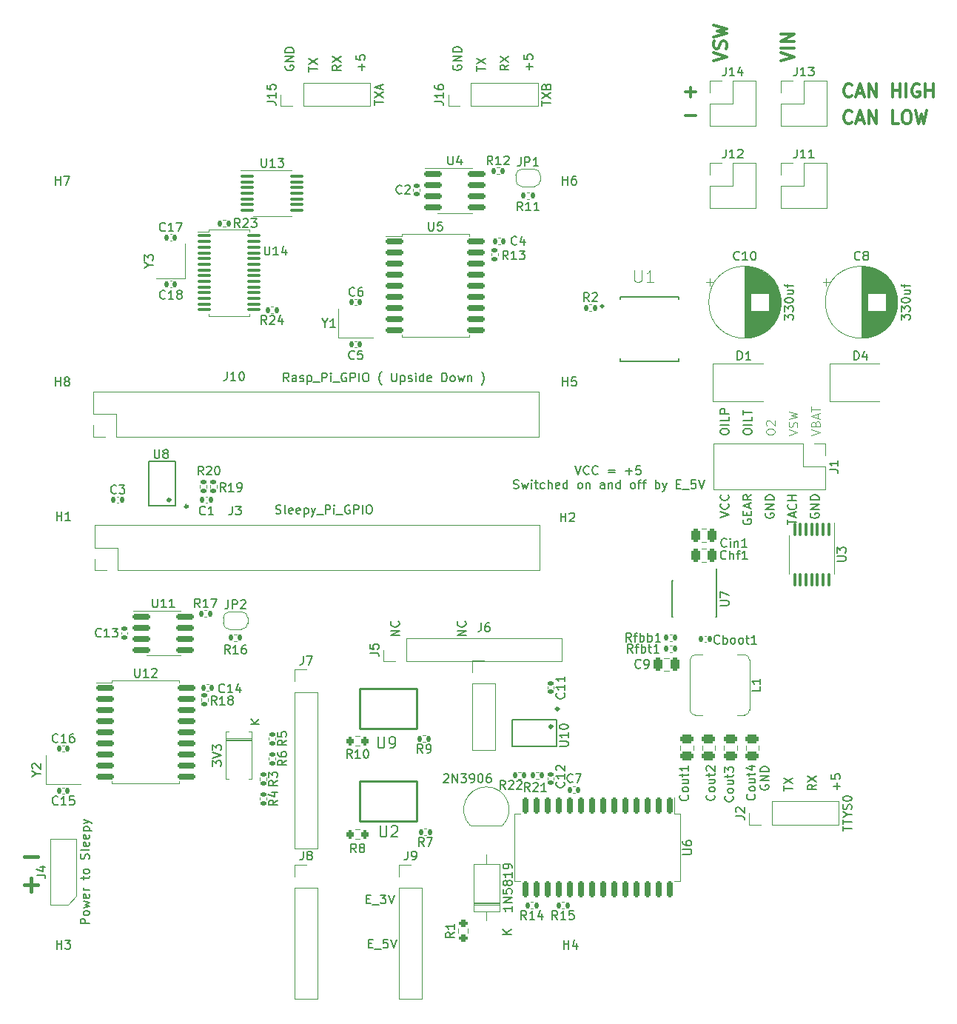
<source format=gbr>
%TF.GenerationSoftware,KiCad,Pcbnew,6.0.2+dfsg-1*%
%TF.CreationDate,2023-06-13T19:55:06-04:00*%
%TF.ProjectId,EngineData,456e6769-6e65-4446-9174-612e6b696361,rev?*%
%TF.SameCoordinates,Original*%
%TF.FileFunction,Legend,Top*%
%TF.FilePolarity,Positive*%
%FSLAX46Y46*%
G04 Gerber Fmt 4.6, Leading zero omitted, Abs format (unit mm)*
G04 Created by KiCad (PCBNEW 6.0.2+dfsg-1) date 2023-06-13 19:55:06*
%MOMM*%
%LPD*%
G01*
G04 APERTURE LIST*
G04 Aperture macros list*
%AMRoundRect*
0 Rectangle with rounded corners*
0 $1 Rounding radius*
0 $2 $3 $4 $5 $6 $7 $8 $9 X,Y pos of 4 corners*
0 Add a 4 corners polygon primitive as box body*
4,1,4,$2,$3,$4,$5,$6,$7,$8,$9,$2,$3,0*
0 Add four circle primitives for the rounded corners*
1,1,$1+$1,$2,$3*
1,1,$1+$1,$4,$5*
1,1,$1+$1,$6,$7*
1,1,$1+$1,$8,$9*
0 Add four rect primitives between the rounded corners*
20,1,$1+$1,$2,$3,$4,$5,0*
20,1,$1+$1,$4,$5,$6,$7,0*
20,1,$1+$1,$6,$7,$8,$9,0*
20,1,$1+$1,$8,$9,$2,$3,0*%
%AMFreePoly0*
4,1,22,0.500000,-0.750000,0.000000,-0.750000,0.000000,-0.745033,-0.079941,-0.743568,-0.215256,-0.701293,-0.333266,-0.622738,-0.424486,-0.514219,-0.481581,-0.384460,-0.499164,-0.250000,-0.500000,-0.250000,-0.500000,0.250000,-0.499164,0.250000,-0.499963,0.256109,-0.478152,0.396186,-0.417904,0.524511,-0.324060,0.630769,-0.204165,0.706417,-0.067858,0.745374,0.000000,0.744959,0.000000,0.750000,
0.500000,0.750000,0.500000,-0.750000,0.500000,-0.750000,$1*%
%AMFreePoly1*
4,1,20,0.000000,0.744959,0.073905,0.744508,0.209726,0.703889,0.328688,0.626782,0.421226,0.519385,0.479903,0.390333,0.500000,0.250000,0.500000,-0.250000,0.499851,-0.262216,0.476331,-0.402017,0.414519,-0.529596,0.319384,-0.634700,0.198574,-0.708877,0.061801,-0.746166,0.000000,-0.745033,0.000000,-0.750000,-0.500000,-0.750000,-0.500000,0.750000,0.000000,0.750000,0.000000,0.744959,
0.000000,0.744959,$1*%
G04 Aperture macros list end*
%ADD10C,0.150000*%
%ADD11C,0.125000*%
%ADD12C,0.300000*%
%ADD13C,0.400000*%
%ADD14C,0.015000*%
%ADD15C,0.254000*%
%ADD16C,0.120000*%
%ADD17C,0.127000*%
%ADD18R,1.999996X1.799996*%
%ADD19RoundRect,0.135000X-0.135000X-0.185000X0.135000X-0.185000X0.135000X0.185000X-0.135000X0.185000X0*%
%ADD20R,1.800000X1.800000*%
%ADD21O,1.800000X1.800000*%
%ADD22RoundRect,0.140000X0.140000X0.170000X-0.140000X0.170000X-0.140000X-0.170000X0.140000X-0.170000X0*%
%ADD23O,0.590000X2.050000*%
%ADD24C,2.700000*%
%ADD25R,1.200000X1.400000*%
%ADD26RoundRect,0.135000X0.135000X0.185000X-0.135000X0.185000X-0.135000X-0.185000X0.135000X-0.185000X0*%
%ADD27R,1.700000X1.700000*%
%ADD28O,1.700000X1.700000*%
%ADD29O,2.050000X0.590000*%
%ADD30RoundRect,0.140000X-0.140000X-0.170000X0.140000X-0.170000X0.140000X0.170000X-0.140000X0.170000X0*%
%ADD31RoundRect,0.135000X-0.185000X0.135000X-0.185000X-0.135000X0.185000X-0.135000X0.185000X0.135000X0*%
%ADD32RoundRect,0.135000X0.185000X-0.135000X0.185000X0.135000X-0.185000X0.135000X-0.185000X-0.135000X0*%
%ADD33RoundRect,0.250000X-0.475000X0.250000X-0.475000X-0.250000X0.475000X-0.250000X0.475000X0.250000X0*%
%ADD34RoundRect,0.140000X0.170000X-0.140000X0.170000X0.140000X-0.170000X0.140000X-0.170000X-0.140000X0*%
%ADD35RoundRect,0.140000X-0.170000X0.140000X-0.170000X-0.140000X0.170000X-0.140000X0.170000X0.140000X0*%
%ADD36R,2.500000X2.300000*%
%ADD37RoundRect,0.250000X-0.250000X-0.475000X0.250000X-0.475000X0.250000X0.475000X-0.250000X0.475000X0*%
%ADD38RoundRect,0.150000X-0.825000X-0.150000X0.825000X-0.150000X0.825000X0.150000X-0.825000X0.150000X0*%
%ADD39FreePoly0,0.000000*%
%ADD40FreePoly1,0.000000*%
%ADD41RoundRect,0.100000X-0.100000X0.637500X-0.100000X-0.637500X0.100000X-0.637500X0.100000X0.637500X0*%
%ADD42R,1.400000X1.200000*%
%ADD43R,3.500000X2.950000*%
%ADD44RoundRect,0.200000X-0.200000X-0.275000X0.200000X-0.275000X0.200000X0.275000X-0.200000X0.275000X0*%
%ADD45R,3.100000X2.600000*%
%ADD46R,0.600000X1.550000*%
%ADD47R,1.600000X1.600000*%
%ADD48C,1.600000*%
%ADD49RoundRect,0.150000X-0.875000X-0.150000X0.875000X-0.150000X0.875000X0.150000X-0.875000X0.150000X0*%
%ADD50RoundRect,0.150000X-0.150000X0.750000X-0.150000X-0.750000X0.150000X-0.750000X0.150000X0.750000X0*%
%ADD51RoundRect,0.100000X-0.637500X-0.100000X0.637500X-0.100000X0.637500X0.100000X-0.637500X0.100000X0*%
%ADD52RoundRect,0.250000X0.250000X0.475000X-0.250000X0.475000X-0.250000X-0.475000X0.250000X-0.475000X0*%
%ADD53R,1.260000X1.260000*%
%ADD54C,1.260000*%
%ADD55O,2.000000X2.000000*%
%ADD56R,1.050000X1.500000*%
%ADD57O,1.050000X1.500000*%
%ADD58RoundRect,0.200000X0.275000X-0.200000X0.275000X0.200000X-0.275000X0.200000X-0.275000X-0.200000X0*%
%ADD59R,2.200000X2.200000*%
%ADD60O,2.200000X2.200000*%
G04 APERTURE END LIST*
D10*
X142946380Y-112545714D02*
X141946380Y-112545714D01*
X142946380Y-111974285D01*
X141946380Y-111974285D01*
X142851142Y-110926666D02*
X142898761Y-110974285D01*
X142946380Y-111117142D01*
X142946380Y-111212380D01*
X142898761Y-111355238D01*
X142803523Y-111450476D01*
X142708285Y-111498095D01*
X142517809Y-111545714D01*
X142374952Y-111545714D01*
X142184476Y-111498095D01*
X142089238Y-111450476D01*
X141994000Y-111355238D01*
X141946380Y-111212380D01*
X141946380Y-111117142D01*
X141994000Y-110974285D01*
X142041619Y-110926666D01*
X135326380Y-112545714D02*
X134326380Y-112545714D01*
X135326380Y-111974285D01*
X134326380Y-111974285D01*
X135231142Y-110926666D02*
X135278761Y-110974285D01*
X135326380Y-111117142D01*
X135326380Y-111212380D01*
X135278761Y-111355238D01*
X135183523Y-111450476D01*
X135088285Y-111498095D01*
X134897809Y-111545714D01*
X134754952Y-111545714D01*
X134564476Y-111498095D01*
X134469238Y-111450476D01*
X134374000Y-111355238D01*
X134326380Y-111212380D01*
X134326380Y-111117142D01*
X134374000Y-110974285D01*
X134421619Y-110926666D01*
X131596000Y-142676571D02*
X131929333Y-142676571D01*
X132072190Y-143200380D02*
X131596000Y-143200380D01*
X131596000Y-142200380D01*
X132072190Y-142200380D01*
X132262666Y-143295619D02*
X133024571Y-143295619D01*
X133167428Y-142200380D02*
X133786476Y-142200380D01*
X133453142Y-142581333D01*
X133596000Y-142581333D01*
X133691238Y-142628952D01*
X133738857Y-142676571D01*
X133786476Y-142771809D01*
X133786476Y-143009904D01*
X133738857Y-143105142D01*
X133691238Y-143152761D01*
X133596000Y-143200380D01*
X133310285Y-143200380D01*
X133215047Y-143152761D01*
X133167428Y-143105142D01*
X134072190Y-142200380D02*
X134405523Y-143200380D01*
X134738857Y-142200380D01*
X131850000Y-147756571D02*
X132183333Y-147756571D01*
X132326190Y-148280380D02*
X131850000Y-148280380D01*
X131850000Y-147280380D01*
X132326190Y-147280380D01*
X132516666Y-148375619D02*
X133278571Y-148375619D01*
X133992857Y-147280380D02*
X133516666Y-147280380D01*
X133469047Y-147756571D01*
X133516666Y-147708952D01*
X133611904Y-147661333D01*
X133850000Y-147661333D01*
X133945238Y-147708952D01*
X133992857Y-147756571D01*
X134040476Y-147851809D01*
X134040476Y-148089904D01*
X133992857Y-148185142D01*
X133945238Y-148232761D01*
X133850000Y-148280380D01*
X133611904Y-148280380D01*
X133516666Y-148232761D01*
X133469047Y-148185142D01*
X134326190Y-147280380D02*
X134659523Y-148280380D01*
X134992857Y-147280380D01*
X155448476Y-93135380D02*
X155781809Y-94135380D01*
X156115142Y-93135380D01*
X157019904Y-94040142D02*
X156972285Y-94087761D01*
X156829428Y-94135380D01*
X156734190Y-94135380D01*
X156591333Y-94087761D01*
X156496095Y-93992523D01*
X156448476Y-93897285D01*
X156400857Y-93706809D01*
X156400857Y-93563952D01*
X156448476Y-93373476D01*
X156496095Y-93278238D01*
X156591333Y-93183000D01*
X156734190Y-93135380D01*
X156829428Y-93135380D01*
X156972285Y-93183000D01*
X157019904Y-93230619D01*
X158019904Y-94040142D02*
X157972285Y-94087761D01*
X157829428Y-94135380D01*
X157734190Y-94135380D01*
X157591333Y-94087761D01*
X157496095Y-93992523D01*
X157448476Y-93897285D01*
X157400857Y-93706809D01*
X157400857Y-93563952D01*
X157448476Y-93373476D01*
X157496095Y-93278238D01*
X157591333Y-93183000D01*
X157734190Y-93135380D01*
X157829428Y-93135380D01*
X157972285Y-93183000D01*
X158019904Y-93230619D01*
X159210380Y-93611571D02*
X159972285Y-93611571D01*
X159972285Y-93897285D02*
X159210380Y-93897285D01*
X161210380Y-93754428D02*
X161972285Y-93754428D01*
X161591333Y-94135380D02*
X161591333Y-93373476D01*
X162924666Y-93135380D02*
X162448476Y-93135380D01*
X162400857Y-93611571D01*
X162448476Y-93563952D01*
X162543714Y-93516333D01*
X162781809Y-93516333D01*
X162877047Y-93563952D01*
X162924666Y-93611571D01*
X162972285Y-93706809D01*
X162972285Y-93944904D01*
X162924666Y-94040142D01*
X162877047Y-94087761D01*
X162781809Y-94135380D01*
X162543714Y-94135380D01*
X162448476Y-94087761D01*
X162400857Y-94040142D01*
X148400857Y-95697761D02*
X148543714Y-95745380D01*
X148781809Y-95745380D01*
X148877047Y-95697761D01*
X148924666Y-95650142D01*
X148972285Y-95554904D01*
X148972285Y-95459666D01*
X148924666Y-95364428D01*
X148877047Y-95316809D01*
X148781809Y-95269190D01*
X148591333Y-95221571D01*
X148496095Y-95173952D01*
X148448476Y-95126333D01*
X148400857Y-95031095D01*
X148400857Y-94935857D01*
X148448476Y-94840619D01*
X148496095Y-94793000D01*
X148591333Y-94745380D01*
X148829428Y-94745380D01*
X148972285Y-94793000D01*
X149305619Y-95078714D02*
X149496095Y-95745380D01*
X149686571Y-95269190D01*
X149877047Y-95745380D01*
X150067523Y-95078714D01*
X150448476Y-95745380D02*
X150448476Y-95078714D01*
X150448476Y-94745380D02*
X150400857Y-94793000D01*
X150448476Y-94840619D01*
X150496095Y-94793000D01*
X150448476Y-94745380D01*
X150448476Y-94840619D01*
X150781809Y-95078714D02*
X151162761Y-95078714D01*
X150924666Y-94745380D02*
X150924666Y-95602523D01*
X150972285Y-95697761D01*
X151067523Y-95745380D01*
X151162761Y-95745380D01*
X151924666Y-95697761D02*
X151829428Y-95745380D01*
X151638952Y-95745380D01*
X151543714Y-95697761D01*
X151496095Y-95650142D01*
X151448476Y-95554904D01*
X151448476Y-95269190D01*
X151496095Y-95173952D01*
X151543714Y-95126333D01*
X151638952Y-95078714D01*
X151829428Y-95078714D01*
X151924666Y-95126333D01*
X152353238Y-95745380D02*
X152353238Y-94745380D01*
X152781809Y-95745380D02*
X152781809Y-95221571D01*
X152734190Y-95126333D01*
X152638952Y-95078714D01*
X152496095Y-95078714D01*
X152400857Y-95126333D01*
X152353238Y-95173952D01*
X153638952Y-95697761D02*
X153543714Y-95745380D01*
X153353238Y-95745380D01*
X153258000Y-95697761D01*
X153210380Y-95602523D01*
X153210380Y-95221571D01*
X153258000Y-95126333D01*
X153353238Y-95078714D01*
X153543714Y-95078714D01*
X153638952Y-95126333D01*
X153686571Y-95221571D01*
X153686571Y-95316809D01*
X153210380Y-95412047D01*
X154543714Y-95745380D02*
X154543714Y-94745380D01*
X154543714Y-95697761D02*
X154448476Y-95745380D01*
X154258000Y-95745380D01*
X154162761Y-95697761D01*
X154115142Y-95650142D01*
X154067523Y-95554904D01*
X154067523Y-95269190D01*
X154115142Y-95173952D01*
X154162761Y-95126333D01*
X154258000Y-95078714D01*
X154448476Y-95078714D01*
X154543714Y-95126333D01*
X155924666Y-95745380D02*
X155829428Y-95697761D01*
X155781809Y-95650142D01*
X155734190Y-95554904D01*
X155734190Y-95269190D01*
X155781809Y-95173952D01*
X155829428Y-95126333D01*
X155924666Y-95078714D01*
X156067523Y-95078714D01*
X156162761Y-95126333D01*
X156210380Y-95173952D01*
X156258000Y-95269190D01*
X156258000Y-95554904D01*
X156210380Y-95650142D01*
X156162761Y-95697761D01*
X156067523Y-95745380D01*
X155924666Y-95745380D01*
X156686571Y-95078714D02*
X156686571Y-95745380D01*
X156686571Y-95173952D02*
X156734190Y-95126333D01*
X156829428Y-95078714D01*
X156972285Y-95078714D01*
X157067523Y-95126333D01*
X157115142Y-95221571D01*
X157115142Y-95745380D01*
X158781809Y-95745380D02*
X158781809Y-95221571D01*
X158734190Y-95126333D01*
X158638952Y-95078714D01*
X158448476Y-95078714D01*
X158353238Y-95126333D01*
X158781809Y-95697761D02*
X158686571Y-95745380D01*
X158448476Y-95745380D01*
X158353238Y-95697761D01*
X158305619Y-95602523D01*
X158305619Y-95507285D01*
X158353238Y-95412047D01*
X158448476Y-95364428D01*
X158686571Y-95364428D01*
X158781809Y-95316809D01*
X159258000Y-95078714D02*
X159258000Y-95745380D01*
X159258000Y-95173952D02*
X159305619Y-95126333D01*
X159400857Y-95078714D01*
X159543714Y-95078714D01*
X159638952Y-95126333D01*
X159686571Y-95221571D01*
X159686571Y-95745380D01*
X160591333Y-95745380D02*
X160591333Y-94745380D01*
X160591333Y-95697761D02*
X160496095Y-95745380D01*
X160305619Y-95745380D01*
X160210380Y-95697761D01*
X160162761Y-95650142D01*
X160115142Y-95554904D01*
X160115142Y-95269190D01*
X160162761Y-95173952D01*
X160210380Y-95126333D01*
X160305619Y-95078714D01*
X160496095Y-95078714D01*
X160591333Y-95126333D01*
X161972285Y-95745380D02*
X161877047Y-95697761D01*
X161829428Y-95650142D01*
X161781809Y-95554904D01*
X161781809Y-95269190D01*
X161829428Y-95173952D01*
X161877047Y-95126333D01*
X161972285Y-95078714D01*
X162115142Y-95078714D01*
X162210380Y-95126333D01*
X162258000Y-95173952D01*
X162305619Y-95269190D01*
X162305619Y-95554904D01*
X162258000Y-95650142D01*
X162210380Y-95697761D01*
X162115142Y-95745380D01*
X161972285Y-95745380D01*
X162591333Y-95078714D02*
X162972285Y-95078714D01*
X162734190Y-95745380D02*
X162734190Y-94888238D01*
X162781809Y-94793000D01*
X162877047Y-94745380D01*
X162972285Y-94745380D01*
X163162761Y-95078714D02*
X163543714Y-95078714D01*
X163305619Y-95745380D02*
X163305619Y-94888238D01*
X163353238Y-94793000D01*
X163448476Y-94745380D01*
X163543714Y-94745380D01*
X164638952Y-95745380D02*
X164638952Y-94745380D01*
X164638952Y-95126333D02*
X164734190Y-95078714D01*
X164924666Y-95078714D01*
X165019904Y-95126333D01*
X165067523Y-95173952D01*
X165115142Y-95269190D01*
X165115142Y-95554904D01*
X165067523Y-95650142D01*
X165019904Y-95697761D01*
X164924666Y-95745380D01*
X164734190Y-95745380D01*
X164638952Y-95697761D01*
X165448476Y-95078714D02*
X165686571Y-95745380D01*
X165924666Y-95078714D02*
X165686571Y-95745380D01*
X165591333Y-95983476D01*
X165543714Y-96031095D01*
X165448476Y-96078714D01*
X167067523Y-95221571D02*
X167400857Y-95221571D01*
X167543714Y-95745380D02*
X167067523Y-95745380D01*
X167067523Y-94745380D01*
X167543714Y-94745380D01*
X167734190Y-95840619D02*
X168496095Y-95840619D01*
X169210380Y-94745380D02*
X168734190Y-94745380D01*
X168686571Y-95221571D01*
X168734190Y-95173952D01*
X168829428Y-95126333D01*
X169067523Y-95126333D01*
X169162761Y-95173952D01*
X169210380Y-95221571D01*
X169258000Y-95316809D01*
X169258000Y-95554904D01*
X169210380Y-95650142D01*
X169162761Y-95697761D01*
X169067523Y-95745380D01*
X168829428Y-95745380D01*
X168734190Y-95697761D01*
X168686571Y-95650142D01*
X169543714Y-94745380D02*
X169877047Y-95745380D01*
X170210380Y-94745380D01*
X182380000Y-98551904D02*
X182332380Y-98647142D01*
X182332380Y-98790000D01*
X182380000Y-98932857D01*
X182475238Y-99028095D01*
X182570476Y-99075714D01*
X182760952Y-99123333D01*
X182903809Y-99123333D01*
X183094285Y-99075714D01*
X183189523Y-99028095D01*
X183284761Y-98932857D01*
X183332380Y-98790000D01*
X183332380Y-98694761D01*
X183284761Y-98551904D01*
X183237142Y-98504285D01*
X182903809Y-98504285D01*
X182903809Y-98694761D01*
X183332380Y-98075714D02*
X182332380Y-98075714D01*
X183332380Y-97504285D01*
X182332380Y-97504285D01*
X183332380Y-97028095D02*
X182332380Y-97028095D01*
X182332380Y-96790000D01*
X182380000Y-96647142D01*
X182475238Y-96551904D01*
X182570476Y-96504285D01*
X182760952Y-96456666D01*
X182903809Y-96456666D01*
X183094285Y-96504285D01*
X183189523Y-96551904D01*
X183284761Y-96647142D01*
X183332380Y-96790000D01*
X183332380Y-97028095D01*
D11*
X179869941Y-89653857D02*
X180869941Y-89320524D01*
X179869941Y-88987190D01*
X180822322Y-88701476D02*
X180869941Y-88558619D01*
X180869941Y-88320524D01*
X180822322Y-88225285D01*
X180774703Y-88177666D01*
X180679465Y-88130047D01*
X180584227Y-88130047D01*
X180488989Y-88177666D01*
X180441370Y-88225285D01*
X180393751Y-88320524D01*
X180346132Y-88511000D01*
X180298513Y-88606238D01*
X180250894Y-88653857D01*
X180155656Y-88701476D01*
X180060418Y-88701476D01*
X179965180Y-88653857D01*
X179917561Y-88606238D01*
X179869941Y-88511000D01*
X179869941Y-88272905D01*
X179917561Y-88130047D01*
X179869941Y-87796714D02*
X180869941Y-87558619D01*
X180155656Y-87368143D01*
X180869941Y-87177666D01*
X179869941Y-86939571D01*
X182459380Y-89653857D02*
X183459380Y-89320523D01*
X182459380Y-88987190D01*
X182935571Y-88320523D02*
X182983190Y-88177666D01*
X183030809Y-88130047D01*
X183126047Y-88082428D01*
X183268904Y-88082428D01*
X183364142Y-88130047D01*
X183411761Y-88177666D01*
X183459380Y-88272904D01*
X183459380Y-88653857D01*
X182459380Y-88653857D01*
X182459380Y-88320523D01*
X182507000Y-88225285D01*
X182554619Y-88177666D01*
X182649857Y-88130047D01*
X182745095Y-88130047D01*
X182840333Y-88177666D01*
X182887952Y-88225285D01*
X182935571Y-88320523D01*
X182935571Y-88653857D01*
X183173666Y-87701476D02*
X183173666Y-87225285D01*
X183459380Y-87796714D02*
X182459380Y-87463380D01*
X183459380Y-87130047D01*
X182459380Y-86939571D02*
X182459380Y-86368142D01*
X183459380Y-86653857D02*
X182459380Y-86653857D01*
D10*
X185364428Y-130143142D02*
X185364428Y-129381238D01*
X185745380Y-129762190D02*
X184983476Y-129762190D01*
X184745380Y-128428857D02*
X184745380Y-128905047D01*
X185221571Y-128952666D01*
X185173952Y-128905047D01*
X185126333Y-128809809D01*
X185126333Y-128571714D01*
X185173952Y-128476476D01*
X185221571Y-128428857D01*
X185316809Y-128381238D01*
X185554904Y-128381238D01*
X185650142Y-128428857D01*
X185697761Y-128476476D01*
X185745380Y-128571714D01*
X185745380Y-128809809D01*
X185697761Y-128905047D01*
X185650142Y-128952666D01*
X176665000Y-129619333D02*
X176617380Y-129714571D01*
X176617380Y-129857429D01*
X176665000Y-130000286D01*
X176760238Y-130095524D01*
X176855476Y-130143143D01*
X177045952Y-130190762D01*
X177188809Y-130190762D01*
X177379285Y-130143143D01*
X177474523Y-130095524D01*
X177569761Y-130000286D01*
X177617380Y-129857429D01*
X177617380Y-129762190D01*
X177569761Y-129619333D01*
X177522142Y-129571714D01*
X177188809Y-129571714D01*
X177188809Y-129762190D01*
X177617380Y-129143143D02*
X176617380Y-129143143D01*
X177617380Y-128571714D01*
X176617380Y-128571714D01*
X177617380Y-128095524D02*
X176617380Y-128095524D01*
X176617380Y-127857429D01*
X176665000Y-127714571D01*
X176760238Y-127619333D01*
X176855476Y-127571714D01*
X177045952Y-127524095D01*
X177188809Y-127524095D01*
X177379285Y-127571714D01*
X177474523Y-127619333D01*
X177569761Y-127714571D01*
X177617380Y-127857429D01*
X177617380Y-128095524D01*
X174672317Y-89308023D02*
X174672317Y-89117547D01*
X174719937Y-89022309D01*
X174815175Y-88927071D01*
X175005651Y-88879452D01*
X175338984Y-88879452D01*
X175529460Y-88927071D01*
X175624698Y-89022309D01*
X175672317Y-89117547D01*
X175672317Y-89308023D01*
X175624698Y-89403261D01*
X175529460Y-89498499D01*
X175338984Y-89546118D01*
X175005651Y-89546118D01*
X174815175Y-89498499D01*
X174719937Y-89403261D01*
X174672317Y-89308023D01*
X175672317Y-88450880D02*
X174672317Y-88450880D01*
X175672317Y-87498499D02*
X175672317Y-87974690D01*
X174672317Y-87974690D01*
X174672317Y-87308023D02*
X174672317Y-86736595D01*
X175672317Y-87022309D02*
X174672317Y-87022309D01*
D12*
X187090285Y-50822714D02*
X187018856Y-50894142D01*
X186804571Y-50965571D01*
X186661713Y-50965571D01*
X186447428Y-50894142D01*
X186304571Y-50751285D01*
X186233142Y-50608428D01*
X186161713Y-50322714D01*
X186161713Y-50108428D01*
X186233142Y-49822714D01*
X186304571Y-49679857D01*
X186447428Y-49537000D01*
X186661713Y-49465571D01*
X186804571Y-49465571D01*
X187018856Y-49537000D01*
X187090285Y-49608428D01*
X187661713Y-50537000D02*
X188375999Y-50537000D01*
X187518856Y-50965571D02*
X188018856Y-49465571D01*
X188518856Y-50965571D01*
X189018856Y-50965571D02*
X189018856Y-49465571D01*
X189875999Y-50965571D01*
X189875999Y-49465571D01*
X191733142Y-50965571D02*
X191733142Y-49465571D01*
X191733142Y-50179857D02*
X192590285Y-50179857D01*
X192590285Y-50965571D02*
X192590285Y-49465571D01*
X193304571Y-50965571D02*
X193304571Y-49465571D01*
X194804571Y-49537000D02*
X194661713Y-49465571D01*
X194447428Y-49465571D01*
X194233142Y-49537000D01*
X194090285Y-49679857D01*
X194018856Y-49822714D01*
X193947428Y-50108428D01*
X193947428Y-50322714D01*
X194018856Y-50608428D01*
X194090285Y-50751285D01*
X194233142Y-50894142D01*
X194447428Y-50965571D01*
X194590285Y-50965571D01*
X194804571Y-50894142D01*
X194875999Y-50822714D01*
X194875999Y-50322714D01*
X194590285Y-50322714D01*
X195518856Y-50965571D02*
X195518856Y-49465571D01*
X195518856Y-50179857D02*
X196375999Y-50179857D01*
X196375999Y-50965571D02*
X196375999Y-49465571D01*
D10*
X122309000Y-47370904D02*
X122261380Y-47466142D01*
X122261380Y-47609000D01*
X122309000Y-47751857D01*
X122404238Y-47847095D01*
X122499476Y-47894714D01*
X122689952Y-47942333D01*
X122832809Y-47942333D01*
X123023285Y-47894714D01*
X123118523Y-47847095D01*
X123213761Y-47751857D01*
X123261380Y-47609000D01*
X123261380Y-47513761D01*
X123213761Y-47370904D01*
X123166142Y-47323285D01*
X122832809Y-47323285D01*
X122832809Y-47513761D01*
X123261380Y-46894714D02*
X122261380Y-46894714D01*
X123261380Y-46323285D01*
X122261380Y-46323285D01*
X123261380Y-45847095D02*
X122261380Y-45847095D01*
X122261380Y-45609000D01*
X122309000Y-45466142D01*
X122404238Y-45370904D01*
X122499476Y-45323285D01*
X122689952Y-45275666D01*
X122832809Y-45275666D01*
X123023285Y-45323285D01*
X123118523Y-45370904D01*
X123213761Y-45466142D01*
X123261380Y-45609000D01*
X123261380Y-45847095D01*
X144147713Y-47989999D02*
X144147713Y-47418571D01*
X145147713Y-47704285D02*
X144147713Y-47704285D01*
X144147713Y-47180475D02*
X145147713Y-46513809D01*
X144147713Y-46513809D02*
X145147713Y-47180475D01*
X183036046Y-129571714D02*
X182559856Y-129905048D01*
X183036046Y-130143143D02*
X182036046Y-130143143D01*
X182036046Y-129762190D01*
X182083666Y-129666952D01*
X182131285Y-129619333D01*
X182226523Y-129571714D01*
X182369380Y-129571714D01*
X182464618Y-129619333D01*
X182512237Y-129666952D01*
X182559856Y-129762190D01*
X182559856Y-130143143D01*
X182036046Y-129238381D02*
X183036046Y-128571714D01*
X182036046Y-128571714D02*
X183036046Y-129238381D01*
X177236500Y-98551904D02*
X177188880Y-98647142D01*
X177188880Y-98790000D01*
X177236500Y-98932857D01*
X177331738Y-99028095D01*
X177426976Y-99075714D01*
X177617452Y-99123333D01*
X177760309Y-99123333D01*
X177950785Y-99075714D01*
X178046023Y-99028095D01*
X178141261Y-98932857D01*
X178188880Y-98790000D01*
X178188880Y-98694761D01*
X178141261Y-98551904D01*
X178093642Y-98504285D01*
X177760309Y-98504285D01*
X177760309Y-98694761D01*
X178188880Y-98075714D02*
X177188880Y-98075714D01*
X178188880Y-97504285D01*
X177188880Y-97504285D01*
X178188880Y-97028095D02*
X177188880Y-97028095D01*
X177188880Y-96790000D01*
X177236500Y-96647142D01*
X177331738Y-96551904D01*
X177426976Y-96504285D01*
X177617452Y-96456666D01*
X177760309Y-96456666D01*
X177950785Y-96504285D01*
X178046023Y-96551904D01*
X178141261Y-96647142D01*
X178188880Y-96790000D01*
X178188880Y-97028095D01*
X131008428Y-47894713D02*
X131008428Y-47132809D01*
X131389380Y-47513761D02*
X130627476Y-47513761D01*
X130389380Y-46180428D02*
X130389380Y-46656618D01*
X130865571Y-46704237D01*
X130817952Y-46656618D01*
X130770333Y-46561380D01*
X130770333Y-46323285D01*
X130817952Y-46228047D01*
X130865571Y-46180428D01*
X130960809Y-46132809D01*
X131198904Y-46132809D01*
X131294142Y-46180428D01*
X131341761Y-46228047D01*
X131389380Y-46323285D01*
X131389380Y-46561380D01*
X131341761Y-46656618D01*
X131294142Y-46704237D01*
X141486000Y-47323333D02*
X141438380Y-47418571D01*
X141438380Y-47561429D01*
X141486000Y-47704286D01*
X141581238Y-47799524D01*
X141676476Y-47847143D01*
X141866952Y-47894762D01*
X142009809Y-47894762D01*
X142200285Y-47847143D01*
X142295523Y-47799524D01*
X142390761Y-47704286D01*
X142438380Y-47561429D01*
X142438380Y-47466190D01*
X142390761Y-47323333D01*
X142343142Y-47275714D01*
X142009809Y-47275714D01*
X142009809Y-47466190D01*
X142438380Y-46847143D02*
X141438380Y-46847143D01*
X142438380Y-46275714D01*
X141438380Y-46275714D01*
X142438380Y-45799524D02*
X141438380Y-45799524D01*
X141438380Y-45561429D01*
X141486000Y-45418571D01*
X141581238Y-45323333D01*
X141676476Y-45275714D01*
X141866952Y-45228095D01*
X142009809Y-45228095D01*
X142200285Y-45275714D01*
X142295523Y-45323333D01*
X142390761Y-45418571D01*
X142438380Y-45561429D01*
X142438380Y-45799524D01*
D12*
X187090285Y-53870714D02*
X187018857Y-53942142D01*
X186804571Y-54013571D01*
X186661714Y-54013571D01*
X186447428Y-53942142D01*
X186304571Y-53799285D01*
X186233142Y-53656428D01*
X186161714Y-53370714D01*
X186161714Y-53156428D01*
X186233142Y-52870714D01*
X186304571Y-52727857D01*
X186447428Y-52585000D01*
X186661714Y-52513571D01*
X186804571Y-52513571D01*
X187018857Y-52585000D01*
X187090285Y-52656428D01*
X187661714Y-53585000D02*
X188376000Y-53585000D01*
X187518857Y-54013571D02*
X188018857Y-52513571D01*
X188518857Y-54013571D01*
X189018857Y-54013571D02*
X189018857Y-52513571D01*
X189876000Y-54013571D01*
X189876000Y-52513571D01*
X192447428Y-54013571D02*
X191733142Y-54013571D01*
X191733142Y-52513571D01*
X193233142Y-52513571D02*
X193518857Y-52513571D01*
X193661714Y-52585000D01*
X193804571Y-52727857D01*
X193876000Y-53013571D01*
X193876000Y-53513571D01*
X193804571Y-53799285D01*
X193661714Y-53942142D01*
X193518857Y-54013571D01*
X193233142Y-54013571D01*
X193090285Y-53942142D01*
X192947428Y-53799285D01*
X192876000Y-53513571D01*
X192876000Y-53013571D01*
X192947428Y-52727857D01*
X193090285Y-52585000D01*
X193233142Y-52513571D01*
X194376000Y-52513571D02*
X194733142Y-54013571D01*
X195018857Y-52942142D01*
X195304571Y-54013571D01*
X195661714Y-52513571D01*
D10*
X179760630Y-99837619D02*
X179760630Y-99266190D01*
X180760630Y-99551904D02*
X179760630Y-99551904D01*
X180474916Y-98980476D02*
X180474916Y-98504285D01*
X180760630Y-99075714D02*
X179760630Y-98742381D01*
X180760630Y-98409047D01*
X180665392Y-97504285D02*
X180713011Y-97551904D01*
X180760630Y-97694762D01*
X180760630Y-97790000D01*
X180713011Y-97932857D01*
X180617773Y-98028095D01*
X180522535Y-98075714D01*
X180332059Y-98123333D01*
X180189202Y-98123333D01*
X179998726Y-98075714D01*
X179903488Y-98028095D01*
X179808250Y-97932857D01*
X179760630Y-97790000D01*
X179760630Y-97694762D01*
X179808250Y-97551904D01*
X179855869Y-97504285D01*
X180760630Y-97075714D02*
X179760630Y-97075714D01*
X180236821Y-97075714D02*
X180236821Y-96504285D01*
X180760630Y-96504285D02*
X179760630Y-96504285D01*
X124970713Y-48037570D02*
X124970713Y-47466142D01*
X125970713Y-47751856D02*
X124970713Y-47751856D01*
X124970713Y-47228046D02*
X125970713Y-46561380D01*
X124970713Y-46561380D02*
X125970713Y-47228046D01*
X179326713Y-130285999D02*
X179326713Y-129714571D01*
X180326713Y-130000285D02*
X179326713Y-130000285D01*
X179326713Y-129476475D02*
X180326713Y-128809809D01*
X179326713Y-128809809D02*
X180326713Y-129476475D01*
X172045380Y-89308024D02*
X172045380Y-89117548D01*
X172093000Y-89022309D01*
X172188238Y-88927071D01*
X172378714Y-88879452D01*
X172712047Y-88879452D01*
X172902523Y-88927071D01*
X172997761Y-89022309D01*
X173045380Y-89117548D01*
X173045380Y-89308024D01*
X172997761Y-89403262D01*
X172902523Y-89498500D01*
X172712047Y-89546119D01*
X172378714Y-89546119D01*
X172188238Y-89498500D01*
X172093000Y-89403262D01*
X172045380Y-89308024D01*
X173045380Y-88450881D02*
X172045380Y-88450881D01*
X173045380Y-87498500D02*
X173045380Y-87974690D01*
X172045380Y-87974690D01*
X173045380Y-87165167D02*
X172045380Y-87165167D01*
X172045380Y-86784214D01*
X172093000Y-86688976D01*
X172140619Y-86641357D01*
X172235857Y-86593738D01*
X172378714Y-86593738D01*
X172473952Y-86641357D01*
X172521571Y-86688976D01*
X172569190Y-86784214D01*
X172569190Y-87165167D01*
D12*
X171258571Y-46849857D02*
X172758571Y-46349857D01*
X171258571Y-45849857D01*
X172687142Y-45421286D02*
X172758571Y-45207000D01*
X172758571Y-44849857D01*
X172687142Y-44707000D01*
X172615714Y-44635571D01*
X172472857Y-44564143D01*
X172330000Y-44564143D01*
X172187142Y-44635571D01*
X172115714Y-44707000D01*
X172044285Y-44849857D01*
X171972857Y-45135571D01*
X171901428Y-45278429D01*
X171830000Y-45349857D01*
X171687142Y-45421286D01*
X171544285Y-45421286D01*
X171401428Y-45349857D01*
X171330000Y-45278429D01*
X171258571Y-45135571D01*
X171258571Y-44778429D01*
X171330000Y-44564143D01*
X171258571Y-44064143D02*
X172758571Y-43707000D01*
X171687142Y-43421286D01*
X172758571Y-43135571D01*
X171258571Y-42778429D01*
D10*
X128680046Y-47323285D02*
X128203856Y-47656619D01*
X128680046Y-47894714D02*
X127680046Y-47894714D01*
X127680046Y-47513761D01*
X127727666Y-47418523D01*
X127775285Y-47370904D01*
X127870523Y-47323285D01*
X128013380Y-47323285D01*
X128108618Y-47370904D01*
X128156237Y-47418523D01*
X128203856Y-47513761D01*
X128203856Y-47894714D01*
X127680046Y-46989952D02*
X128680046Y-46323285D01*
X127680046Y-46323285D02*
X128680046Y-46989952D01*
X150185428Y-47847142D02*
X150185428Y-47085238D01*
X150566380Y-47466190D02*
X149804476Y-47466190D01*
X149566380Y-46132857D02*
X149566380Y-46609047D01*
X150042571Y-46656666D01*
X149994952Y-46609047D01*
X149947333Y-46513809D01*
X149947333Y-46275714D01*
X149994952Y-46180476D01*
X150042571Y-46132857D01*
X150137809Y-46085238D01*
X150375904Y-46085238D01*
X150471142Y-46132857D01*
X150518761Y-46180476D01*
X150566380Y-46275714D01*
X150566380Y-46513809D01*
X150518761Y-46609047D01*
X150471142Y-46656666D01*
D11*
X177280504Y-89320523D02*
X177280504Y-89130047D01*
X177328124Y-89034809D01*
X177423362Y-88939571D01*
X177613838Y-88891952D01*
X177947171Y-88891952D01*
X178137647Y-88939571D01*
X178232885Y-89034809D01*
X178280504Y-89130047D01*
X178280504Y-89320523D01*
X178232885Y-89415761D01*
X178137647Y-89510999D01*
X177947171Y-89558618D01*
X177613838Y-89558618D01*
X177423362Y-89510999D01*
X177328124Y-89415761D01*
X177280504Y-89320523D01*
X177375743Y-88510999D02*
X177328124Y-88463380D01*
X177280504Y-88368142D01*
X177280504Y-88130047D01*
X177328124Y-88034809D01*
X177375743Y-87987190D01*
X177470981Y-87939571D01*
X177566219Y-87939571D01*
X177709076Y-87987190D01*
X178280504Y-88558618D01*
X178280504Y-87939571D01*
D10*
X147857046Y-47275714D02*
X147380856Y-47609048D01*
X147857046Y-47847143D02*
X146857046Y-47847143D01*
X146857046Y-47466190D01*
X146904666Y-47370952D01*
X146952285Y-47323333D01*
X147047523Y-47275714D01*
X147190380Y-47275714D01*
X147285618Y-47323333D01*
X147333237Y-47370952D01*
X147380856Y-47466190D01*
X147380856Y-47847143D01*
X146857046Y-46942381D02*
X147857046Y-46275714D01*
X146857046Y-46275714D02*
X147857046Y-46942381D01*
X174664750Y-99266190D02*
X174617130Y-99361428D01*
X174617130Y-99504285D01*
X174664750Y-99647143D01*
X174759988Y-99742381D01*
X174855226Y-99790000D01*
X175045702Y-99837619D01*
X175188559Y-99837619D01*
X175379035Y-99790000D01*
X175474273Y-99742381D01*
X175569511Y-99647143D01*
X175617130Y-99504285D01*
X175617130Y-99409047D01*
X175569511Y-99266190D01*
X175521892Y-99218571D01*
X175188559Y-99218571D01*
X175188559Y-99409047D01*
X175093321Y-98790000D02*
X175093321Y-98456666D01*
X175617130Y-98313809D02*
X175617130Y-98790000D01*
X174617130Y-98790000D01*
X174617130Y-98313809D01*
X175331416Y-97932857D02*
X175331416Y-97456666D01*
X175617130Y-98028095D02*
X174617130Y-97694762D01*
X175617130Y-97361428D01*
X175617130Y-96456666D02*
X175140940Y-96790000D01*
X175617130Y-97028095D02*
X174617130Y-97028095D01*
X174617130Y-96647143D01*
X174664750Y-96551904D01*
X174712369Y-96504285D01*
X174807607Y-96456666D01*
X174950464Y-96456666D01*
X175045702Y-96504285D01*
X175093321Y-96551904D01*
X175140940Y-96647143D01*
X175140940Y-97028095D01*
X172045380Y-99028095D02*
X173045380Y-98694762D01*
X172045380Y-98361428D01*
X172950142Y-97456666D02*
X172997761Y-97504285D01*
X173045380Y-97647142D01*
X173045380Y-97742381D01*
X172997761Y-97885238D01*
X172902523Y-97980476D01*
X172807285Y-98028095D01*
X172616809Y-98075714D01*
X172473952Y-98075714D01*
X172283476Y-98028095D01*
X172188238Y-97980476D01*
X172093000Y-97885238D01*
X172045380Y-97742381D01*
X172045380Y-97647142D01*
X172093000Y-97504285D01*
X172140619Y-97456666D01*
X172950142Y-96456666D02*
X172997761Y-96504285D01*
X173045380Y-96647142D01*
X173045380Y-96742381D01*
X172997761Y-96885238D01*
X172902523Y-96980476D01*
X172807285Y-97028095D01*
X172616809Y-97075714D01*
X172473952Y-97075714D01*
X172283476Y-97028095D01*
X172188238Y-96980476D01*
X172093000Y-96885238D01*
X172045380Y-96742381D01*
X172045380Y-96647142D01*
X172093000Y-96504285D01*
X172140619Y-96456666D01*
D13*
X92456095Y-137851857D02*
X93979904Y-137851857D01*
X92456095Y-141071857D02*
X93979904Y-141071857D01*
X93218000Y-141833761D02*
X93218000Y-140309952D01*
D12*
X168079571Y-53061142D02*
X169222428Y-53061142D01*
X168079571Y-50394142D02*
X169222428Y-50394142D01*
X168651000Y-50965571D02*
X168651000Y-49822714D01*
X179005571Y-46849857D02*
X180505571Y-46349857D01*
X179005571Y-45849857D01*
X180505571Y-45349857D02*
X179005571Y-45349857D01*
X180505571Y-44635571D02*
X179005571Y-44635571D01*
X180505571Y-43778428D01*
X179005571Y-43778428D01*
D10*
%TO.C,U9*%
X132890380Y-124145523D02*
X132890380Y-125173619D01*
X132950857Y-125294571D01*
X133011333Y-125355047D01*
X133132285Y-125415523D01*
X133374190Y-125415523D01*
X133495142Y-125355047D01*
X133555619Y-125294571D01*
X133616095Y-125173619D01*
X133616095Y-124145523D01*
X134281333Y-125415523D02*
X134523238Y-125415523D01*
X134644190Y-125355047D01*
X134704666Y-125294571D01*
X134825619Y-125113142D01*
X134886095Y-124871238D01*
X134886095Y-124387428D01*
X134825619Y-124266476D01*
X134765142Y-124206000D01*
X134644190Y-124145523D01*
X134402285Y-124145523D01*
X134281333Y-124206000D01*
X134220857Y-124266476D01*
X134160380Y-124387428D01*
X134160380Y-124689809D01*
X134220857Y-124810761D01*
X134281333Y-124871238D01*
X134402285Y-124931714D01*
X134644190Y-124931714D01*
X134765142Y-124871238D01*
X134825619Y-124810761D01*
X134886095Y-124689809D01*
%TO.C,U2*%
X133144380Y-134305523D02*
X133144380Y-135333619D01*
X133204857Y-135454571D01*
X133265333Y-135515047D01*
X133386285Y-135575523D01*
X133628190Y-135575523D01*
X133749142Y-135515047D01*
X133809619Y-135454571D01*
X133870095Y-135333619D01*
X133870095Y-134305523D01*
X134414380Y-134426476D02*
X134474857Y-134366000D01*
X134595809Y-134305523D01*
X134898190Y-134305523D01*
X135019142Y-134366000D01*
X135079619Y-134426476D01*
X135140095Y-134547428D01*
X135140095Y-134668380D01*
X135079619Y-134849809D01*
X134353904Y-135575523D01*
X135140095Y-135575523D01*
%TO.C,R17*%
X112514142Y-109320380D02*
X112180809Y-108844190D01*
X111942714Y-109320380D02*
X111942714Y-108320380D01*
X112323666Y-108320380D01*
X112418904Y-108368000D01*
X112466523Y-108415619D01*
X112514142Y-108510857D01*
X112514142Y-108653714D01*
X112466523Y-108748952D01*
X112418904Y-108796571D01*
X112323666Y-108844190D01*
X111942714Y-108844190D01*
X113466523Y-109320380D02*
X112895095Y-109320380D01*
X113180809Y-109320380D02*
X113180809Y-108320380D01*
X113085571Y-108463238D01*
X112990333Y-108558476D01*
X112895095Y-108606095D01*
X113799857Y-108320380D02*
X114466523Y-108320380D01*
X114037952Y-109320380D01*
%TO.C,D3*%
X113949380Y-127476095D02*
X113949380Y-126857047D01*
X114330333Y-127190380D01*
X114330333Y-127047523D01*
X114377952Y-126952285D01*
X114425571Y-126904666D01*
X114520809Y-126857047D01*
X114758904Y-126857047D01*
X114854142Y-126904666D01*
X114901761Y-126952285D01*
X114949380Y-127047523D01*
X114949380Y-127333238D01*
X114901761Y-127428476D01*
X114854142Y-127476095D01*
X113949380Y-126571333D02*
X114949380Y-126238000D01*
X113949380Y-125904666D01*
X113949380Y-125666571D02*
X113949380Y-125047523D01*
X114330333Y-125380857D01*
X114330333Y-125238000D01*
X114377952Y-125142761D01*
X114425571Y-125095142D01*
X114520809Y-125047523D01*
X114758904Y-125047523D01*
X114854142Y-125095142D01*
X114901761Y-125142761D01*
X114949380Y-125238000D01*
X114949380Y-125523714D01*
X114901761Y-125618952D01*
X114854142Y-125666571D01*
X119319380Y-122689904D02*
X118319380Y-122689904D01*
X119319380Y-122118476D02*
X118747952Y-122547047D01*
X118319380Y-122118476D02*
X118890809Y-122689904D01*
%TO.C,C4*%
X148748333Y-67794142D02*
X148700714Y-67841761D01*
X148557857Y-67889380D01*
X148462619Y-67889380D01*
X148319761Y-67841761D01*
X148224523Y-67746523D01*
X148176904Y-67651285D01*
X148129285Y-67460809D01*
X148129285Y-67317952D01*
X148176904Y-67127476D01*
X148224523Y-67032238D01*
X148319761Y-66937000D01*
X148462619Y-66889380D01*
X148557857Y-66889380D01*
X148700714Y-66937000D01*
X148748333Y-66984619D01*
X149605476Y-67222714D02*
X149605476Y-67889380D01*
X149367380Y-66841761D02*
X149129285Y-67556047D01*
X149748333Y-67556047D01*
%TO.C,U10*%
X153630380Y-125190095D02*
X154439904Y-125190095D01*
X154535142Y-125142476D01*
X154582761Y-125094857D01*
X154630380Y-124999619D01*
X154630380Y-124809142D01*
X154582761Y-124713904D01*
X154535142Y-124666285D01*
X154439904Y-124618666D01*
X153630380Y-124618666D01*
X154630380Y-123618666D02*
X154630380Y-124190095D01*
X154630380Y-123904380D02*
X153630380Y-123904380D01*
X153773238Y-123999619D01*
X153868476Y-124094857D01*
X153916095Y-124190095D01*
X153630380Y-122999619D02*
X153630380Y-122904380D01*
X153678000Y-122809142D01*
X153725619Y-122761523D01*
X153820857Y-122713904D01*
X154011333Y-122666285D01*
X154249428Y-122666285D01*
X154439904Y-122713904D01*
X154535142Y-122761523D01*
X154582761Y-122809142D01*
X154630380Y-122904380D01*
X154630380Y-122999619D01*
X154582761Y-123094857D01*
X154535142Y-123142476D01*
X154439904Y-123190095D01*
X154249428Y-123237714D01*
X154011333Y-123237714D01*
X153820857Y-123190095D01*
X153725619Y-123142476D01*
X153678000Y-123094857D01*
X153630380Y-122999619D01*
%TO.C,H5*%
X154012095Y-84001380D02*
X154012095Y-83001380D01*
X154012095Y-83477571D02*
X154583523Y-83477571D01*
X154583523Y-84001380D02*
X154583523Y-83001380D01*
X155535904Y-83001380D02*
X155059714Y-83001380D01*
X155012095Y-83477571D01*
X155059714Y-83429952D01*
X155154952Y-83382333D01*
X155393047Y-83382333D01*
X155488285Y-83429952D01*
X155535904Y-83477571D01*
X155583523Y-83572809D01*
X155583523Y-83810904D01*
X155535904Y-83906142D01*
X155488285Y-83953761D01*
X155393047Y-84001380D01*
X155154952Y-84001380D01*
X155059714Y-83953761D01*
X155012095Y-83906142D01*
%TO.C,Y3*%
X106690190Y-70199190D02*
X107166380Y-70199190D01*
X106166380Y-70532523D02*
X106690190Y-70199190D01*
X106166380Y-69865857D01*
X106166380Y-69627761D02*
X106166380Y-69008714D01*
X106547333Y-69342047D01*
X106547333Y-69199190D01*
X106594952Y-69103952D01*
X106642571Y-69056333D01*
X106737809Y-69008714D01*
X106975904Y-69008714D01*
X107071142Y-69056333D01*
X107118761Y-69103952D01*
X107166380Y-69199190D01*
X107166380Y-69484904D01*
X107118761Y-69580142D01*
X107071142Y-69627761D01*
%TO.C,R22*%
X147439142Y-130119380D02*
X147105809Y-129643190D01*
X146867714Y-130119380D02*
X146867714Y-129119380D01*
X147248666Y-129119380D01*
X147343904Y-129167000D01*
X147391523Y-129214619D01*
X147439142Y-129309857D01*
X147439142Y-129452714D01*
X147391523Y-129547952D01*
X147343904Y-129595571D01*
X147248666Y-129643190D01*
X146867714Y-129643190D01*
X147820095Y-129214619D02*
X147867714Y-129167000D01*
X147962952Y-129119380D01*
X148201047Y-129119380D01*
X148296285Y-129167000D01*
X148343904Y-129214619D01*
X148391523Y-129309857D01*
X148391523Y-129405095D01*
X148343904Y-129547952D01*
X147772476Y-130119380D01*
X148391523Y-130119380D01*
X148772476Y-129214619D02*
X148820095Y-129167000D01*
X148915333Y-129119380D01*
X149153428Y-129119380D01*
X149248666Y-129167000D01*
X149296285Y-129214619D01*
X149343904Y-129309857D01*
X149343904Y-129405095D01*
X149296285Y-129547952D01*
X148724857Y-130119380D01*
X149343904Y-130119380D01*
%TO.C,C14*%
X115308142Y-118975142D02*
X115260523Y-119022761D01*
X115117666Y-119070380D01*
X115022428Y-119070380D01*
X114879571Y-119022761D01*
X114784333Y-118927523D01*
X114736714Y-118832285D01*
X114689095Y-118641809D01*
X114689095Y-118498952D01*
X114736714Y-118308476D01*
X114784333Y-118213238D01*
X114879571Y-118118000D01*
X115022428Y-118070380D01*
X115117666Y-118070380D01*
X115260523Y-118118000D01*
X115308142Y-118165619D01*
X116260523Y-119070380D02*
X115689095Y-119070380D01*
X115974809Y-119070380D02*
X115974809Y-118070380D01*
X115879571Y-118213238D01*
X115784333Y-118308476D01*
X115689095Y-118356095D01*
X117117666Y-118403714D02*
X117117666Y-119070380D01*
X116879571Y-118022761D02*
X116641476Y-118737047D01*
X117260523Y-118737047D01*
%TO.C,J11*%
X180795476Y-56934380D02*
X180795476Y-57648666D01*
X180747857Y-57791523D01*
X180652619Y-57886761D01*
X180509761Y-57934380D01*
X180414523Y-57934380D01*
X181795476Y-57934380D02*
X181224047Y-57934380D01*
X181509761Y-57934380D02*
X181509761Y-56934380D01*
X181414523Y-57077238D01*
X181319285Y-57172476D01*
X181224047Y-57220095D01*
X182747857Y-57934380D02*
X182176428Y-57934380D01*
X182462142Y-57934380D02*
X182462142Y-56934380D01*
X182366904Y-57077238D01*
X182271666Y-57172476D01*
X182176428Y-57220095D01*
%TO.C,U8*%
X107315095Y-91273380D02*
X107315095Y-92082904D01*
X107362714Y-92178142D01*
X107410333Y-92225761D01*
X107505571Y-92273380D01*
X107696047Y-92273380D01*
X107791285Y-92225761D01*
X107838904Y-92178142D01*
X107886523Y-92082904D01*
X107886523Y-91273380D01*
X108505571Y-91701952D02*
X108410333Y-91654333D01*
X108362714Y-91606714D01*
X108315095Y-91511476D01*
X108315095Y-91463857D01*
X108362714Y-91368619D01*
X108410333Y-91321000D01*
X108505571Y-91273380D01*
X108696047Y-91273380D01*
X108791285Y-91321000D01*
X108838904Y-91368619D01*
X108886523Y-91463857D01*
X108886523Y-91511476D01*
X108838904Y-91606714D01*
X108791285Y-91654333D01*
X108696047Y-91701952D01*
X108505571Y-91701952D01*
X108410333Y-91749571D01*
X108362714Y-91797190D01*
X108315095Y-91892428D01*
X108315095Y-92082904D01*
X108362714Y-92178142D01*
X108410333Y-92225761D01*
X108505571Y-92273380D01*
X108696047Y-92273380D01*
X108791285Y-92225761D01*
X108838904Y-92178142D01*
X108886523Y-92082904D01*
X108886523Y-91892428D01*
X108838904Y-91797190D01*
X108791285Y-91749571D01*
X108696047Y-91701952D01*
%TO.C,C3*%
X102957333Y-96225142D02*
X102909714Y-96272761D01*
X102766857Y-96320380D01*
X102671619Y-96320380D01*
X102528761Y-96272761D01*
X102433523Y-96177523D01*
X102385904Y-96082285D01*
X102338285Y-95891809D01*
X102338285Y-95748952D01*
X102385904Y-95558476D01*
X102433523Y-95463238D01*
X102528761Y-95368000D01*
X102671619Y-95320380D01*
X102766857Y-95320380D01*
X102909714Y-95368000D01*
X102957333Y-95415619D01*
X103290666Y-95320380D02*
X103909714Y-95320380D01*
X103576380Y-95701333D01*
X103719238Y-95701333D01*
X103814476Y-95748952D01*
X103862095Y-95796571D01*
X103909714Y-95891809D01*
X103909714Y-96129904D01*
X103862095Y-96225142D01*
X103814476Y-96272761D01*
X103719238Y-96320380D01*
X103433523Y-96320380D01*
X103338285Y-96272761D01*
X103290666Y-96225142D01*
%TO.C,R3*%
X121383380Y-129103666D02*
X120907190Y-129437000D01*
X121383380Y-129675095D02*
X120383380Y-129675095D01*
X120383380Y-129294142D01*
X120431000Y-129198904D01*
X120478619Y-129151285D01*
X120573857Y-129103666D01*
X120716714Y-129103666D01*
X120811952Y-129151285D01*
X120859571Y-129198904D01*
X120907190Y-129294142D01*
X120907190Y-129675095D01*
X120383380Y-128770333D02*
X120383380Y-128151285D01*
X120764333Y-128484619D01*
X120764333Y-128341761D01*
X120811952Y-128246523D01*
X120859571Y-128198904D01*
X120954809Y-128151285D01*
X121192904Y-128151285D01*
X121288142Y-128198904D01*
X121335761Y-128246523D01*
X121383380Y-128341761D01*
X121383380Y-128627476D01*
X121335761Y-128722714D01*
X121288142Y-128770333D01*
%TO.C,J13*%
X180795476Y-47531380D02*
X180795476Y-48245666D01*
X180747857Y-48388523D01*
X180652619Y-48483761D01*
X180509761Y-48531380D01*
X180414523Y-48531380D01*
X181795476Y-48531380D02*
X181224047Y-48531380D01*
X181509761Y-48531380D02*
X181509761Y-47531380D01*
X181414523Y-47674238D01*
X181319285Y-47769476D01*
X181224047Y-47817095D01*
X182128809Y-47531380D02*
X182747857Y-47531380D01*
X182414523Y-47912333D01*
X182557380Y-47912333D01*
X182652619Y-47959952D01*
X182700238Y-48007571D01*
X182747857Y-48102809D01*
X182747857Y-48340904D01*
X182700238Y-48436142D01*
X182652619Y-48483761D01*
X182557380Y-48531380D01*
X182271666Y-48531380D01*
X182176428Y-48483761D01*
X182128809Y-48436142D01*
%TO.C,R19*%
X115435142Y-96083380D02*
X115101809Y-95607190D01*
X114863714Y-96083380D02*
X114863714Y-95083380D01*
X115244666Y-95083380D01*
X115339904Y-95131000D01*
X115387523Y-95178619D01*
X115435142Y-95273857D01*
X115435142Y-95416714D01*
X115387523Y-95511952D01*
X115339904Y-95559571D01*
X115244666Y-95607190D01*
X114863714Y-95607190D01*
X116387523Y-96083380D02*
X115816095Y-96083380D01*
X116101809Y-96083380D02*
X116101809Y-95083380D01*
X116006571Y-95226238D01*
X115911333Y-95321476D01*
X115816095Y-95369095D01*
X116863714Y-96083380D02*
X117054190Y-96083380D01*
X117149428Y-96035761D01*
X117197047Y-95988142D01*
X117292285Y-95845285D01*
X117339904Y-95654809D01*
X117339904Y-95273857D01*
X117292285Y-95178619D01*
X117244666Y-95131000D01*
X117149428Y-95083380D01*
X116958952Y-95083380D01*
X116863714Y-95131000D01*
X116816095Y-95178619D01*
X116768476Y-95273857D01*
X116768476Y-95511952D01*
X116816095Y-95607190D01*
X116863714Y-95654809D01*
X116958952Y-95702428D01*
X117149428Y-95702428D01*
X117244666Y-95654809D01*
X117292285Y-95607190D01*
X117339904Y-95511952D01*
%TO.C,Cout2*%
X171325810Y-130773142D02*
X171373429Y-130820761D01*
X171421048Y-130963619D01*
X171421048Y-131058857D01*
X171373429Y-131201714D01*
X171278191Y-131296952D01*
X171182953Y-131344571D01*
X170992477Y-131392190D01*
X170849620Y-131392190D01*
X170659144Y-131344571D01*
X170563906Y-131296952D01*
X170468668Y-131201714D01*
X170421048Y-131058857D01*
X170421048Y-130963619D01*
X170468668Y-130820761D01*
X170516287Y-130773142D01*
X171421048Y-130201714D02*
X171373429Y-130296952D01*
X171325810Y-130344571D01*
X171230572Y-130392190D01*
X170944858Y-130392190D01*
X170849620Y-130344571D01*
X170802001Y-130296952D01*
X170754382Y-130201714D01*
X170754382Y-130058857D01*
X170802001Y-129963619D01*
X170849620Y-129916000D01*
X170944858Y-129868380D01*
X171230572Y-129868380D01*
X171325810Y-129916000D01*
X171373429Y-129963619D01*
X171421048Y-130058857D01*
X171421048Y-130201714D01*
X170754382Y-129011238D02*
X171421048Y-129011238D01*
X170754382Y-129439809D02*
X171278191Y-129439809D01*
X171373429Y-129392190D01*
X171421048Y-129296952D01*
X171421048Y-129154095D01*
X171373429Y-129058857D01*
X171325810Y-129011238D01*
X170754382Y-128677904D02*
X170754382Y-128296952D01*
X170421048Y-128535047D02*
X171278191Y-128535047D01*
X171373429Y-128487428D01*
X171421048Y-128392190D01*
X171421048Y-128296952D01*
X170516287Y-128011238D02*
X170468668Y-127963619D01*
X170421048Y-127868380D01*
X170421048Y-127630285D01*
X170468668Y-127535047D01*
X170516287Y-127487428D01*
X170611525Y-127439809D01*
X170706763Y-127439809D01*
X170849620Y-127487428D01*
X171421048Y-128058857D01*
X171421048Y-127439809D01*
%TO.C,C2*%
X135596333Y-61952142D02*
X135548714Y-61999761D01*
X135405857Y-62047380D01*
X135310619Y-62047380D01*
X135167761Y-61999761D01*
X135072523Y-61904523D01*
X135024904Y-61809285D01*
X134977285Y-61618809D01*
X134977285Y-61475952D01*
X135024904Y-61285476D01*
X135072523Y-61190238D01*
X135167761Y-61095000D01*
X135310619Y-61047380D01*
X135405857Y-61047380D01*
X135548714Y-61095000D01*
X135596333Y-61142619D01*
X135977285Y-61142619D02*
X136024904Y-61095000D01*
X136120142Y-61047380D01*
X136358238Y-61047380D01*
X136453476Y-61095000D01*
X136501095Y-61142619D01*
X136548714Y-61237857D01*
X136548714Y-61333095D01*
X136501095Y-61475952D01*
X135929666Y-62047380D01*
X136548714Y-62047380D01*
%TO.C,C7*%
X155154333Y-129262142D02*
X155106714Y-129309761D01*
X154963857Y-129357380D01*
X154868619Y-129357380D01*
X154725761Y-129309761D01*
X154630523Y-129214523D01*
X154582904Y-129119285D01*
X154535285Y-128928809D01*
X154535285Y-128785952D01*
X154582904Y-128595476D01*
X154630523Y-128500238D01*
X154725761Y-128405000D01*
X154868619Y-128357380D01*
X154963857Y-128357380D01*
X155106714Y-128405000D01*
X155154333Y-128452619D01*
X155487666Y-128357380D02*
X156154333Y-128357380D01*
X155725761Y-129357380D01*
%TO.C,C11*%
X154171142Y-119133857D02*
X154218761Y-119181476D01*
X154266380Y-119324333D01*
X154266380Y-119419571D01*
X154218761Y-119562428D01*
X154123523Y-119657666D01*
X154028285Y-119705285D01*
X153837809Y-119752904D01*
X153694952Y-119752904D01*
X153504476Y-119705285D01*
X153409238Y-119657666D01*
X153314000Y-119562428D01*
X153266380Y-119419571D01*
X153266380Y-119324333D01*
X153314000Y-119181476D01*
X153361619Y-119133857D01*
X154266380Y-118181476D02*
X154266380Y-118752904D01*
X154266380Y-118467190D02*
X153266380Y-118467190D01*
X153409238Y-118562428D01*
X153504476Y-118657666D01*
X153552095Y-118752904D01*
X154266380Y-117229095D02*
X154266380Y-117800523D01*
X154266380Y-117514809D02*
X153266380Y-117514809D01*
X153409238Y-117610047D01*
X153504476Y-117705285D01*
X153552095Y-117800523D01*
%TO.C,R20*%
X112895142Y-94178380D02*
X112561809Y-93702190D01*
X112323714Y-94178380D02*
X112323714Y-93178380D01*
X112704666Y-93178380D01*
X112799904Y-93226000D01*
X112847523Y-93273619D01*
X112895142Y-93368857D01*
X112895142Y-93511714D01*
X112847523Y-93606952D01*
X112799904Y-93654571D01*
X112704666Y-93702190D01*
X112323714Y-93702190D01*
X113276095Y-93273619D02*
X113323714Y-93226000D01*
X113418952Y-93178380D01*
X113657047Y-93178380D01*
X113752285Y-93226000D01*
X113799904Y-93273619D01*
X113847523Y-93368857D01*
X113847523Y-93464095D01*
X113799904Y-93606952D01*
X113228476Y-94178380D01*
X113847523Y-94178380D01*
X114466571Y-93178380D02*
X114561809Y-93178380D01*
X114657047Y-93226000D01*
X114704666Y-93273619D01*
X114752285Y-93368857D01*
X114799904Y-93559333D01*
X114799904Y-93797428D01*
X114752285Y-93987904D01*
X114704666Y-94083142D01*
X114657047Y-94130761D01*
X114561809Y-94178380D01*
X114466571Y-94178380D01*
X114371333Y-94130761D01*
X114323714Y-94083142D01*
X114276095Y-93987904D01*
X114228476Y-93797428D01*
X114228476Y-93559333D01*
X114276095Y-93368857D01*
X114323714Y-93273619D01*
X114371333Y-93226000D01*
X114466571Y-93178380D01*
%TO.C,D4*%
X187348904Y-81018380D02*
X187348904Y-80018380D01*
X187587000Y-80018380D01*
X187729857Y-80066000D01*
X187825095Y-80161238D01*
X187872714Y-80256476D01*
X187920333Y-80446952D01*
X187920333Y-80589809D01*
X187872714Y-80780285D01*
X187825095Y-80875523D01*
X187729857Y-80970761D01*
X187587000Y-81018380D01*
X187348904Y-81018380D01*
X188777476Y-80351714D02*
X188777476Y-81018380D01*
X188539380Y-79970761D02*
X188301285Y-80685047D01*
X188920333Y-80685047D01*
%TO.C,C9*%
X162928001Y-116192142D02*
X162880382Y-116239761D01*
X162737525Y-116287380D01*
X162642287Y-116287380D01*
X162499429Y-116239761D01*
X162404191Y-116144523D01*
X162356572Y-116049285D01*
X162308953Y-115858809D01*
X162308953Y-115715952D01*
X162356572Y-115525476D01*
X162404191Y-115430238D01*
X162499429Y-115335000D01*
X162642287Y-115287380D01*
X162737525Y-115287380D01*
X162880382Y-115335000D01*
X162928001Y-115382619D01*
X163404191Y-116287380D02*
X163594668Y-116287380D01*
X163689906Y-116239761D01*
X163737525Y-116192142D01*
X163832763Y-116049285D01*
X163880382Y-115858809D01*
X163880382Y-115477857D01*
X163832763Y-115382619D01*
X163785144Y-115335000D01*
X163689906Y-115287380D01*
X163499429Y-115287380D01*
X163404191Y-115335000D01*
X163356572Y-115382619D01*
X163308953Y-115477857D01*
X163308953Y-115715952D01*
X163356572Y-115811190D01*
X163404191Y-115858809D01*
X163499429Y-115906428D01*
X163689906Y-115906428D01*
X163785144Y-115858809D01*
X163832763Y-115811190D01*
X163880382Y-115715952D01*
%TO.C,U4*%
X140914095Y-57700380D02*
X140914095Y-58509904D01*
X140961714Y-58605142D01*
X141009333Y-58652761D01*
X141104571Y-58700380D01*
X141295047Y-58700380D01*
X141390285Y-58652761D01*
X141437904Y-58605142D01*
X141485523Y-58509904D01*
X141485523Y-57700380D01*
X142390285Y-58033714D02*
X142390285Y-58700380D01*
X142152190Y-57652761D02*
X141914095Y-58367047D01*
X142533142Y-58367047D01*
%TO.C,JP2*%
X115752666Y-108470380D02*
X115752666Y-109184666D01*
X115705047Y-109327523D01*
X115609809Y-109422761D01*
X115466952Y-109470380D01*
X115371714Y-109470380D01*
X116228857Y-109470380D02*
X116228857Y-108470380D01*
X116609809Y-108470380D01*
X116705047Y-108518000D01*
X116752666Y-108565619D01*
X116800285Y-108660857D01*
X116800285Y-108803714D01*
X116752666Y-108898952D01*
X116705047Y-108946571D01*
X116609809Y-108994190D01*
X116228857Y-108994190D01*
X117181238Y-108565619D02*
X117228857Y-108518000D01*
X117324095Y-108470380D01*
X117562190Y-108470380D01*
X117657428Y-108518000D01*
X117705047Y-108565619D01*
X117752666Y-108660857D01*
X117752666Y-108756095D01*
X117705047Y-108898952D01*
X117133619Y-109470380D01*
X117752666Y-109470380D01*
%TO.C,J9*%
X136284666Y-137203380D02*
X136284666Y-137917666D01*
X136237047Y-138060523D01*
X136141809Y-138155761D01*
X135998952Y-138203380D01*
X135903714Y-138203380D01*
X136808476Y-138203380D02*
X136998952Y-138203380D01*
X137094190Y-138155761D01*
X137141809Y-138108142D01*
X137237047Y-137965285D01*
X137284666Y-137774809D01*
X137284666Y-137393857D01*
X137237047Y-137298619D01*
X137189428Y-137251000D01*
X137094190Y-137203380D01*
X136903714Y-137203380D01*
X136808476Y-137251000D01*
X136760857Y-137298619D01*
X136713238Y-137393857D01*
X136713238Y-137631952D01*
X136760857Y-137727190D01*
X136808476Y-137774809D01*
X136903714Y-137822428D01*
X137094190Y-137822428D01*
X137189428Y-137774809D01*
X137237047Y-137727190D01*
X137284666Y-137631952D01*
%TO.C,J5*%
X131957380Y-114506333D02*
X132671666Y-114506333D01*
X132814523Y-114553952D01*
X132909761Y-114649190D01*
X132957380Y-114792047D01*
X132957380Y-114887285D01*
X131957380Y-113553952D02*
X131957380Y-114030142D01*
X132433571Y-114077761D01*
X132385952Y-114030142D01*
X132338333Y-113934904D01*
X132338333Y-113696809D01*
X132385952Y-113601571D01*
X132433571Y-113553952D01*
X132528809Y-113506333D01*
X132766904Y-113506333D01*
X132862142Y-113553952D01*
X132909761Y-113601571D01*
X132957380Y-113696809D01*
X132957380Y-113934904D01*
X132909761Y-114030142D01*
X132862142Y-114077761D01*
%TO.C,JP1*%
X149224666Y-57850380D02*
X149224666Y-58564666D01*
X149177047Y-58707523D01*
X149081809Y-58802761D01*
X148938952Y-58850380D01*
X148843714Y-58850380D01*
X149700857Y-58850380D02*
X149700857Y-57850380D01*
X150081809Y-57850380D01*
X150177047Y-57898000D01*
X150224666Y-57945619D01*
X150272285Y-58040857D01*
X150272285Y-58183714D01*
X150224666Y-58278952D01*
X150177047Y-58326571D01*
X150081809Y-58374190D01*
X149700857Y-58374190D01*
X151224666Y-58850380D02*
X150653238Y-58850380D01*
X150938952Y-58850380D02*
X150938952Y-57850380D01*
X150843714Y-57993238D01*
X150748476Y-58088476D01*
X150653238Y-58136095D01*
%TO.C,H6*%
X154012095Y-61001380D02*
X154012095Y-60001380D01*
X154012095Y-60477571D02*
X154583523Y-60477571D01*
X154583523Y-61001380D02*
X154583523Y-60001380D01*
X155488285Y-60001380D02*
X155297809Y-60001380D01*
X155202571Y-60049000D01*
X155154952Y-60096619D01*
X155059714Y-60239476D01*
X155012095Y-60429952D01*
X155012095Y-60810904D01*
X155059714Y-60906142D01*
X155107333Y-60953761D01*
X155202571Y-61001380D01*
X155393047Y-61001380D01*
X155488285Y-60953761D01*
X155535904Y-60906142D01*
X155583523Y-60810904D01*
X155583523Y-60572809D01*
X155535904Y-60477571D01*
X155488285Y-60429952D01*
X155393047Y-60382333D01*
X155202571Y-60382333D01*
X155107333Y-60429952D01*
X155059714Y-60477571D01*
X155012095Y-60572809D01*
%TO.C,Rfbt1*%
X162031191Y-114509380D02*
X161697858Y-114033190D01*
X161459763Y-114509380D02*
X161459763Y-113509380D01*
X161840715Y-113509380D01*
X161935953Y-113557000D01*
X161983572Y-113604619D01*
X162031191Y-113699857D01*
X162031191Y-113842714D01*
X161983572Y-113937952D01*
X161935953Y-113985571D01*
X161840715Y-114033190D01*
X161459763Y-114033190D01*
X162316906Y-113842714D02*
X162697858Y-113842714D01*
X162459763Y-114509380D02*
X162459763Y-113652238D01*
X162507382Y-113557000D01*
X162602620Y-113509380D01*
X162697858Y-113509380D01*
X163031191Y-114509380D02*
X163031191Y-113509380D01*
X163031191Y-113890333D02*
X163126429Y-113842714D01*
X163316906Y-113842714D01*
X163412144Y-113890333D01*
X163459763Y-113937952D01*
X163507382Y-114033190D01*
X163507382Y-114318904D01*
X163459763Y-114414142D01*
X163412144Y-114461761D01*
X163316906Y-114509380D01*
X163126429Y-114509380D01*
X163031191Y-114461761D01*
X163793096Y-113842714D02*
X164174048Y-113842714D01*
X163935953Y-113509380D02*
X163935953Y-114366523D01*
X163983572Y-114461761D01*
X164078810Y-114509380D01*
X164174048Y-114509380D01*
X165031191Y-114509380D02*
X164459763Y-114509380D01*
X164745477Y-114509380D02*
X164745477Y-113509380D01*
X164650239Y-113652238D01*
X164555001Y-113747476D01*
X164459763Y-113795095D01*
%TO.C,U3*%
X185401380Y-104022904D02*
X186210904Y-104022904D01*
X186306142Y-103975285D01*
X186353761Y-103927666D01*
X186401380Y-103832428D01*
X186401380Y-103641952D01*
X186353761Y-103546714D01*
X186306142Y-103499095D01*
X186210904Y-103451476D01*
X185401380Y-103451476D01*
X185401380Y-103070523D02*
X185401380Y-102451476D01*
X185782333Y-102784809D01*
X185782333Y-102641952D01*
X185829952Y-102546714D01*
X185877571Y-102499095D01*
X185972809Y-102451476D01*
X186210904Y-102451476D01*
X186306142Y-102499095D01*
X186353761Y-102546714D01*
X186401380Y-102641952D01*
X186401380Y-102927666D01*
X186353761Y-103022904D01*
X186306142Y-103070523D01*
%TO.C,R4*%
X121383380Y-131357666D02*
X120907190Y-131691000D01*
X121383380Y-131929095D02*
X120383380Y-131929095D01*
X120383380Y-131548142D01*
X120431000Y-131452904D01*
X120478619Y-131405285D01*
X120573857Y-131357666D01*
X120716714Y-131357666D01*
X120811952Y-131405285D01*
X120859571Y-131452904D01*
X120907190Y-131548142D01*
X120907190Y-131929095D01*
X120716714Y-130500523D02*
X121383380Y-130500523D01*
X120335761Y-130738619D02*
X121050047Y-130976714D01*
X121050047Y-130357666D01*
%TO.C,J3*%
X116213666Y-97750380D02*
X116213666Y-98464666D01*
X116166047Y-98607523D01*
X116070809Y-98702761D01*
X115927952Y-98750380D01*
X115832714Y-98750380D01*
X116594619Y-97750380D02*
X117213666Y-97750380D01*
X116880333Y-98131333D01*
X117023190Y-98131333D01*
X117118428Y-98178952D01*
X117166047Y-98226571D01*
X117213666Y-98321809D01*
X117213666Y-98559904D01*
X117166047Y-98655142D01*
X117118428Y-98702761D01*
X117023190Y-98750380D01*
X116737476Y-98750380D01*
X116642238Y-98702761D01*
X116594619Y-98655142D01*
X121207000Y-98575761D02*
X121349857Y-98623380D01*
X121587952Y-98623380D01*
X121683190Y-98575761D01*
X121730809Y-98528142D01*
X121778428Y-98432904D01*
X121778428Y-98337666D01*
X121730809Y-98242428D01*
X121683190Y-98194809D01*
X121587952Y-98147190D01*
X121397476Y-98099571D01*
X121302238Y-98051952D01*
X121254619Y-98004333D01*
X121207000Y-97909095D01*
X121207000Y-97813857D01*
X121254619Y-97718619D01*
X121302238Y-97671000D01*
X121397476Y-97623380D01*
X121635571Y-97623380D01*
X121778428Y-97671000D01*
X122349857Y-98623380D02*
X122254619Y-98575761D01*
X122207000Y-98480523D01*
X122207000Y-97623380D01*
X123111761Y-98575761D02*
X123016523Y-98623380D01*
X122826047Y-98623380D01*
X122730809Y-98575761D01*
X122683190Y-98480523D01*
X122683190Y-98099571D01*
X122730809Y-98004333D01*
X122826047Y-97956714D01*
X123016523Y-97956714D01*
X123111761Y-98004333D01*
X123159380Y-98099571D01*
X123159380Y-98194809D01*
X122683190Y-98290047D01*
X123968904Y-98575761D02*
X123873666Y-98623380D01*
X123683190Y-98623380D01*
X123587952Y-98575761D01*
X123540333Y-98480523D01*
X123540333Y-98099571D01*
X123587952Y-98004333D01*
X123683190Y-97956714D01*
X123873666Y-97956714D01*
X123968904Y-98004333D01*
X124016523Y-98099571D01*
X124016523Y-98194809D01*
X123540333Y-98290047D01*
X124445095Y-97956714D02*
X124445095Y-98956714D01*
X124445095Y-98004333D02*
X124540333Y-97956714D01*
X124730809Y-97956714D01*
X124826047Y-98004333D01*
X124873666Y-98051952D01*
X124921285Y-98147190D01*
X124921285Y-98432904D01*
X124873666Y-98528142D01*
X124826047Y-98575761D01*
X124730809Y-98623380D01*
X124540333Y-98623380D01*
X124445095Y-98575761D01*
X125254619Y-97956714D02*
X125492714Y-98623380D01*
X125730809Y-97956714D02*
X125492714Y-98623380D01*
X125397476Y-98861476D01*
X125349857Y-98909095D01*
X125254619Y-98956714D01*
X125873666Y-98718619D02*
X126635571Y-98718619D01*
X126873666Y-98623380D02*
X126873666Y-97623380D01*
X127254619Y-97623380D01*
X127349857Y-97671000D01*
X127397476Y-97718619D01*
X127445095Y-97813857D01*
X127445095Y-97956714D01*
X127397476Y-98051952D01*
X127349857Y-98099571D01*
X127254619Y-98147190D01*
X126873666Y-98147190D01*
X127873666Y-98623380D02*
X127873666Y-97956714D01*
X127873666Y-97623380D02*
X127826047Y-97671000D01*
X127873666Y-97718619D01*
X127921285Y-97671000D01*
X127873666Y-97623380D01*
X127873666Y-97718619D01*
X128111761Y-98718619D02*
X128873666Y-98718619D01*
X129635571Y-97671000D02*
X129540333Y-97623380D01*
X129397476Y-97623380D01*
X129254619Y-97671000D01*
X129159380Y-97766238D01*
X129111761Y-97861476D01*
X129064142Y-98051952D01*
X129064142Y-98194809D01*
X129111761Y-98385285D01*
X129159380Y-98480523D01*
X129254619Y-98575761D01*
X129397476Y-98623380D01*
X129492714Y-98623380D01*
X129635571Y-98575761D01*
X129683190Y-98528142D01*
X129683190Y-98194809D01*
X129492714Y-98194809D01*
X130111761Y-98623380D02*
X130111761Y-97623380D01*
X130492714Y-97623380D01*
X130587952Y-97671000D01*
X130635571Y-97718619D01*
X130683190Y-97813857D01*
X130683190Y-97956714D01*
X130635571Y-98051952D01*
X130587952Y-98099571D01*
X130492714Y-98147190D01*
X130111761Y-98147190D01*
X131111761Y-98623380D02*
X131111761Y-97623380D01*
X131778428Y-97623380D02*
X131968904Y-97623380D01*
X132064142Y-97671000D01*
X132159380Y-97766238D01*
X132207000Y-97956714D01*
X132207000Y-98290047D01*
X132159380Y-98480523D01*
X132064142Y-98575761D01*
X131968904Y-98623380D01*
X131778428Y-98623380D01*
X131683190Y-98575761D01*
X131587952Y-98480523D01*
X131540333Y-98290047D01*
X131540333Y-97956714D01*
X131587952Y-97766238D01*
X131683190Y-97671000D01*
X131778428Y-97623380D01*
%TO.C,R12*%
X145986142Y-58700380D02*
X145652809Y-58224190D01*
X145414714Y-58700380D02*
X145414714Y-57700380D01*
X145795666Y-57700380D01*
X145890904Y-57748000D01*
X145938523Y-57795619D01*
X145986142Y-57890857D01*
X145986142Y-58033714D01*
X145938523Y-58128952D01*
X145890904Y-58176571D01*
X145795666Y-58224190D01*
X145414714Y-58224190D01*
X146938523Y-58700380D02*
X146367095Y-58700380D01*
X146652809Y-58700380D02*
X146652809Y-57700380D01*
X146557571Y-57843238D01*
X146462333Y-57938476D01*
X146367095Y-57986095D01*
X147319476Y-57795619D02*
X147367095Y-57748000D01*
X147462333Y-57700380D01*
X147700428Y-57700380D01*
X147795666Y-57748000D01*
X147843285Y-57795619D01*
X147890904Y-57890857D01*
X147890904Y-57986095D01*
X147843285Y-58128952D01*
X147271857Y-58700380D01*
X147890904Y-58700380D01*
%TO.C,J14*%
X172667476Y-47531380D02*
X172667476Y-48245666D01*
X172619857Y-48388523D01*
X172524619Y-48483761D01*
X172381761Y-48531380D01*
X172286523Y-48531380D01*
X173667476Y-48531380D02*
X173096047Y-48531380D01*
X173381761Y-48531380D02*
X173381761Y-47531380D01*
X173286523Y-47674238D01*
X173191285Y-47769476D01*
X173096047Y-47817095D01*
X174524619Y-47864714D02*
X174524619Y-48531380D01*
X174286523Y-47483761D02*
X174048428Y-48198047D01*
X174667476Y-48198047D01*
%TO.C,J6*%
X144691666Y-111085380D02*
X144691666Y-111799666D01*
X144644047Y-111942523D01*
X144548809Y-112037761D01*
X144405952Y-112085380D01*
X144310714Y-112085380D01*
X145596428Y-111085380D02*
X145405952Y-111085380D01*
X145310714Y-111133000D01*
X145263095Y-111180619D01*
X145167857Y-111323476D01*
X145120238Y-111513952D01*
X145120238Y-111894904D01*
X145167857Y-111990142D01*
X145215476Y-112037761D01*
X145310714Y-112085380D01*
X145501190Y-112085380D01*
X145596428Y-112037761D01*
X145644047Y-111990142D01*
X145691666Y-111894904D01*
X145691666Y-111656809D01*
X145644047Y-111561571D01*
X145596428Y-111513952D01*
X145501190Y-111466333D01*
X145310714Y-111466333D01*
X145215476Y-111513952D01*
X145167857Y-111561571D01*
X145120238Y-111656809D01*
%TO.C,Y2*%
X93829190Y-128365190D02*
X94305380Y-128365190D01*
X93305380Y-128698523D02*
X93829190Y-128365190D01*
X93305380Y-128031857D01*
X93400619Y-127746142D02*
X93353000Y-127698523D01*
X93305380Y-127603285D01*
X93305380Y-127365190D01*
X93353000Y-127269952D01*
X93400619Y-127222333D01*
X93495857Y-127174714D01*
X93591095Y-127174714D01*
X93733952Y-127222333D01*
X94305380Y-127793761D01*
X94305380Y-127174714D01*
%TO.C,J16*%
X139372380Y-51482523D02*
X140086666Y-51482523D01*
X140229523Y-51530142D01*
X140324761Y-51625380D01*
X140372380Y-51768238D01*
X140372380Y-51863476D01*
X140372380Y-50482523D02*
X140372380Y-51053952D01*
X140372380Y-50768238D02*
X139372380Y-50768238D01*
X139515238Y-50863476D01*
X139610476Y-50958714D01*
X139658095Y-51053952D01*
X139372380Y-49625380D02*
X139372380Y-49815857D01*
X139420000Y-49911095D01*
X139467619Y-49958714D01*
X139610476Y-50053952D01*
X139800952Y-50101571D01*
X140181904Y-50101571D01*
X140277142Y-50053952D01*
X140324761Y-50006333D01*
X140372380Y-49911095D01*
X140372380Y-49720619D01*
X140324761Y-49625380D01*
X140277142Y-49577761D01*
X140181904Y-49530142D01*
X139943809Y-49530142D01*
X139848571Y-49577761D01*
X139800952Y-49625380D01*
X139753333Y-49720619D01*
X139753333Y-49911095D01*
X139800952Y-50006333D01*
X139848571Y-50053952D01*
X139943809Y-50101571D01*
X151652380Y-51934904D02*
X151652380Y-51363476D01*
X152652380Y-51649190D02*
X151652380Y-51649190D01*
X151652380Y-51125380D02*
X152652380Y-50458714D01*
X151652380Y-50458714D02*
X152652380Y-51125380D01*
X152128571Y-49744428D02*
X152176190Y-49601571D01*
X152223809Y-49553952D01*
X152319047Y-49506333D01*
X152461904Y-49506333D01*
X152557142Y-49553952D01*
X152604761Y-49601571D01*
X152652380Y-49696809D01*
X152652380Y-50077761D01*
X151652380Y-50077761D01*
X151652380Y-49744428D01*
X151700000Y-49649190D01*
X151747619Y-49601571D01*
X151842857Y-49553952D01*
X151938095Y-49553952D01*
X152033333Y-49601571D01*
X152080952Y-49649190D01*
X152128571Y-49744428D01*
X152128571Y-50077761D01*
%TO.C,D1*%
X174013904Y-81018380D02*
X174013904Y-80018380D01*
X174252000Y-80018380D01*
X174394857Y-80066000D01*
X174490095Y-80161238D01*
X174537714Y-80256476D01*
X174585333Y-80446952D01*
X174585333Y-80589809D01*
X174537714Y-80780285D01*
X174490095Y-80875523D01*
X174394857Y-80970761D01*
X174252000Y-81018380D01*
X174013904Y-81018380D01*
X175537714Y-81018380D02*
X174966285Y-81018380D01*
X175252000Y-81018380D02*
X175252000Y-80018380D01*
X175156761Y-80161238D01*
X175061523Y-80256476D01*
X174966285Y-80304095D01*
%TO.C,L1*%
X176637048Y-118345666D02*
X176637048Y-118821857D01*
X175637048Y-118821857D01*
X176637048Y-117488523D02*
X176637048Y-118059952D01*
X176637048Y-117774238D02*
X175637048Y-117774238D01*
X175779906Y-117869476D01*
X175875144Y-117964714D01*
X175922763Y-118059952D01*
%TO.C,R21*%
X150233142Y-130373380D02*
X149899809Y-129897190D01*
X149661714Y-130373380D02*
X149661714Y-129373380D01*
X150042666Y-129373380D01*
X150137904Y-129421000D01*
X150185523Y-129468619D01*
X150233142Y-129563857D01*
X150233142Y-129706714D01*
X150185523Y-129801952D01*
X150137904Y-129849571D01*
X150042666Y-129897190D01*
X149661714Y-129897190D01*
X150614095Y-129468619D02*
X150661714Y-129421000D01*
X150756952Y-129373380D01*
X150995047Y-129373380D01*
X151090285Y-129421000D01*
X151137904Y-129468619D01*
X151185523Y-129563857D01*
X151185523Y-129659095D01*
X151137904Y-129801952D01*
X150566476Y-130373380D01*
X151185523Y-130373380D01*
X152137904Y-130373380D02*
X151566476Y-130373380D01*
X151852190Y-130373380D02*
X151852190Y-129373380D01*
X151756952Y-129516238D01*
X151661714Y-129611476D01*
X151566476Y-129659095D01*
%TO.C,Cout1*%
X168301142Y-130784444D02*
X168348761Y-130832063D01*
X168396380Y-130974921D01*
X168396380Y-131070159D01*
X168348761Y-131213016D01*
X168253523Y-131308254D01*
X168158285Y-131355873D01*
X167967809Y-131403492D01*
X167824952Y-131403492D01*
X167634476Y-131355873D01*
X167539238Y-131308254D01*
X167444000Y-131213016D01*
X167396380Y-131070159D01*
X167396380Y-130974921D01*
X167444000Y-130832063D01*
X167491619Y-130784444D01*
X168396380Y-130213016D02*
X168348761Y-130308254D01*
X168301142Y-130355873D01*
X168205904Y-130403492D01*
X167920190Y-130403492D01*
X167824952Y-130355873D01*
X167777333Y-130308254D01*
X167729714Y-130213016D01*
X167729714Y-130070159D01*
X167777333Y-129974921D01*
X167824952Y-129927302D01*
X167920190Y-129879682D01*
X168205904Y-129879682D01*
X168301142Y-129927302D01*
X168348761Y-129974921D01*
X168396380Y-130070159D01*
X168396380Y-130213016D01*
X167729714Y-129022540D02*
X168396380Y-129022540D01*
X167729714Y-129451111D02*
X168253523Y-129451111D01*
X168348761Y-129403492D01*
X168396380Y-129308254D01*
X168396380Y-129165397D01*
X168348761Y-129070159D01*
X168301142Y-129022540D01*
X167729714Y-128689206D02*
X167729714Y-128308254D01*
X167396380Y-128546349D02*
X168253523Y-128546349D01*
X168348761Y-128498730D01*
X168396380Y-128403492D01*
X168396380Y-128308254D01*
X168396380Y-127451111D02*
X168396380Y-128022540D01*
X168396380Y-127736825D02*
X167396380Y-127736825D01*
X167539238Y-127832063D01*
X167634476Y-127927302D01*
X167682095Y-128022540D01*
%TO.C,C17*%
X108549142Y-66216642D02*
X108501523Y-66264261D01*
X108358666Y-66311880D01*
X108263428Y-66311880D01*
X108120571Y-66264261D01*
X108025333Y-66169023D01*
X107977714Y-66073785D01*
X107930095Y-65883309D01*
X107930095Y-65740452D01*
X107977714Y-65549976D01*
X108025333Y-65454738D01*
X108120571Y-65359500D01*
X108263428Y-65311880D01*
X108358666Y-65311880D01*
X108501523Y-65359500D01*
X108549142Y-65407119D01*
X109501523Y-66311880D02*
X108930095Y-66311880D01*
X109215809Y-66311880D02*
X109215809Y-65311880D01*
X109120571Y-65454738D01*
X109025333Y-65549976D01*
X108930095Y-65597595D01*
X109834857Y-65311880D02*
X110501523Y-65311880D01*
X110072952Y-66311880D01*
%TO.C,R10*%
X129913142Y-126563380D02*
X129579809Y-126087190D01*
X129341714Y-126563380D02*
X129341714Y-125563380D01*
X129722666Y-125563380D01*
X129817904Y-125611000D01*
X129865523Y-125658619D01*
X129913142Y-125753857D01*
X129913142Y-125896714D01*
X129865523Y-125991952D01*
X129817904Y-126039571D01*
X129722666Y-126087190D01*
X129341714Y-126087190D01*
X130865523Y-126563380D02*
X130294095Y-126563380D01*
X130579809Y-126563380D02*
X130579809Y-125563380D01*
X130484571Y-125706238D01*
X130389333Y-125801476D01*
X130294095Y-125849095D01*
X131484571Y-125563380D02*
X131579809Y-125563380D01*
X131675047Y-125611000D01*
X131722666Y-125658619D01*
X131770285Y-125753857D01*
X131817904Y-125944333D01*
X131817904Y-126182428D01*
X131770285Y-126372904D01*
X131722666Y-126468142D01*
X131675047Y-126515761D01*
X131579809Y-126563380D01*
X131484571Y-126563380D01*
X131389333Y-126515761D01*
X131341714Y-126468142D01*
X131294095Y-126372904D01*
X131246476Y-126182428D01*
X131246476Y-125944333D01*
X131294095Y-125753857D01*
X131341714Y-125658619D01*
X131389333Y-125611000D01*
X131484571Y-125563380D01*
%TO.C,C1*%
X113117333Y-98655142D02*
X113069714Y-98702761D01*
X112926857Y-98750380D01*
X112831619Y-98750380D01*
X112688761Y-98702761D01*
X112593523Y-98607523D01*
X112545904Y-98512285D01*
X112498285Y-98321809D01*
X112498285Y-98178952D01*
X112545904Y-97988476D01*
X112593523Y-97893238D01*
X112688761Y-97798000D01*
X112831619Y-97750380D01*
X112926857Y-97750380D01*
X113069714Y-97798000D01*
X113117333Y-97845619D01*
X114069714Y-98750380D02*
X113498285Y-98750380D01*
X113784000Y-98750380D02*
X113784000Y-97750380D01*
X113688761Y-97893238D01*
X113593523Y-97988476D01*
X113498285Y-98036095D01*
%TO.C,Cout3*%
X173442476Y-130900142D02*
X173490095Y-130947761D01*
X173537714Y-131090619D01*
X173537714Y-131185857D01*
X173490095Y-131328714D01*
X173394857Y-131423952D01*
X173299619Y-131471571D01*
X173109143Y-131519190D01*
X172966286Y-131519190D01*
X172775810Y-131471571D01*
X172680572Y-131423952D01*
X172585334Y-131328714D01*
X172537714Y-131185857D01*
X172537714Y-131090619D01*
X172585334Y-130947761D01*
X172632953Y-130900142D01*
X173537714Y-130328714D02*
X173490095Y-130423952D01*
X173442476Y-130471571D01*
X173347238Y-130519190D01*
X173061524Y-130519190D01*
X172966286Y-130471571D01*
X172918667Y-130423952D01*
X172871048Y-130328714D01*
X172871048Y-130185857D01*
X172918667Y-130090619D01*
X172966286Y-130043000D01*
X173061524Y-129995380D01*
X173347238Y-129995380D01*
X173442476Y-130043000D01*
X173490095Y-130090619D01*
X173537714Y-130185857D01*
X173537714Y-130328714D01*
X172871048Y-129138238D02*
X173537714Y-129138238D01*
X172871048Y-129566809D02*
X173394857Y-129566809D01*
X173490095Y-129519190D01*
X173537714Y-129423952D01*
X173537714Y-129281095D01*
X173490095Y-129185857D01*
X173442476Y-129138238D01*
X172871048Y-128804904D02*
X172871048Y-128423952D01*
X172537714Y-128662047D02*
X173394857Y-128662047D01*
X173490095Y-128614428D01*
X173537714Y-128519190D01*
X173537714Y-128423952D01*
X172537714Y-128185857D02*
X172537714Y-127566809D01*
X172918667Y-127900142D01*
X172918667Y-127757285D01*
X172966286Y-127662047D01*
X173013905Y-127614428D01*
X173109143Y-127566809D01*
X173347238Y-127566809D01*
X173442476Y-127614428D01*
X173490095Y-127662047D01*
X173537714Y-127757285D01*
X173537714Y-128043000D01*
X173490095Y-128138238D01*
X173442476Y-128185857D01*
%TO.C,H1*%
X96139095Y-99368380D02*
X96139095Y-98368380D01*
X96139095Y-98844571D02*
X96710523Y-98844571D01*
X96710523Y-99368380D02*
X96710523Y-98368380D01*
X97710523Y-99368380D02*
X97139095Y-99368380D01*
X97424809Y-99368380D02*
X97424809Y-98368380D01*
X97329571Y-98511238D01*
X97234333Y-98606476D01*
X97139095Y-98654095D01*
%TO.C,Cout4*%
X175940142Y-130707142D02*
X175987761Y-130754761D01*
X176035380Y-130897619D01*
X176035380Y-130992857D01*
X175987761Y-131135714D01*
X175892523Y-131230952D01*
X175797285Y-131278571D01*
X175606809Y-131326190D01*
X175463952Y-131326190D01*
X175273476Y-131278571D01*
X175178238Y-131230952D01*
X175083000Y-131135714D01*
X175035380Y-130992857D01*
X175035380Y-130897619D01*
X175083000Y-130754761D01*
X175130619Y-130707142D01*
X176035380Y-130135714D02*
X175987761Y-130230952D01*
X175940142Y-130278571D01*
X175844904Y-130326190D01*
X175559190Y-130326190D01*
X175463952Y-130278571D01*
X175416333Y-130230952D01*
X175368714Y-130135714D01*
X175368714Y-129992857D01*
X175416333Y-129897619D01*
X175463952Y-129850000D01*
X175559190Y-129802380D01*
X175844904Y-129802380D01*
X175940142Y-129850000D01*
X175987761Y-129897619D01*
X176035380Y-129992857D01*
X176035380Y-130135714D01*
X175368714Y-128945238D02*
X176035380Y-128945238D01*
X175368714Y-129373809D02*
X175892523Y-129373809D01*
X175987761Y-129326190D01*
X176035380Y-129230952D01*
X176035380Y-129088095D01*
X175987761Y-128992857D01*
X175940142Y-128945238D01*
X175368714Y-128611904D02*
X175368714Y-128230952D01*
X175035380Y-128469047D02*
X175892523Y-128469047D01*
X175987761Y-128421428D01*
X176035380Y-128326190D01*
X176035380Y-128230952D01*
X175368714Y-127469047D02*
X176035380Y-127469047D01*
X174987761Y-127707142D02*
X175702047Y-127945238D01*
X175702047Y-127326190D01*
%TO.C,C15*%
X96258142Y-131819142D02*
X96210523Y-131866761D01*
X96067666Y-131914380D01*
X95972428Y-131914380D01*
X95829571Y-131866761D01*
X95734333Y-131771523D01*
X95686714Y-131676285D01*
X95639095Y-131485809D01*
X95639095Y-131342952D01*
X95686714Y-131152476D01*
X95734333Y-131057238D01*
X95829571Y-130962000D01*
X95972428Y-130914380D01*
X96067666Y-130914380D01*
X96210523Y-130962000D01*
X96258142Y-131009619D01*
X97210523Y-131914380D02*
X96639095Y-131914380D01*
X96924809Y-131914380D02*
X96924809Y-130914380D01*
X96829571Y-131057238D01*
X96734333Y-131152476D01*
X96639095Y-131200095D01*
X98115285Y-130914380D02*
X97639095Y-130914380D01*
X97591476Y-131390571D01*
X97639095Y-131342952D01*
X97734333Y-131295333D01*
X97972428Y-131295333D01*
X98067666Y-131342952D01*
X98115285Y-131390571D01*
X98162904Y-131485809D01*
X98162904Y-131723904D01*
X98115285Y-131819142D01*
X98067666Y-131866761D01*
X97972428Y-131914380D01*
X97734333Y-131914380D01*
X97639095Y-131866761D01*
X97591476Y-131819142D01*
%TO.C,Cboot1*%
X171953144Y-113398142D02*
X171905525Y-113445761D01*
X171762668Y-113493380D01*
X171667429Y-113493380D01*
X171524572Y-113445761D01*
X171429334Y-113350523D01*
X171381715Y-113255285D01*
X171334096Y-113064809D01*
X171334096Y-112921952D01*
X171381715Y-112731476D01*
X171429334Y-112636238D01*
X171524572Y-112541000D01*
X171667429Y-112493380D01*
X171762668Y-112493380D01*
X171905525Y-112541000D01*
X171953144Y-112588619D01*
X172381715Y-113493380D02*
X172381715Y-112493380D01*
X172381715Y-112874333D02*
X172476953Y-112826714D01*
X172667429Y-112826714D01*
X172762668Y-112874333D01*
X172810287Y-112921952D01*
X172857906Y-113017190D01*
X172857906Y-113302904D01*
X172810287Y-113398142D01*
X172762668Y-113445761D01*
X172667429Y-113493380D01*
X172476953Y-113493380D01*
X172381715Y-113445761D01*
X173429334Y-113493380D02*
X173334096Y-113445761D01*
X173286477Y-113398142D01*
X173238858Y-113302904D01*
X173238858Y-113017190D01*
X173286477Y-112921952D01*
X173334096Y-112874333D01*
X173429334Y-112826714D01*
X173572191Y-112826714D01*
X173667429Y-112874333D01*
X173715048Y-112921952D01*
X173762668Y-113017190D01*
X173762668Y-113302904D01*
X173715048Y-113398142D01*
X173667429Y-113445761D01*
X173572191Y-113493380D01*
X173429334Y-113493380D01*
X174334096Y-113493380D02*
X174238858Y-113445761D01*
X174191239Y-113398142D01*
X174143620Y-113302904D01*
X174143620Y-113017190D01*
X174191239Y-112921952D01*
X174238858Y-112874333D01*
X174334096Y-112826714D01*
X174476953Y-112826714D01*
X174572191Y-112874333D01*
X174619810Y-112921952D01*
X174667429Y-113017190D01*
X174667429Y-113302904D01*
X174619810Y-113398142D01*
X174572191Y-113445761D01*
X174476953Y-113493380D01*
X174334096Y-113493380D01*
X174953144Y-112826714D02*
X175334096Y-112826714D01*
X175096001Y-112493380D02*
X175096001Y-113350523D01*
X175143620Y-113445761D01*
X175238858Y-113493380D01*
X175334096Y-113493380D01*
X176191239Y-113493380D02*
X175619810Y-113493380D01*
X175905525Y-113493380D02*
X175905525Y-112493380D01*
X175810287Y-112636238D01*
X175715048Y-112731476D01*
X175619810Y-112779095D01*
%TO.C,U7*%
X172016048Y-109103904D02*
X172825572Y-109103904D01*
X172920810Y-109056285D01*
X172968429Y-109008666D01*
X173016048Y-108913428D01*
X173016048Y-108722952D01*
X172968429Y-108627714D01*
X172920810Y-108580095D01*
X172825572Y-108532476D01*
X172016048Y-108532476D01*
X172016048Y-108151523D02*
X172016048Y-107484857D01*
X173016048Y-107913428D01*
%TO.C,C6*%
X130206333Y-73636142D02*
X130158714Y-73683761D01*
X130015857Y-73731380D01*
X129920619Y-73731380D01*
X129777761Y-73683761D01*
X129682523Y-73588523D01*
X129634904Y-73493285D01*
X129587285Y-73302809D01*
X129587285Y-73159952D01*
X129634904Y-72969476D01*
X129682523Y-72874238D01*
X129777761Y-72779000D01*
X129920619Y-72731380D01*
X130015857Y-72731380D01*
X130158714Y-72779000D01*
X130206333Y-72826619D01*
X131063476Y-72731380D02*
X130873000Y-72731380D01*
X130777761Y-72779000D01*
X130730142Y-72826619D01*
X130634904Y-72969476D01*
X130587285Y-73159952D01*
X130587285Y-73540904D01*
X130634904Y-73636142D01*
X130682523Y-73683761D01*
X130777761Y-73731380D01*
X130968238Y-73731380D01*
X131063476Y-73683761D01*
X131111095Y-73636142D01*
X131158714Y-73540904D01*
X131158714Y-73302809D01*
X131111095Y-73207571D01*
X131063476Y-73159952D01*
X130968238Y-73112333D01*
X130777761Y-73112333D01*
X130682523Y-73159952D01*
X130634904Y-73207571D01*
X130587285Y-73302809D01*
%TO.C,C8*%
X188017682Y-69529142D02*
X187970063Y-69576761D01*
X187827206Y-69624380D01*
X187731968Y-69624380D01*
X187589110Y-69576761D01*
X187493872Y-69481523D01*
X187446253Y-69386285D01*
X187398634Y-69195809D01*
X187398634Y-69052952D01*
X187446253Y-68862476D01*
X187493872Y-68767238D01*
X187589110Y-68672000D01*
X187731968Y-68624380D01*
X187827206Y-68624380D01*
X187970063Y-68672000D01*
X188017682Y-68719619D01*
X188589110Y-69052952D02*
X188493872Y-69005333D01*
X188446253Y-68957714D01*
X188398634Y-68862476D01*
X188398634Y-68814857D01*
X188446253Y-68719619D01*
X188493872Y-68672000D01*
X188589110Y-68624380D01*
X188779587Y-68624380D01*
X188874825Y-68672000D01*
X188922444Y-68719619D01*
X188970063Y-68814857D01*
X188970063Y-68862476D01*
X188922444Y-68957714D01*
X188874825Y-69005333D01*
X188779587Y-69052952D01*
X188589110Y-69052952D01*
X188493872Y-69100571D01*
X188446253Y-69148190D01*
X188398634Y-69243428D01*
X188398634Y-69433904D01*
X188446253Y-69529142D01*
X188493872Y-69576761D01*
X188589110Y-69624380D01*
X188779587Y-69624380D01*
X188874825Y-69576761D01*
X188922444Y-69529142D01*
X188970063Y-69433904D01*
X188970063Y-69243428D01*
X188922444Y-69148190D01*
X188874825Y-69100571D01*
X188779587Y-69052952D01*
X192746380Y-76445809D02*
X192746380Y-75826761D01*
X193127333Y-76160095D01*
X193127333Y-76017238D01*
X193174952Y-75922000D01*
X193222571Y-75874380D01*
X193317809Y-75826761D01*
X193555904Y-75826761D01*
X193651142Y-75874380D01*
X193698761Y-75922000D01*
X193746380Y-76017238D01*
X193746380Y-76302952D01*
X193698761Y-76398190D01*
X193651142Y-76445809D01*
X192746380Y-75493428D02*
X192746380Y-74874380D01*
X193127333Y-75207714D01*
X193127333Y-75064857D01*
X193174952Y-74969619D01*
X193222571Y-74922000D01*
X193317809Y-74874380D01*
X193555904Y-74874380D01*
X193651142Y-74922000D01*
X193698761Y-74969619D01*
X193746380Y-75064857D01*
X193746380Y-75350571D01*
X193698761Y-75445809D01*
X193651142Y-75493428D01*
X192746380Y-74255333D02*
X192746380Y-74160095D01*
X192794000Y-74064857D01*
X192841619Y-74017238D01*
X192936857Y-73969619D01*
X193127333Y-73922000D01*
X193365428Y-73922000D01*
X193555904Y-73969619D01*
X193651142Y-74017238D01*
X193698761Y-74064857D01*
X193746380Y-74160095D01*
X193746380Y-74255333D01*
X193698761Y-74350571D01*
X193651142Y-74398190D01*
X193555904Y-74445809D01*
X193365428Y-74493428D01*
X193127333Y-74493428D01*
X192936857Y-74445809D01*
X192841619Y-74398190D01*
X192794000Y-74350571D01*
X192746380Y-74255333D01*
X193079714Y-73064857D02*
X193746380Y-73064857D01*
X193079714Y-73493428D02*
X193603523Y-73493428D01*
X193698761Y-73445809D01*
X193746380Y-73350571D01*
X193746380Y-73207714D01*
X193698761Y-73112476D01*
X193651142Y-73064857D01*
X193079714Y-72731523D02*
X193079714Y-72350571D01*
X193746380Y-72588666D02*
X192889238Y-72588666D01*
X192794000Y-72541047D01*
X192746380Y-72445809D01*
X192746380Y-72350571D01*
%TO.C,C13*%
X101211142Y-112625142D02*
X101163523Y-112672761D01*
X101020666Y-112720380D01*
X100925428Y-112720380D01*
X100782571Y-112672761D01*
X100687333Y-112577523D01*
X100639714Y-112482285D01*
X100592095Y-112291809D01*
X100592095Y-112148952D01*
X100639714Y-111958476D01*
X100687333Y-111863238D01*
X100782571Y-111768000D01*
X100925428Y-111720380D01*
X101020666Y-111720380D01*
X101163523Y-111768000D01*
X101211142Y-111815619D01*
X102163523Y-112720380D02*
X101592095Y-112720380D01*
X101877809Y-112720380D02*
X101877809Y-111720380D01*
X101782571Y-111863238D01*
X101687333Y-111958476D01*
X101592095Y-112006095D01*
X102496857Y-111720380D02*
X103115904Y-111720380D01*
X102782571Y-112101333D01*
X102925428Y-112101333D01*
X103020666Y-112148952D01*
X103068285Y-112196571D01*
X103115904Y-112291809D01*
X103115904Y-112529904D01*
X103068285Y-112625142D01*
X103020666Y-112672761D01*
X102925428Y-112720380D01*
X102639714Y-112720380D01*
X102544476Y-112672761D01*
X102496857Y-112625142D01*
%TO.C,R13*%
X147764142Y-69540380D02*
X147430809Y-69064190D01*
X147192714Y-69540380D02*
X147192714Y-68540380D01*
X147573666Y-68540380D01*
X147668904Y-68588000D01*
X147716523Y-68635619D01*
X147764142Y-68730857D01*
X147764142Y-68873714D01*
X147716523Y-68968952D01*
X147668904Y-69016571D01*
X147573666Y-69064190D01*
X147192714Y-69064190D01*
X148716523Y-69540380D02*
X148145095Y-69540380D01*
X148430809Y-69540380D02*
X148430809Y-68540380D01*
X148335571Y-68683238D01*
X148240333Y-68778476D01*
X148145095Y-68826095D01*
X149049857Y-68540380D02*
X149668904Y-68540380D01*
X149335571Y-68921333D01*
X149478428Y-68921333D01*
X149573666Y-68968952D01*
X149621285Y-69016571D01*
X149668904Y-69111809D01*
X149668904Y-69349904D01*
X149621285Y-69445142D01*
X149573666Y-69492761D01*
X149478428Y-69540380D01*
X149192714Y-69540380D01*
X149097476Y-69492761D01*
X149049857Y-69445142D01*
%TO.C,U12*%
X105060904Y-116303380D02*
X105060904Y-117112904D01*
X105108523Y-117208142D01*
X105156142Y-117255761D01*
X105251380Y-117303380D01*
X105441857Y-117303380D01*
X105537095Y-117255761D01*
X105584714Y-117208142D01*
X105632333Y-117112904D01*
X105632333Y-116303380D01*
X106632333Y-117303380D02*
X106060904Y-117303380D01*
X106346619Y-117303380D02*
X106346619Y-116303380D01*
X106251380Y-116446238D01*
X106156142Y-116541476D01*
X106060904Y-116589095D01*
X107013285Y-116398619D02*
X107060904Y-116351000D01*
X107156142Y-116303380D01*
X107394238Y-116303380D01*
X107489476Y-116351000D01*
X107537095Y-116398619D01*
X107584714Y-116493857D01*
X107584714Y-116589095D01*
X107537095Y-116731952D01*
X106965666Y-117303380D01*
X107584714Y-117303380D01*
%TO.C,J8*%
X124346666Y-137203380D02*
X124346666Y-137917666D01*
X124299047Y-138060523D01*
X124203809Y-138155761D01*
X124060952Y-138203380D01*
X123965714Y-138203380D01*
X124965714Y-137631952D02*
X124870476Y-137584333D01*
X124822857Y-137536714D01*
X124775238Y-137441476D01*
X124775238Y-137393857D01*
X124822857Y-137298619D01*
X124870476Y-137251000D01*
X124965714Y-137203380D01*
X125156190Y-137203380D01*
X125251428Y-137251000D01*
X125299047Y-137298619D01*
X125346666Y-137393857D01*
X125346666Y-137441476D01*
X125299047Y-137536714D01*
X125251428Y-137584333D01*
X125156190Y-137631952D01*
X124965714Y-137631952D01*
X124870476Y-137679571D01*
X124822857Y-137727190D01*
X124775238Y-137822428D01*
X124775238Y-138012904D01*
X124822857Y-138108142D01*
X124870476Y-138155761D01*
X124965714Y-138203380D01*
X125156190Y-138203380D01*
X125251428Y-138155761D01*
X125299047Y-138108142D01*
X125346666Y-138012904D01*
X125346666Y-137822428D01*
X125299047Y-137727190D01*
X125251428Y-137679571D01*
X125156190Y-137631952D01*
%TO.C,J2*%
X173789380Y-133175333D02*
X174503666Y-133175333D01*
X174646523Y-133222952D01*
X174741761Y-133318190D01*
X174789380Y-133461047D01*
X174789380Y-133556285D01*
X173884619Y-132746761D02*
X173837000Y-132699142D01*
X173789380Y-132603904D01*
X173789380Y-132365809D01*
X173837000Y-132270571D01*
X173884619Y-132222952D01*
X173979857Y-132175333D01*
X174075095Y-132175333D01*
X174217952Y-132222952D01*
X174789380Y-132794380D01*
X174789380Y-132175333D01*
X186069380Y-134889619D02*
X186069380Y-134318190D01*
X187069380Y-134603904D02*
X186069380Y-134603904D01*
X186069380Y-134127714D02*
X186069380Y-133556285D01*
X187069380Y-133842000D02*
X186069380Y-133842000D01*
X186593190Y-133032476D02*
X187069380Y-133032476D01*
X186069380Y-133365809D02*
X186593190Y-133032476D01*
X186069380Y-132699142D01*
X187021761Y-132413428D02*
X187069380Y-132270571D01*
X187069380Y-132032476D01*
X187021761Y-131937238D01*
X186974142Y-131889619D01*
X186878904Y-131842000D01*
X186783666Y-131842000D01*
X186688428Y-131889619D01*
X186640809Y-131937238D01*
X186593190Y-132032476D01*
X186545571Y-132222952D01*
X186497952Y-132318190D01*
X186450333Y-132365809D01*
X186355095Y-132413428D01*
X186259857Y-132413428D01*
X186164619Y-132365809D01*
X186117000Y-132318190D01*
X186069380Y-132222952D01*
X186069380Y-131984857D01*
X186117000Y-131842000D01*
X186069380Y-131222952D02*
X186069380Y-131127714D01*
X186117000Y-131032476D01*
X186164619Y-130984857D01*
X186259857Y-130937238D01*
X186450333Y-130889619D01*
X186688428Y-130889619D01*
X186878904Y-130937238D01*
X186974142Y-130984857D01*
X187021761Y-131032476D01*
X187069380Y-131127714D01*
X187069380Y-131222952D01*
X187021761Y-131318190D01*
X186974142Y-131365809D01*
X186878904Y-131413428D01*
X186688428Y-131461047D01*
X186450333Y-131461047D01*
X186259857Y-131413428D01*
X186164619Y-131365809D01*
X186117000Y-131318190D01*
X186069380Y-131222952D01*
%TO.C,C5*%
X130178333Y-80875142D02*
X130130714Y-80922761D01*
X129987857Y-80970380D01*
X129892619Y-80970380D01*
X129749761Y-80922761D01*
X129654523Y-80827523D01*
X129606904Y-80732285D01*
X129559285Y-80541809D01*
X129559285Y-80398952D01*
X129606904Y-80208476D01*
X129654523Y-80113238D01*
X129749761Y-80018000D01*
X129892619Y-79970380D01*
X129987857Y-79970380D01*
X130130714Y-80018000D01*
X130178333Y-80065619D01*
X131083095Y-79970380D02*
X130606904Y-79970380D01*
X130559285Y-80446571D01*
X130606904Y-80398952D01*
X130702142Y-80351333D01*
X130940238Y-80351333D01*
X131035476Y-80398952D01*
X131083095Y-80446571D01*
X131130714Y-80541809D01*
X131130714Y-80779904D01*
X131083095Y-80875142D01*
X131035476Y-80922761D01*
X130940238Y-80970380D01*
X130702142Y-80970380D01*
X130606904Y-80922761D01*
X130559285Y-80875142D01*
%TO.C,C10*%
X174206491Y-69529142D02*
X174158872Y-69576761D01*
X174016015Y-69624380D01*
X173920777Y-69624380D01*
X173777920Y-69576761D01*
X173682682Y-69481523D01*
X173635063Y-69386285D01*
X173587444Y-69195809D01*
X173587444Y-69052952D01*
X173635063Y-68862476D01*
X173682682Y-68767238D01*
X173777920Y-68672000D01*
X173920777Y-68624380D01*
X174016015Y-68624380D01*
X174158872Y-68672000D01*
X174206491Y-68719619D01*
X175158872Y-69624380D02*
X174587444Y-69624380D01*
X174873158Y-69624380D02*
X174873158Y-68624380D01*
X174777920Y-68767238D01*
X174682682Y-68862476D01*
X174587444Y-68910095D01*
X175777920Y-68624380D02*
X175873158Y-68624380D01*
X175968396Y-68672000D01*
X176016015Y-68719619D01*
X176063634Y-68814857D01*
X176111253Y-69005333D01*
X176111253Y-69243428D01*
X176063634Y-69433904D01*
X176016015Y-69529142D01*
X175968396Y-69576761D01*
X175873158Y-69624380D01*
X175777920Y-69624380D01*
X175682682Y-69576761D01*
X175635063Y-69529142D01*
X175587444Y-69433904D01*
X175539825Y-69243428D01*
X175539825Y-69005333D01*
X175587444Y-68814857D01*
X175635063Y-68719619D01*
X175682682Y-68672000D01*
X175777920Y-68624380D01*
X179411380Y-76445809D02*
X179411380Y-75826761D01*
X179792333Y-76160095D01*
X179792333Y-76017238D01*
X179839952Y-75922000D01*
X179887571Y-75874380D01*
X179982809Y-75826761D01*
X180220904Y-75826761D01*
X180316142Y-75874380D01*
X180363761Y-75922000D01*
X180411380Y-76017238D01*
X180411380Y-76302952D01*
X180363761Y-76398190D01*
X180316142Y-76445809D01*
X179411380Y-75493428D02*
X179411380Y-74874380D01*
X179792333Y-75207714D01*
X179792333Y-75064857D01*
X179839952Y-74969619D01*
X179887571Y-74922000D01*
X179982809Y-74874380D01*
X180220904Y-74874380D01*
X180316142Y-74922000D01*
X180363761Y-74969619D01*
X180411380Y-75064857D01*
X180411380Y-75350571D01*
X180363761Y-75445809D01*
X180316142Y-75493428D01*
X179411380Y-74255333D02*
X179411380Y-74160095D01*
X179459000Y-74064857D01*
X179506619Y-74017238D01*
X179601857Y-73969619D01*
X179792333Y-73922000D01*
X180030428Y-73922000D01*
X180220904Y-73969619D01*
X180316142Y-74017238D01*
X180363761Y-74064857D01*
X180411380Y-74160095D01*
X180411380Y-74255333D01*
X180363761Y-74350571D01*
X180316142Y-74398190D01*
X180220904Y-74445809D01*
X180030428Y-74493428D01*
X179792333Y-74493428D01*
X179601857Y-74445809D01*
X179506619Y-74398190D01*
X179459000Y-74350571D01*
X179411380Y-74255333D01*
X179744714Y-73064857D02*
X180411380Y-73064857D01*
X179744714Y-73493428D02*
X180268523Y-73493428D01*
X180363761Y-73445809D01*
X180411380Y-73350571D01*
X180411380Y-73207714D01*
X180363761Y-73112476D01*
X180316142Y-73064857D01*
X179744714Y-72731523D02*
X179744714Y-72350571D01*
X180411380Y-72588666D02*
X179554238Y-72588666D01*
X179459000Y-72541047D01*
X179411380Y-72445809D01*
X179411380Y-72350571D01*
%TO.C,R11*%
X149415142Y-63952380D02*
X149081809Y-63476190D01*
X148843714Y-63952380D02*
X148843714Y-62952380D01*
X149224666Y-62952380D01*
X149319904Y-63000000D01*
X149367523Y-63047619D01*
X149415142Y-63142857D01*
X149415142Y-63285714D01*
X149367523Y-63380952D01*
X149319904Y-63428571D01*
X149224666Y-63476190D01*
X148843714Y-63476190D01*
X150367523Y-63952380D02*
X149796095Y-63952380D01*
X150081809Y-63952380D02*
X150081809Y-62952380D01*
X149986571Y-63095238D01*
X149891333Y-63190476D01*
X149796095Y-63238095D01*
X151319904Y-63952380D02*
X150748476Y-63952380D01*
X151034190Y-63952380D02*
X151034190Y-62952380D01*
X150938952Y-63095238D01*
X150843714Y-63190476D01*
X150748476Y-63238095D01*
%TO.C,U6*%
X167740380Y-137540904D02*
X168549904Y-137540904D01*
X168645142Y-137493285D01*
X168692761Y-137445666D01*
X168740380Y-137350428D01*
X168740380Y-137159952D01*
X168692761Y-137064714D01*
X168645142Y-137017095D01*
X168549904Y-136969476D01*
X167740380Y-136969476D01*
X167740380Y-136064714D02*
X167740380Y-136255190D01*
X167788000Y-136350428D01*
X167835619Y-136398047D01*
X167978476Y-136493285D01*
X168168952Y-136540904D01*
X168549904Y-136540904D01*
X168645142Y-136493285D01*
X168692761Y-136445666D01*
X168740380Y-136350428D01*
X168740380Y-136159952D01*
X168692761Y-136064714D01*
X168645142Y-136017095D01*
X168549904Y-135969476D01*
X168311809Y-135969476D01*
X168216571Y-136017095D01*
X168168952Y-136064714D01*
X168121333Y-136159952D01*
X168121333Y-136350428D01*
X168168952Y-136445666D01*
X168216571Y-136493285D01*
X168311809Y-136540904D01*
%TO.C,J15*%
X120195380Y-51482523D02*
X120909666Y-51482523D01*
X121052523Y-51530142D01*
X121147761Y-51625380D01*
X121195380Y-51768238D01*
X121195380Y-51863476D01*
X121195380Y-50482523D02*
X121195380Y-51053952D01*
X121195380Y-50768238D02*
X120195380Y-50768238D01*
X120338238Y-50863476D01*
X120433476Y-50958714D01*
X120481095Y-51053952D01*
X120195380Y-49577761D02*
X120195380Y-50053952D01*
X120671571Y-50101571D01*
X120623952Y-50053952D01*
X120576333Y-49958714D01*
X120576333Y-49720619D01*
X120623952Y-49625380D01*
X120671571Y-49577761D01*
X120766809Y-49530142D01*
X121004904Y-49530142D01*
X121100142Y-49577761D01*
X121147761Y-49625380D01*
X121195380Y-49720619D01*
X121195380Y-49958714D01*
X121147761Y-50053952D01*
X121100142Y-50101571D01*
X132475380Y-51863476D02*
X132475380Y-51292047D01*
X133475380Y-51577761D02*
X132475380Y-51577761D01*
X132475380Y-51053952D02*
X133475380Y-50387285D01*
X132475380Y-50387285D02*
X133475380Y-51053952D01*
X133189666Y-50053952D02*
X133189666Y-49577761D01*
X133475380Y-50149190D02*
X132475380Y-49815857D01*
X133475380Y-49482523D01*
%TO.C,U13*%
X119538904Y-57978380D02*
X119538904Y-58787904D01*
X119586523Y-58883142D01*
X119634142Y-58930761D01*
X119729380Y-58978380D01*
X119919857Y-58978380D01*
X120015095Y-58930761D01*
X120062714Y-58883142D01*
X120110333Y-58787904D01*
X120110333Y-57978380D01*
X121110333Y-58978380D02*
X120538904Y-58978380D01*
X120824619Y-58978380D02*
X120824619Y-57978380D01*
X120729380Y-58121238D01*
X120634142Y-58216476D01*
X120538904Y-58264095D01*
X121443666Y-57978380D02*
X122062714Y-57978380D01*
X121729380Y-58359333D01*
X121872238Y-58359333D01*
X121967476Y-58406952D01*
X122015095Y-58454571D01*
X122062714Y-58549809D01*
X122062714Y-58787904D01*
X122015095Y-58883142D01*
X121967476Y-58930761D01*
X121872238Y-58978380D01*
X121586523Y-58978380D01*
X121491285Y-58930761D01*
X121443666Y-58883142D01*
%TO.C,C18*%
X108549142Y-73980642D02*
X108501523Y-74028261D01*
X108358666Y-74075880D01*
X108263428Y-74075880D01*
X108120571Y-74028261D01*
X108025333Y-73933023D01*
X107977714Y-73837785D01*
X107930095Y-73647309D01*
X107930095Y-73504452D01*
X107977714Y-73313976D01*
X108025333Y-73218738D01*
X108120571Y-73123500D01*
X108263428Y-73075880D01*
X108358666Y-73075880D01*
X108501523Y-73123500D01*
X108549142Y-73171119D01*
X109501523Y-74075880D02*
X108930095Y-74075880D01*
X109215809Y-74075880D02*
X109215809Y-73075880D01*
X109120571Y-73218738D01*
X109025333Y-73313976D01*
X108930095Y-73361595D01*
X110072952Y-73504452D02*
X109977714Y-73456833D01*
X109930095Y-73409214D01*
X109882476Y-73313976D01*
X109882476Y-73266357D01*
X109930095Y-73171119D01*
X109977714Y-73123500D01*
X110072952Y-73075880D01*
X110263428Y-73075880D01*
X110358666Y-73123500D01*
X110406285Y-73171119D01*
X110453904Y-73266357D01*
X110453904Y-73313976D01*
X110406285Y-73409214D01*
X110358666Y-73456833D01*
X110263428Y-73504452D01*
X110072952Y-73504452D01*
X109977714Y-73552071D01*
X109930095Y-73599690D01*
X109882476Y-73694928D01*
X109882476Y-73885404D01*
X109930095Y-73980642D01*
X109977714Y-74028261D01*
X110072952Y-74075880D01*
X110263428Y-74075880D01*
X110358666Y-74028261D01*
X110406285Y-73980642D01*
X110453904Y-73885404D01*
X110453904Y-73694928D01*
X110406285Y-73599690D01*
X110358666Y-73552071D01*
X110263428Y-73504452D01*
%TO.C,Cin1*%
X172751857Y-102327142D02*
X172704238Y-102374761D01*
X172561380Y-102422380D01*
X172466142Y-102422380D01*
X172323285Y-102374761D01*
X172228047Y-102279523D01*
X172180428Y-102184285D01*
X172132809Y-101993809D01*
X172132809Y-101850952D01*
X172180428Y-101660476D01*
X172228047Y-101565238D01*
X172323285Y-101470000D01*
X172466142Y-101422380D01*
X172561380Y-101422380D01*
X172704238Y-101470000D01*
X172751857Y-101517619D01*
X173180428Y-102422380D02*
X173180428Y-101755714D01*
X173180428Y-101422380D02*
X173132809Y-101470000D01*
X173180428Y-101517619D01*
X173228047Y-101470000D01*
X173180428Y-101422380D01*
X173180428Y-101517619D01*
X173656619Y-101755714D02*
X173656619Y-102422380D01*
X173656619Y-101850952D02*
X173704238Y-101803333D01*
X173799476Y-101755714D01*
X173942333Y-101755714D01*
X174037571Y-101803333D01*
X174085190Y-101898571D01*
X174085190Y-102422380D01*
X175085190Y-102422380D02*
X174513761Y-102422380D01*
X174799476Y-102422380D02*
X174799476Y-101422380D01*
X174704238Y-101565238D01*
X174609000Y-101660476D01*
X174513761Y-101708095D01*
%TO.C,U5*%
X138684095Y-65249380D02*
X138684095Y-66058904D01*
X138731714Y-66154142D01*
X138779333Y-66201761D01*
X138874571Y-66249380D01*
X139065047Y-66249380D01*
X139160285Y-66201761D01*
X139207904Y-66154142D01*
X139255523Y-66058904D01*
X139255523Y-65249380D01*
X140207904Y-65249380D02*
X139731714Y-65249380D01*
X139684095Y-65725571D01*
X139731714Y-65677952D01*
X139826952Y-65630333D01*
X140065047Y-65630333D01*
X140160285Y-65677952D01*
X140207904Y-65725571D01*
X140255523Y-65820809D01*
X140255523Y-66058904D01*
X140207904Y-66154142D01*
X140160285Y-66201761D01*
X140065047Y-66249380D01*
X139826952Y-66249380D01*
X139731714Y-66201761D01*
X139684095Y-66154142D01*
%TO.C,C12*%
X154154142Y-129293857D02*
X154201761Y-129341476D01*
X154249380Y-129484333D01*
X154249380Y-129579571D01*
X154201761Y-129722428D01*
X154106523Y-129817666D01*
X154011285Y-129865285D01*
X153820809Y-129912904D01*
X153677952Y-129912904D01*
X153487476Y-129865285D01*
X153392238Y-129817666D01*
X153297000Y-129722428D01*
X153249380Y-129579571D01*
X153249380Y-129484333D01*
X153297000Y-129341476D01*
X153344619Y-129293857D01*
X154249380Y-128341476D02*
X154249380Y-128912904D01*
X154249380Y-128627190D02*
X153249380Y-128627190D01*
X153392238Y-128722428D01*
X153487476Y-128817666D01*
X153535095Y-128912904D01*
X153344619Y-127960523D02*
X153297000Y-127912904D01*
X153249380Y-127817666D01*
X153249380Y-127579571D01*
X153297000Y-127484333D01*
X153344619Y-127436714D01*
X153439857Y-127389095D01*
X153535095Y-127389095D01*
X153677952Y-127436714D01*
X154249380Y-128008142D01*
X154249380Y-127389095D01*
%TO.C,H3*%
X96139095Y-148368380D02*
X96139095Y-147368380D01*
X96139095Y-147844571D02*
X96710523Y-147844571D01*
X96710523Y-148368380D02*
X96710523Y-147368380D01*
X97091476Y-147368380D02*
X97710523Y-147368380D01*
X97377190Y-147749333D01*
X97520047Y-147749333D01*
X97615285Y-147796952D01*
X97662904Y-147844571D01*
X97710523Y-147939809D01*
X97710523Y-148177904D01*
X97662904Y-148273142D01*
X97615285Y-148320761D01*
X97520047Y-148368380D01*
X97234333Y-148368380D01*
X97139095Y-148320761D01*
X97091476Y-148273142D01*
%TO.C,J10*%
X115610476Y-82370380D02*
X115610476Y-83084666D01*
X115562857Y-83227523D01*
X115467619Y-83322761D01*
X115324761Y-83370380D01*
X115229523Y-83370380D01*
X116610476Y-83370380D02*
X116039047Y-83370380D01*
X116324761Y-83370380D02*
X116324761Y-82370380D01*
X116229523Y-82513238D01*
X116134285Y-82608476D01*
X116039047Y-82656095D01*
X117229523Y-82370380D02*
X117324761Y-82370380D01*
X117420000Y-82418000D01*
X117467619Y-82465619D01*
X117515238Y-82560857D01*
X117562857Y-82751333D01*
X117562857Y-82989428D01*
X117515238Y-83179904D01*
X117467619Y-83275142D01*
X117420000Y-83322761D01*
X117324761Y-83370380D01*
X117229523Y-83370380D01*
X117134285Y-83322761D01*
X117086666Y-83275142D01*
X117039047Y-83179904D01*
X116991428Y-82989428D01*
X116991428Y-82751333D01*
X117039047Y-82560857D01*
X117086666Y-82465619D01*
X117134285Y-82418000D01*
X117229523Y-82370380D01*
X122684047Y-83497380D02*
X122350714Y-83021190D01*
X122112619Y-83497380D02*
X122112619Y-82497380D01*
X122493571Y-82497380D01*
X122588809Y-82545000D01*
X122636428Y-82592619D01*
X122684047Y-82687857D01*
X122684047Y-82830714D01*
X122636428Y-82925952D01*
X122588809Y-82973571D01*
X122493571Y-83021190D01*
X122112619Y-83021190D01*
X123541190Y-83497380D02*
X123541190Y-82973571D01*
X123493571Y-82878333D01*
X123398333Y-82830714D01*
X123207857Y-82830714D01*
X123112619Y-82878333D01*
X123541190Y-83449761D02*
X123445952Y-83497380D01*
X123207857Y-83497380D01*
X123112619Y-83449761D01*
X123065000Y-83354523D01*
X123065000Y-83259285D01*
X123112619Y-83164047D01*
X123207857Y-83116428D01*
X123445952Y-83116428D01*
X123541190Y-83068809D01*
X123969761Y-83449761D02*
X124065000Y-83497380D01*
X124255476Y-83497380D01*
X124350714Y-83449761D01*
X124398333Y-83354523D01*
X124398333Y-83306904D01*
X124350714Y-83211666D01*
X124255476Y-83164047D01*
X124112619Y-83164047D01*
X124017380Y-83116428D01*
X123969761Y-83021190D01*
X123969761Y-82973571D01*
X124017380Y-82878333D01*
X124112619Y-82830714D01*
X124255476Y-82830714D01*
X124350714Y-82878333D01*
X124826904Y-82830714D02*
X124826904Y-83830714D01*
X124826904Y-82878333D02*
X124922142Y-82830714D01*
X125112619Y-82830714D01*
X125207857Y-82878333D01*
X125255476Y-82925952D01*
X125303095Y-83021190D01*
X125303095Y-83306904D01*
X125255476Y-83402142D01*
X125207857Y-83449761D01*
X125112619Y-83497380D01*
X124922142Y-83497380D01*
X124826904Y-83449761D01*
X125493571Y-83592619D02*
X126255476Y-83592619D01*
X126493571Y-83497380D02*
X126493571Y-82497380D01*
X126874523Y-82497380D01*
X126969761Y-82545000D01*
X127017380Y-82592619D01*
X127065000Y-82687857D01*
X127065000Y-82830714D01*
X127017380Y-82925952D01*
X126969761Y-82973571D01*
X126874523Y-83021190D01*
X126493571Y-83021190D01*
X127493571Y-83497380D02*
X127493571Y-82830714D01*
X127493571Y-82497380D02*
X127445952Y-82545000D01*
X127493571Y-82592619D01*
X127541190Y-82545000D01*
X127493571Y-82497380D01*
X127493571Y-82592619D01*
X127731666Y-83592619D02*
X128493571Y-83592619D01*
X129255476Y-82545000D02*
X129160238Y-82497380D01*
X129017380Y-82497380D01*
X128874523Y-82545000D01*
X128779285Y-82640238D01*
X128731666Y-82735476D01*
X128684047Y-82925952D01*
X128684047Y-83068809D01*
X128731666Y-83259285D01*
X128779285Y-83354523D01*
X128874523Y-83449761D01*
X129017380Y-83497380D01*
X129112619Y-83497380D01*
X129255476Y-83449761D01*
X129303095Y-83402142D01*
X129303095Y-83068809D01*
X129112619Y-83068809D01*
X129731666Y-83497380D02*
X129731666Y-82497380D01*
X130112619Y-82497380D01*
X130207857Y-82545000D01*
X130255476Y-82592619D01*
X130303095Y-82687857D01*
X130303095Y-82830714D01*
X130255476Y-82925952D01*
X130207857Y-82973571D01*
X130112619Y-83021190D01*
X129731666Y-83021190D01*
X130731666Y-83497380D02*
X130731666Y-82497380D01*
X131398333Y-82497380D02*
X131588809Y-82497380D01*
X131684047Y-82545000D01*
X131779285Y-82640238D01*
X131826904Y-82830714D01*
X131826904Y-83164047D01*
X131779285Y-83354523D01*
X131684047Y-83449761D01*
X131588809Y-83497380D01*
X131398333Y-83497380D01*
X131303095Y-83449761D01*
X131207857Y-83354523D01*
X131160238Y-83164047D01*
X131160238Y-82830714D01*
X131207857Y-82640238D01*
X131303095Y-82545000D01*
X131398333Y-82497380D01*
X133303095Y-83878333D02*
X133255476Y-83830714D01*
X133160238Y-83687857D01*
X133112619Y-83592619D01*
X133065000Y-83449761D01*
X133017380Y-83211666D01*
X133017380Y-83021190D01*
X133065000Y-82783095D01*
X133112619Y-82640238D01*
X133160238Y-82545000D01*
X133255476Y-82402142D01*
X133303095Y-82354523D01*
X134445952Y-82497380D02*
X134445952Y-83306904D01*
X134493571Y-83402142D01*
X134541190Y-83449761D01*
X134636428Y-83497380D01*
X134826904Y-83497380D01*
X134922142Y-83449761D01*
X134969761Y-83402142D01*
X135017380Y-83306904D01*
X135017380Y-82497380D01*
X135493571Y-82830714D02*
X135493571Y-83830714D01*
X135493571Y-82878333D02*
X135588809Y-82830714D01*
X135779285Y-82830714D01*
X135874523Y-82878333D01*
X135922142Y-82925952D01*
X135969761Y-83021190D01*
X135969761Y-83306904D01*
X135922142Y-83402142D01*
X135874523Y-83449761D01*
X135779285Y-83497380D01*
X135588809Y-83497380D01*
X135493571Y-83449761D01*
X136350714Y-83449761D02*
X136445952Y-83497380D01*
X136636428Y-83497380D01*
X136731666Y-83449761D01*
X136779285Y-83354523D01*
X136779285Y-83306904D01*
X136731666Y-83211666D01*
X136636428Y-83164047D01*
X136493571Y-83164047D01*
X136398333Y-83116428D01*
X136350714Y-83021190D01*
X136350714Y-82973571D01*
X136398333Y-82878333D01*
X136493571Y-82830714D01*
X136636428Y-82830714D01*
X136731666Y-82878333D01*
X137207857Y-83497380D02*
X137207857Y-82830714D01*
X137207857Y-82497380D02*
X137160238Y-82545000D01*
X137207857Y-82592619D01*
X137255476Y-82545000D01*
X137207857Y-82497380D01*
X137207857Y-82592619D01*
X138112619Y-83497380D02*
X138112619Y-82497380D01*
X138112619Y-83449761D02*
X138017380Y-83497380D01*
X137826904Y-83497380D01*
X137731666Y-83449761D01*
X137684047Y-83402142D01*
X137636428Y-83306904D01*
X137636428Y-83021190D01*
X137684047Y-82925952D01*
X137731666Y-82878333D01*
X137826904Y-82830714D01*
X138017380Y-82830714D01*
X138112619Y-82878333D01*
X138969761Y-83449761D02*
X138874523Y-83497380D01*
X138684047Y-83497380D01*
X138588809Y-83449761D01*
X138541190Y-83354523D01*
X138541190Y-82973571D01*
X138588809Y-82878333D01*
X138684047Y-82830714D01*
X138874523Y-82830714D01*
X138969761Y-82878333D01*
X139017380Y-82973571D01*
X139017380Y-83068809D01*
X138541190Y-83164047D01*
X140207857Y-83497380D02*
X140207857Y-82497380D01*
X140445952Y-82497380D01*
X140588809Y-82545000D01*
X140684047Y-82640238D01*
X140731666Y-82735476D01*
X140779285Y-82925952D01*
X140779285Y-83068809D01*
X140731666Y-83259285D01*
X140684047Y-83354523D01*
X140588809Y-83449761D01*
X140445952Y-83497380D01*
X140207857Y-83497380D01*
X141350714Y-83497380D02*
X141255476Y-83449761D01*
X141207857Y-83402142D01*
X141160238Y-83306904D01*
X141160238Y-83021190D01*
X141207857Y-82925952D01*
X141255476Y-82878333D01*
X141350714Y-82830714D01*
X141493571Y-82830714D01*
X141588809Y-82878333D01*
X141636428Y-82925952D01*
X141684047Y-83021190D01*
X141684047Y-83306904D01*
X141636428Y-83402142D01*
X141588809Y-83449761D01*
X141493571Y-83497380D01*
X141350714Y-83497380D01*
X142017380Y-82830714D02*
X142207857Y-83497380D01*
X142398333Y-83021190D01*
X142588809Y-83497380D01*
X142779285Y-82830714D01*
X143160238Y-82830714D02*
X143160238Y-83497380D01*
X143160238Y-82925952D02*
X143207857Y-82878333D01*
X143303095Y-82830714D01*
X143445952Y-82830714D01*
X143541190Y-82878333D01*
X143588809Y-82973571D01*
X143588809Y-83497380D01*
X144731666Y-83878333D02*
X144779285Y-83830714D01*
X144874523Y-83687857D01*
X144922142Y-83592619D01*
X144969761Y-83449761D01*
X145017380Y-83211666D01*
X145017380Y-83021190D01*
X144969761Y-82783095D01*
X144922142Y-82640238D01*
X144874523Y-82545000D01*
X144779285Y-82402142D01*
X144731666Y-82354523D01*
%TO.C,R16*%
X115943142Y-114625380D02*
X115609809Y-114149190D01*
X115371714Y-114625380D02*
X115371714Y-113625380D01*
X115752666Y-113625380D01*
X115847904Y-113673000D01*
X115895523Y-113720619D01*
X115943142Y-113815857D01*
X115943142Y-113958714D01*
X115895523Y-114053952D01*
X115847904Y-114101571D01*
X115752666Y-114149190D01*
X115371714Y-114149190D01*
X116895523Y-114625380D02*
X116324095Y-114625380D01*
X116609809Y-114625380D02*
X116609809Y-113625380D01*
X116514571Y-113768238D01*
X116419333Y-113863476D01*
X116324095Y-113911095D01*
X117752666Y-113625380D02*
X117562190Y-113625380D01*
X117466952Y-113673000D01*
X117419333Y-113720619D01*
X117324095Y-113863476D01*
X117276476Y-114053952D01*
X117276476Y-114434904D01*
X117324095Y-114530142D01*
X117371714Y-114577761D01*
X117466952Y-114625380D01*
X117657428Y-114625380D01*
X117752666Y-114577761D01*
X117800285Y-114530142D01*
X117847904Y-114434904D01*
X117847904Y-114196809D01*
X117800285Y-114101571D01*
X117752666Y-114053952D01*
X117657428Y-114006333D01*
X117466952Y-114006333D01*
X117371714Y-114053952D01*
X117324095Y-114101571D01*
X117276476Y-114196809D01*
%TO.C,Rfbb1*%
X161864525Y-113239380D02*
X161531191Y-112763190D01*
X161293096Y-113239380D02*
X161293096Y-112239380D01*
X161674048Y-112239380D01*
X161769287Y-112287000D01*
X161816906Y-112334619D01*
X161864525Y-112429857D01*
X161864525Y-112572714D01*
X161816906Y-112667952D01*
X161769287Y-112715571D01*
X161674048Y-112763190D01*
X161293096Y-112763190D01*
X162150239Y-112572714D02*
X162531191Y-112572714D01*
X162293096Y-113239380D02*
X162293096Y-112382238D01*
X162340715Y-112287000D01*
X162435953Y-112239380D01*
X162531191Y-112239380D01*
X162864525Y-113239380D02*
X162864525Y-112239380D01*
X162864525Y-112620333D02*
X162959763Y-112572714D01*
X163150239Y-112572714D01*
X163245477Y-112620333D01*
X163293096Y-112667952D01*
X163340715Y-112763190D01*
X163340715Y-113048904D01*
X163293096Y-113144142D01*
X163245477Y-113191761D01*
X163150239Y-113239380D01*
X162959763Y-113239380D01*
X162864525Y-113191761D01*
X163769287Y-113239380D02*
X163769287Y-112239380D01*
X163769287Y-112620333D02*
X163864525Y-112572714D01*
X164055001Y-112572714D01*
X164150239Y-112620333D01*
X164197858Y-112667952D01*
X164245477Y-112763190D01*
X164245477Y-113048904D01*
X164197858Y-113144142D01*
X164150239Y-113191761D01*
X164055001Y-113239380D01*
X163864525Y-113239380D01*
X163769287Y-113191761D01*
X165197858Y-113239380D02*
X164626429Y-113239380D01*
X164912144Y-113239380D02*
X164912144Y-112239380D01*
X164816906Y-112382238D01*
X164721668Y-112477476D01*
X164626429Y-112525095D01*
%TO.C,R5*%
X122399380Y-124497666D02*
X121923190Y-124831000D01*
X122399380Y-125069095D02*
X121399380Y-125069095D01*
X121399380Y-124688142D01*
X121447000Y-124592904D01*
X121494619Y-124545285D01*
X121589857Y-124497666D01*
X121732714Y-124497666D01*
X121827952Y-124545285D01*
X121875571Y-124592904D01*
X121923190Y-124688142D01*
X121923190Y-125069095D01*
X121399380Y-123592904D02*
X121399380Y-124069095D01*
X121875571Y-124116714D01*
X121827952Y-124069095D01*
X121780333Y-123973857D01*
X121780333Y-123735761D01*
X121827952Y-123640523D01*
X121875571Y-123592904D01*
X121970809Y-123545285D01*
X122208904Y-123545285D01*
X122304142Y-123592904D01*
X122351761Y-123640523D01*
X122399380Y-123735761D01*
X122399380Y-123973857D01*
X122351761Y-124069095D01*
X122304142Y-124116714D01*
D14*
%TO.C,U1*%
X162214833Y-70734333D02*
X162214833Y-71867666D01*
X162281500Y-72001000D01*
X162348166Y-72067666D01*
X162481500Y-72134333D01*
X162748166Y-72134333D01*
X162881500Y-72067666D01*
X162948166Y-72001000D01*
X163014833Y-71867666D01*
X163014833Y-70734333D01*
X164414833Y-72134333D02*
X163614833Y-72134333D01*
X164014833Y-72134333D02*
X164014833Y-70734333D01*
X163881500Y-70934333D01*
X163748166Y-71067666D01*
X163614833Y-71134333D01*
D10*
%TO.C,R14*%
X149852142Y-145005380D02*
X149518809Y-144529190D01*
X149280714Y-145005380D02*
X149280714Y-144005380D01*
X149661666Y-144005380D01*
X149756904Y-144053000D01*
X149804523Y-144100619D01*
X149852142Y-144195857D01*
X149852142Y-144338714D01*
X149804523Y-144433952D01*
X149756904Y-144481571D01*
X149661666Y-144529190D01*
X149280714Y-144529190D01*
X150804523Y-145005380D02*
X150233095Y-145005380D01*
X150518809Y-145005380D02*
X150518809Y-144005380D01*
X150423571Y-144148238D01*
X150328333Y-144243476D01*
X150233095Y-144291095D01*
X151661666Y-144338714D02*
X151661666Y-145005380D01*
X151423571Y-143957761D02*
X151185476Y-144672047D01*
X151804523Y-144672047D01*
%TO.C,J4*%
X93853380Y-139906333D02*
X94567666Y-139906333D01*
X94710523Y-139953952D01*
X94805761Y-140049190D01*
X94853380Y-140192047D01*
X94853380Y-140287285D01*
X94186714Y-139001571D02*
X94853380Y-139001571D01*
X93805761Y-139239666D02*
X94520047Y-139477761D01*
X94520047Y-138858714D01*
X99853380Y-145477761D02*
X98853380Y-145477761D01*
X98853380Y-145096809D01*
X98901000Y-145001571D01*
X98948619Y-144953952D01*
X99043857Y-144906333D01*
X99186714Y-144906333D01*
X99281952Y-144953952D01*
X99329571Y-145001571D01*
X99377190Y-145096809D01*
X99377190Y-145477761D01*
X99853380Y-144334904D02*
X99805761Y-144430142D01*
X99758142Y-144477761D01*
X99662904Y-144525380D01*
X99377190Y-144525380D01*
X99281952Y-144477761D01*
X99234333Y-144430142D01*
X99186714Y-144334904D01*
X99186714Y-144192047D01*
X99234333Y-144096809D01*
X99281952Y-144049190D01*
X99377190Y-144001571D01*
X99662904Y-144001571D01*
X99758142Y-144049190D01*
X99805761Y-144096809D01*
X99853380Y-144192047D01*
X99853380Y-144334904D01*
X99186714Y-143668238D02*
X99853380Y-143477761D01*
X99377190Y-143287285D01*
X99853380Y-143096809D01*
X99186714Y-142906333D01*
X99805761Y-142144428D02*
X99853380Y-142239666D01*
X99853380Y-142430142D01*
X99805761Y-142525380D01*
X99710523Y-142573000D01*
X99329571Y-142573000D01*
X99234333Y-142525380D01*
X99186714Y-142430142D01*
X99186714Y-142239666D01*
X99234333Y-142144428D01*
X99329571Y-142096809D01*
X99424809Y-142096809D01*
X99520047Y-142573000D01*
X99853380Y-141668238D02*
X99186714Y-141668238D01*
X99377190Y-141668238D02*
X99281952Y-141620619D01*
X99234333Y-141573000D01*
X99186714Y-141477761D01*
X99186714Y-141382523D01*
X99186714Y-140430142D02*
X99186714Y-140049190D01*
X98853380Y-140287285D02*
X99710523Y-140287285D01*
X99805761Y-140239666D01*
X99853380Y-140144428D01*
X99853380Y-140049190D01*
X99853380Y-139573000D02*
X99805761Y-139668238D01*
X99758142Y-139715857D01*
X99662904Y-139763476D01*
X99377190Y-139763476D01*
X99281952Y-139715857D01*
X99234333Y-139668238D01*
X99186714Y-139573000D01*
X99186714Y-139430142D01*
X99234333Y-139334904D01*
X99281952Y-139287285D01*
X99377190Y-139239666D01*
X99662904Y-139239666D01*
X99758142Y-139287285D01*
X99805761Y-139334904D01*
X99853380Y-139430142D01*
X99853380Y-139573000D01*
X99805761Y-138096809D02*
X99853380Y-137953952D01*
X99853380Y-137715857D01*
X99805761Y-137620619D01*
X99758142Y-137573000D01*
X99662904Y-137525380D01*
X99567666Y-137525380D01*
X99472428Y-137573000D01*
X99424809Y-137620619D01*
X99377190Y-137715857D01*
X99329571Y-137906333D01*
X99281952Y-138001571D01*
X99234333Y-138049190D01*
X99139095Y-138096809D01*
X99043857Y-138096809D01*
X98948619Y-138049190D01*
X98901000Y-138001571D01*
X98853380Y-137906333D01*
X98853380Y-137668238D01*
X98901000Y-137525380D01*
X99853380Y-136953952D02*
X99805761Y-137049190D01*
X99710523Y-137096809D01*
X98853380Y-137096809D01*
X99805761Y-136192047D02*
X99853380Y-136287285D01*
X99853380Y-136477761D01*
X99805761Y-136573000D01*
X99710523Y-136620619D01*
X99329571Y-136620619D01*
X99234333Y-136573000D01*
X99186714Y-136477761D01*
X99186714Y-136287285D01*
X99234333Y-136192047D01*
X99329571Y-136144428D01*
X99424809Y-136144428D01*
X99520047Y-136620619D01*
X99805761Y-135334904D02*
X99853380Y-135430142D01*
X99853380Y-135620619D01*
X99805761Y-135715857D01*
X99710523Y-135763476D01*
X99329571Y-135763476D01*
X99234333Y-135715857D01*
X99186714Y-135620619D01*
X99186714Y-135430142D01*
X99234333Y-135334904D01*
X99329571Y-135287285D01*
X99424809Y-135287285D01*
X99520047Y-135763476D01*
X99186714Y-134858714D02*
X100186714Y-134858714D01*
X99234333Y-134858714D02*
X99186714Y-134763476D01*
X99186714Y-134573000D01*
X99234333Y-134477761D01*
X99281952Y-134430142D01*
X99377190Y-134382523D01*
X99662904Y-134382523D01*
X99758142Y-134430142D01*
X99805761Y-134477761D01*
X99853380Y-134573000D01*
X99853380Y-134763476D01*
X99805761Y-134858714D01*
X99186714Y-134049190D02*
X99853380Y-133811095D01*
X99186714Y-133573000D02*
X99853380Y-133811095D01*
X100091476Y-133906333D01*
X100139095Y-133953952D01*
X100186714Y-134049190D01*
%TO.C,J1*%
X184530380Y-93546333D02*
X185244666Y-93546333D01*
X185387523Y-93593952D01*
X185482761Y-93689190D01*
X185530380Y-93832047D01*
X185530380Y-93927285D01*
X185530380Y-92546333D02*
X185530380Y-93117761D01*
X185530380Y-92832047D02*
X184530380Y-92832047D01*
X184673238Y-92927285D01*
X184768476Y-93022523D01*
X184816095Y-93117761D01*
%TO.C,R24*%
X120134142Y-76933380D02*
X119800809Y-76457190D01*
X119562714Y-76933380D02*
X119562714Y-75933380D01*
X119943666Y-75933380D01*
X120038904Y-75981000D01*
X120086523Y-76028619D01*
X120134142Y-76123857D01*
X120134142Y-76266714D01*
X120086523Y-76361952D01*
X120038904Y-76409571D01*
X119943666Y-76457190D01*
X119562714Y-76457190D01*
X120515095Y-76028619D02*
X120562714Y-75981000D01*
X120657952Y-75933380D01*
X120896047Y-75933380D01*
X120991285Y-75981000D01*
X121038904Y-76028619D01*
X121086523Y-76123857D01*
X121086523Y-76219095D01*
X121038904Y-76361952D01*
X120467476Y-76933380D01*
X121086523Y-76933380D01*
X121943666Y-76266714D02*
X121943666Y-76933380D01*
X121705571Y-75885761D02*
X121467476Y-76600047D01*
X122086523Y-76600047D01*
%TO.C,R15*%
X153408142Y-145005380D02*
X153074809Y-144529190D01*
X152836714Y-145005380D02*
X152836714Y-144005380D01*
X153217666Y-144005380D01*
X153312904Y-144053000D01*
X153360523Y-144100619D01*
X153408142Y-144195857D01*
X153408142Y-144338714D01*
X153360523Y-144433952D01*
X153312904Y-144481571D01*
X153217666Y-144529190D01*
X152836714Y-144529190D01*
X154360523Y-145005380D02*
X153789095Y-145005380D01*
X154074809Y-145005380D02*
X154074809Y-144005380D01*
X153979571Y-144148238D01*
X153884333Y-144243476D01*
X153789095Y-144291095D01*
X155265285Y-144005380D02*
X154789095Y-144005380D01*
X154741476Y-144481571D01*
X154789095Y-144433952D01*
X154884333Y-144386333D01*
X155122428Y-144386333D01*
X155217666Y-144433952D01*
X155265285Y-144481571D01*
X155312904Y-144576809D01*
X155312904Y-144814904D01*
X155265285Y-144910142D01*
X155217666Y-144957761D01*
X155122428Y-145005380D01*
X154884333Y-145005380D01*
X154789095Y-144957761D01*
X154741476Y-144910142D01*
%TO.C,H8*%
X96012095Y-84001380D02*
X96012095Y-83001380D01*
X96012095Y-83477571D02*
X96583523Y-83477571D01*
X96583523Y-84001380D02*
X96583523Y-83001380D01*
X97202571Y-83429952D02*
X97107333Y-83382333D01*
X97059714Y-83334714D01*
X97012095Y-83239476D01*
X97012095Y-83191857D01*
X97059714Y-83096619D01*
X97107333Y-83049000D01*
X97202571Y-83001380D01*
X97393047Y-83001380D01*
X97488285Y-83049000D01*
X97535904Y-83096619D01*
X97583523Y-83191857D01*
X97583523Y-83239476D01*
X97535904Y-83334714D01*
X97488285Y-83382333D01*
X97393047Y-83429952D01*
X97202571Y-83429952D01*
X97107333Y-83477571D01*
X97059714Y-83525190D01*
X97012095Y-83620428D01*
X97012095Y-83810904D01*
X97059714Y-83906142D01*
X97107333Y-83953761D01*
X97202571Y-84001380D01*
X97393047Y-84001380D01*
X97488285Y-83953761D01*
X97535904Y-83906142D01*
X97583523Y-83810904D01*
X97583523Y-83620428D01*
X97535904Y-83525190D01*
X97488285Y-83477571D01*
X97393047Y-83429952D01*
%TO.C,C16*%
X96258142Y-124673142D02*
X96210523Y-124720761D01*
X96067666Y-124768380D01*
X95972428Y-124768380D01*
X95829571Y-124720761D01*
X95734333Y-124625523D01*
X95686714Y-124530285D01*
X95639095Y-124339809D01*
X95639095Y-124196952D01*
X95686714Y-124006476D01*
X95734333Y-123911238D01*
X95829571Y-123816000D01*
X95972428Y-123768380D01*
X96067666Y-123768380D01*
X96210523Y-123816000D01*
X96258142Y-123863619D01*
X97210523Y-124768380D02*
X96639095Y-124768380D01*
X96924809Y-124768380D02*
X96924809Y-123768380D01*
X96829571Y-123911238D01*
X96734333Y-124006476D01*
X96639095Y-124054095D01*
X98067666Y-123768380D02*
X97877190Y-123768380D01*
X97781952Y-123816000D01*
X97734333Y-123863619D01*
X97639095Y-124006476D01*
X97591476Y-124196952D01*
X97591476Y-124577904D01*
X97639095Y-124673142D01*
X97686714Y-124720761D01*
X97781952Y-124768380D01*
X97972428Y-124768380D01*
X98067666Y-124720761D01*
X98115285Y-124673142D01*
X98162904Y-124577904D01*
X98162904Y-124339809D01*
X98115285Y-124244571D01*
X98067666Y-124196952D01*
X97972428Y-124149333D01*
X97781952Y-124149333D01*
X97686714Y-124196952D01*
X97639095Y-124244571D01*
X97591476Y-124339809D01*
%TO.C,Chf1*%
X172704238Y-103735142D02*
X172656619Y-103782761D01*
X172513761Y-103830380D01*
X172418523Y-103830380D01*
X172275666Y-103782761D01*
X172180428Y-103687523D01*
X172132809Y-103592285D01*
X172085190Y-103401809D01*
X172085190Y-103258952D01*
X172132809Y-103068476D01*
X172180428Y-102973238D01*
X172275666Y-102878000D01*
X172418523Y-102830380D01*
X172513761Y-102830380D01*
X172656619Y-102878000D01*
X172704238Y-102925619D01*
X173132809Y-103830380D02*
X173132809Y-102830380D01*
X173561380Y-103830380D02*
X173561380Y-103306571D01*
X173513761Y-103211333D01*
X173418523Y-103163714D01*
X173275666Y-103163714D01*
X173180428Y-103211333D01*
X173132809Y-103258952D01*
X173894714Y-103163714D02*
X174275666Y-103163714D01*
X174037571Y-103830380D02*
X174037571Y-102973238D01*
X174085190Y-102878000D01*
X174180428Y-102830380D01*
X174275666Y-102830380D01*
X175132809Y-103830380D02*
X174561380Y-103830380D01*
X174847095Y-103830380D02*
X174847095Y-102830380D01*
X174751857Y-102973238D01*
X174656619Y-103068476D01*
X174561380Y-103116095D01*
%TO.C,H7*%
X96012095Y-61001380D02*
X96012095Y-60001380D01*
X96012095Y-60477571D02*
X96583523Y-60477571D01*
X96583523Y-61001380D02*
X96583523Y-60001380D01*
X96964476Y-60001380D02*
X97631142Y-60001380D01*
X97202571Y-61001380D01*
%TO.C,Q1*%
X140414714Y-128452619D02*
X140462333Y-128405000D01*
X140557571Y-128357380D01*
X140795666Y-128357380D01*
X140890904Y-128405000D01*
X140938523Y-128452619D01*
X140986142Y-128547857D01*
X140986142Y-128643095D01*
X140938523Y-128785952D01*
X140367095Y-129357380D01*
X140986142Y-129357380D01*
X141414714Y-129357380D02*
X141414714Y-128357380D01*
X141986142Y-129357380D01*
X141986142Y-128357380D01*
X142367095Y-128357380D02*
X142986142Y-128357380D01*
X142652809Y-128738333D01*
X142795666Y-128738333D01*
X142890904Y-128785952D01*
X142938523Y-128833571D01*
X142986142Y-128928809D01*
X142986142Y-129166904D01*
X142938523Y-129262142D01*
X142890904Y-129309761D01*
X142795666Y-129357380D01*
X142509952Y-129357380D01*
X142414714Y-129309761D01*
X142367095Y-129262142D01*
X143462333Y-129357380D02*
X143652809Y-129357380D01*
X143748047Y-129309761D01*
X143795666Y-129262142D01*
X143890904Y-129119285D01*
X143938523Y-128928809D01*
X143938523Y-128547857D01*
X143890904Y-128452619D01*
X143843285Y-128405000D01*
X143748047Y-128357380D01*
X143557571Y-128357380D01*
X143462333Y-128405000D01*
X143414714Y-128452619D01*
X143367095Y-128547857D01*
X143367095Y-128785952D01*
X143414714Y-128881190D01*
X143462333Y-128928809D01*
X143557571Y-128976428D01*
X143748047Y-128976428D01*
X143843285Y-128928809D01*
X143890904Y-128881190D01*
X143938523Y-128785952D01*
X144557571Y-128357380D02*
X144652809Y-128357380D01*
X144748047Y-128405000D01*
X144795666Y-128452619D01*
X144843285Y-128547857D01*
X144890904Y-128738333D01*
X144890904Y-128976428D01*
X144843285Y-129166904D01*
X144795666Y-129262142D01*
X144748047Y-129309761D01*
X144652809Y-129357380D01*
X144557571Y-129357380D01*
X144462333Y-129309761D01*
X144414714Y-129262142D01*
X144367095Y-129166904D01*
X144319476Y-128976428D01*
X144319476Y-128738333D01*
X144367095Y-128547857D01*
X144414714Y-128452619D01*
X144462333Y-128405000D01*
X144557571Y-128357380D01*
X145748047Y-128357380D02*
X145557571Y-128357380D01*
X145462333Y-128405000D01*
X145414714Y-128452619D01*
X145319476Y-128595476D01*
X145271857Y-128785952D01*
X145271857Y-129166904D01*
X145319476Y-129262142D01*
X145367095Y-129309761D01*
X145462333Y-129357380D01*
X145652809Y-129357380D01*
X145748047Y-129309761D01*
X145795666Y-129262142D01*
X145843285Y-129166904D01*
X145843285Y-128928809D01*
X145795666Y-128833571D01*
X145748047Y-128785952D01*
X145652809Y-128738333D01*
X145462333Y-128738333D01*
X145367095Y-128785952D01*
X145319476Y-128833571D01*
X145271857Y-128928809D01*
%TO.C,R9*%
X138009333Y-125955380D02*
X137676000Y-125479190D01*
X137437904Y-125955380D02*
X137437904Y-124955380D01*
X137818857Y-124955380D01*
X137914095Y-125003000D01*
X137961714Y-125050619D01*
X138009333Y-125145857D01*
X138009333Y-125288714D01*
X137961714Y-125383952D01*
X137914095Y-125431571D01*
X137818857Y-125479190D01*
X137437904Y-125479190D01*
X138485523Y-125955380D02*
X138676000Y-125955380D01*
X138771238Y-125907761D01*
X138818857Y-125860142D01*
X138914095Y-125717285D01*
X138961714Y-125526809D01*
X138961714Y-125145857D01*
X138914095Y-125050619D01*
X138866476Y-125003000D01*
X138771238Y-124955380D01*
X138580761Y-124955380D01*
X138485523Y-125003000D01*
X138437904Y-125050619D01*
X138390285Y-125145857D01*
X138390285Y-125383952D01*
X138437904Y-125479190D01*
X138485523Y-125526809D01*
X138580761Y-125574428D01*
X138771238Y-125574428D01*
X138866476Y-125526809D01*
X138914095Y-125479190D01*
X138961714Y-125383952D01*
%TO.C,U14*%
X119919904Y-68032380D02*
X119919904Y-68841904D01*
X119967523Y-68937142D01*
X120015142Y-68984761D01*
X120110380Y-69032380D01*
X120300857Y-69032380D01*
X120396095Y-68984761D01*
X120443714Y-68937142D01*
X120491333Y-68841904D01*
X120491333Y-68032380D01*
X121491333Y-69032380D02*
X120919904Y-69032380D01*
X121205619Y-69032380D02*
X121205619Y-68032380D01*
X121110380Y-68175238D01*
X121015142Y-68270476D01*
X120919904Y-68318095D01*
X122348476Y-68365714D02*
X122348476Y-69032380D01*
X122110380Y-67984761D02*
X121872285Y-68699047D01*
X122491333Y-68699047D01*
%TO.C,R2*%
X157018833Y-74339380D02*
X156685500Y-73863190D01*
X156447404Y-74339380D02*
X156447404Y-73339380D01*
X156828357Y-73339380D01*
X156923595Y-73387000D01*
X156971214Y-73434619D01*
X157018833Y-73529857D01*
X157018833Y-73672714D01*
X156971214Y-73767952D01*
X156923595Y-73815571D01*
X156828357Y-73863190D01*
X156447404Y-73863190D01*
X157399785Y-73434619D02*
X157447404Y-73387000D01*
X157542642Y-73339380D01*
X157780738Y-73339380D01*
X157875976Y-73387000D01*
X157923595Y-73434619D01*
X157971214Y-73529857D01*
X157971214Y-73625095D01*
X157923595Y-73767952D01*
X157352166Y-74339380D01*
X157971214Y-74339380D01*
%TO.C,R23*%
X117086142Y-65857380D02*
X116752809Y-65381190D01*
X116514714Y-65857380D02*
X116514714Y-64857380D01*
X116895666Y-64857380D01*
X116990904Y-64905000D01*
X117038523Y-64952619D01*
X117086142Y-65047857D01*
X117086142Y-65190714D01*
X117038523Y-65285952D01*
X116990904Y-65333571D01*
X116895666Y-65381190D01*
X116514714Y-65381190D01*
X117467095Y-64952619D02*
X117514714Y-64905000D01*
X117609952Y-64857380D01*
X117848047Y-64857380D01*
X117943285Y-64905000D01*
X117990904Y-64952619D01*
X118038523Y-65047857D01*
X118038523Y-65143095D01*
X117990904Y-65285952D01*
X117419476Y-65857380D01*
X118038523Y-65857380D01*
X118371857Y-64857380D02*
X118990904Y-64857380D01*
X118657571Y-65238333D01*
X118800428Y-65238333D01*
X118895666Y-65285952D01*
X118943285Y-65333571D01*
X118990904Y-65428809D01*
X118990904Y-65666904D01*
X118943285Y-65762142D01*
X118895666Y-65809761D01*
X118800428Y-65857380D01*
X118514714Y-65857380D01*
X118419476Y-65809761D01*
X118371857Y-65762142D01*
%TO.C,J12*%
X172667476Y-56934380D02*
X172667476Y-57648666D01*
X172619857Y-57791523D01*
X172524619Y-57886761D01*
X172381761Y-57934380D01*
X172286523Y-57934380D01*
X173667476Y-57934380D02*
X173096047Y-57934380D01*
X173381761Y-57934380D02*
X173381761Y-56934380D01*
X173286523Y-57077238D01*
X173191285Y-57172476D01*
X173096047Y-57220095D01*
X174048428Y-57029619D02*
X174096047Y-56982000D01*
X174191285Y-56934380D01*
X174429380Y-56934380D01*
X174524619Y-56982000D01*
X174572238Y-57029619D01*
X174619857Y-57124857D01*
X174619857Y-57220095D01*
X174572238Y-57362952D01*
X174000809Y-57934380D01*
X174619857Y-57934380D01*
%TO.C,J7*%
X124346666Y-114866380D02*
X124346666Y-115580666D01*
X124299047Y-115723523D01*
X124203809Y-115818761D01*
X124060952Y-115866380D01*
X123965714Y-115866380D01*
X124727619Y-114866380D02*
X125394285Y-114866380D01*
X124965714Y-115866380D01*
%TO.C,R7*%
X138136333Y-136623380D02*
X137803000Y-136147190D01*
X137564904Y-136623380D02*
X137564904Y-135623380D01*
X137945857Y-135623380D01*
X138041095Y-135671000D01*
X138088714Y-135718619D01*
X138136333Y-135813857D01*
X138136333Y-135956714D01*
X138088714Y-136051952D01*
X138041095Y-136099571D01*
X137945857Y-136147190D01*
X137564904Y-136147190D01*
X138469666Y-135623380D02*
X139136333Y-135623380D01*
X138707761Y-136623380D01*
%TO.C,H4*%
X154139095Y-148368380D02*
X154139095Y-147368380D01*
X154139095Y-147844571D02*
X154710523Y-147844571D01*
X154710523Y-148368380D02*
X154710523Y-147368380D01*
X155615285Y-147701714D02*
X155615285Y-148368380D01*
X155377190Y-147320761D02*
X155139095Y-148035047D01*
X155758142Y-148035047D01*
%TO.C,R1*%
X141643380Y-146467666D02*
X141167190Y-146801000D01*
X141643380Y-147039095D02*
X140643380Y-147039095D01*
X140643380Y-146658142D01*
X140691000Y-146562904D01*
X140738619Y-146515285D01*
X140833857Y-146467666D01*
X140976714Y-146467666D01*
X141071952Y-146515285D01*
X141119571Y-146562904D01*
X141167190Y-146658142D01*
X141167190Y-147039095D01*
X141643380Y-145515285D02*
X141643380Y-146086714D01*
X141643380Y-145801000D02*
X140643380Y-145801000D01*
X140786238Y-145896238D01*
X140881476Y-145991476D01*
X140929095Y-146086714D01*
%TO.C,U11*%
X107092904Y-108320380D02*
X107092904Y-109129904D01*
X107140523Y-109225142D01*
X107188142Y-109272761D01*
X107283380Y-109320380D01*
X107473857Y-109320380D01*
X107569095Y-109272761D01*
X107616714Y-109225142D01*
X107664333Y-109129904D01*
X107664333Y-108320380D01*
X108664333Y-109320380D02*
X108092904Y-109320380D01*
X108378619Y-109320380D02*
X108378619Y-108320380D01*
X108283380Y-108463238D01*
X108188142Y-108558476D01*
X108092904Y-108606095D01*
X109616714Y-109320380D02*
X109045285Y-109320380D01*
X109331000Y-109320380D02*
X109331000Y-108320380D01*
X109235761Y-108463238D01*
X109140523Y-108558476D01*
X109045285Y-108606095D01*
%TO.C,H2*%
X153797095Y-99512380D02*
X153797095Y-98512380D01*
X153797095Y-98988571D02*
X154368523Y-98988571D01*
X154368523Y-99512380D02*
X154368523Y-98512380D01*
X154797095Y-98607619D02*
X154844714Y-98560000D01*
X154939952Y-98512380D01*
X155178047Y-98512380D01*
X155273285Y-98560000D01*
X155320904Y-98607619D01*
X155368523Y-98702857D01*
X155368523Y-98798095D01*
X155320904Y-98940952D01*
X154749476Y-99512380D01*
X155368523Y-99512380D01*
%TO.C,Y1*%
X126820809Y-76813190D02*
X126820809Y-77289380D01*
X126487476Y-76289380D02*
X126820809Y-76813190D01*
X127154142Y-76289380D01*
X128011285Y-77289380D02*
X127439857Y-77289380D01*
X127725571Y-77289380D02*
X127725571Y-76289380D01*
X127630333Y-76432238D01*
X127535095Y-76527476D01*
X127439857Y-76575095D01*
%TO.C,R18*%
X114419142Y-120467380D02*
X114085809Y-119991190D01*
X113847714Y-120467380D02*
X113847714Y-119467380D01*
X114228666Y-119467380D01*
X114323904Y-119515000D01*
X114371523Y-119562619D01*
X114419142Y-119657857D01*
X114419142Y-119800714D01*
X114371523Y-119895952D01*
X114323904Y-119943571D01*
X114228666Y-119991190D01*
X113847714Y-119991190D01*
X115371523Y-120467380D02*
X114800095Y-120467380D01*
X115085809Y-120467380D02*
X115085809Y-119467380D01*
X114990571Y-119610238D01*
X114895333Y-119705476D01*
X114800095Y-119753095D01*
X115942952Y-119895952D02*
X115847714Y-119848333D01*
X115800095Y-119800714D01*
X115752476Y-119705476D01*
X115752476Y-119657857D01*
X115800095Y-119562619D01*
X115847714Y-119515000D01*
X115942952Y-119467380D01*
X116133428Y-119467380D01*
X116228666Y-119515000D01*
X116276285Y-119562619D01*
X116323904Y-119657857D01*
X116323904Y-119705476D01*
X116276285Y-119800714D01*
X116228666Y-119848333D01*
X116133428Y-119895952D01*
X115942952Y-119895952D01*
X115847714Y-119943571D01*
X115800095Y-119991190D01*
X115752476Y-120086428D01*
X115752476Y-120276904D01*
X115800095Y-120372142D01*
X115847714Y-120419761D01*
X115942952Y-120467380D01*
X116133428Y-120467380D01*
X116228666Y-120419761D01*
X116276285Y-120372142D01*
X116323904Y-120276904D01*
X116323904Y-120086428D01*
X116276285Y-119991190D01*
X116228666Y-119943571D01*
X116133428Y-119895952D01*
%TO.C,D2*%
X148210380Y-143493857D02*
X148210380Y-144065285D01*
X148210380Y-143779571D02*
X147210380Y-143779571D01*
X147353238Y-143874809D01*
X147448476Y-143970047D01*
X147496095Y-144065285D01*
X148210380Y-143065285D02*
X147210380Y-143065285D01*
X148210380Y-142493857D01*
X147210380Y-142493857D01*
X147210380Y-141541476D02*
X147210380Y-142017666D01*
X147686571Y-142065285D01*
X147638952Y-142017666D01*
X147591333Y-141922428D01*
X147591333Y-141684333D01*
X147638952Y-141589095D01*
X147686571Y-141541476D01*
X147781809Y-141493857D01*
X148019904Y-141493857D01*
X148115142Y-141541476D01*
X148162761Y-141589095D01*
X148210380Y-141684333D01*
X148210380Y-141922428D01*
X148162761Y-142017666D01*
X148115142Y-142065285D01*
X147638952Y-140922428D02*
X147591333Y-141017666D01*
X147543714Y-141065285D01*
X147448476Y-141112904D01*
X147400857Y-141112904D01*
X147305619Y-141065285D01*
X147258000Y-141017666D01*
X147210380Y-140922428D01*
X147210380Y-140731952D01*
X147258000Y-140636714D01*
X147305619Y-140589095D01*
X147400857Y-140541476D01*
X147448476Y-140541476D01*
X147543714Y-140589095D01*
X147591333Y-140636714D01*
X147638952Y-140731952D01*
X147638952Y-140922428D01*
X147686571Y-141017666D01*
X147734190Y-141065285D01*
X147829428Y-141112904D01*
X148019904Y-141112904D01*
X148115142Y-141065285D01*
X148162761Y-141017666D01*
X148210380Y-140922428D01*
X148210380Y-140731952D01*
X148162761Y-140636714D01*
X148115142Y-140589095D01*
X148019904Y-140541476D01*
X147829428Y-140541476D01*
X147734190Y-140589095D01*
X147686571Y-140636714D01*
X147638952Y-140731952D01*
X148210380Y-139589095D02*
X148210380Y-140160523D01*
X148210380Y-139874809D02*
X147210380Y-139874809D01*
X147353238Y-139970047D01*
X147448476Y-140065285D01*
X147496095Y-140160523D01*
X148210380Y-139112904D02*
X148210380Y-138922428D01*
X148162761Y-138827190D01*
X148115142Y-138779571D01*
X147972285Y-138684333D01*
X147781809Y-138636714D01*
X147400857Y-138636714D01*
X147305619Y-138684333D01*
X147258000Y-138731952D01*
X147210380Y-138827190D01*
X147210380Y-139017666D01*
X147258000Y-139112904D01*
X147305619Y-139160523D01*
X147400857Y-139208142D01*
X147638952Y-139208142D01*
X147734190Y-139160523D01*
X147781809Y-139112904D01*
X147829428Y-139017666D01*
X147829428Y-138827190D01*
X147781809Y-138731952D01*
X147734190Y-138684333D01*
X147638952Y-138636714D01*
X148153380Y-146692904D02*
X147153380Y-146692904D01*
X148153380Y-146121476D02*
X147581952Y-146550047D01*
X147153380Y-146121476D02*
X147724809Y-146692904D01*
%TO.C,R6*%
X122399380Y-126785666D02*
X121923190Y-127119000D01*
X122399380Y-127357095D02*
X121399380Y-127357095D01*
X121399380Y-126976142D01*
X121447000Y-126880904D01*
X121494619Y-126833285D01*
X121589857Y-126785666D01*
X121732714Y-126785666D01*
X121827952Y-126833285D01*
X121875571Y-126880904D01*
X121923190Y-126976142D01*
X121923190Y-127357095D01*
X121399380Y-125928523D02*
X121399380Y-126119000D01*
X121447000Y-126214238D01*
X121494619Y-126261857D01*
X121637476Y-126357095D01*
X121827952Y-126404714D01*
X122208904Y-126404714D01*
X122304142Y-126357095D01*
X122351761Y-126309476D01*
X122399380Y-126214238D01*
X122399380Y-126023761D01*
X122351761Y-125928523D01*
X122304142Y-125880904D01*
X122208904Y-125833285D01*
X121970809Y-125833285D01*
X121875571Y-125880904D01*
X121827952Y-125928523D01*
X121780333Y-126023761D01*
X121780333Y-126214238D01*
X121827952Y-126309476D01*
X121875571Y-126357095D01*
X121970809Y-126404714D01*
%TO.C,R8*%
X130389333Y-137358380D02*
X130056000Y-136882190D01*
X129817904Y-137358380D02*
X129817904Y-136358380D01*
X130198857Y-136358380D01*
X130294095Y-136406000D01*
X130341714Y-136453619D01*
X130389333Y-136548857D01*
X130389333Y-136691714D01*
X130341714Y-136786952D01*
X130294095Y-136834571D01*
X130198857Y-136882190D01*
X129817904Y-136882190D01*
X130960761Y-136786952D02*
X130865523Y-136739333D01*
X130817904Y-136691714D01*
X130770285Y-136596476D01*
X130770285Y-136548857D01*
X130817904Y-136453619D01*
X130865523Y-136406000D01*
X130960761Y-136358380D01*
X131151238Y-136358380D01*
X131246476Y-136406000D01*
X131294095Y-136453619D01*
X131341714Y-136548857D01*
X131341714Y-136596476D01*
X131294095Y-136691714D01*
X131246476Y-136739333D01*
X131151238Y-136786952D01*
X130960761Y-136786952D01*
X130865523Y-136834571D01*
X130817904Y-136882190D01*
X130770285Y-136977428D01*
X130770285Y-137167904D01*
X130817904Y-137263142D01*
X130865523Y-137310761D01*
X130960761Y-137358380D01*
X131151238Y-137358380D01*
X131246476Y-137310761D01*
X131294095Y-137263142D01*
X131341714Y-137167904D01*
X131341714Y-136977428D01*
X131294095Y-136882190D01*
X131246476Y-136834571D01*
X131151238Y-136786952D01*
D15*
%TO.C,U9*%
X130789185Y-118615670D02*
X137289185Y-118615670D01*
X130789185Y-123215670D02*
X130789185Y-118615670D01*
X137289185Y-118615670D02*
X137289185Y-123215670D01*
X137289185Y-123215670D02*
X130789185Y-123215670D01*
%TO.C,U2*%
X130789185Y-129156670D02*
X137289185Y-129156670D01*
X130789185Y-133756670D02*
X130789185Y-129156670D01*
X137289185Y-129156670D02*
X137289185Y-133756670D01*
X137289185Y-133756670D02*
X130789185Y-133756670D01*
D16*
%TO.C,R17*%
X113003359Y-110418000D02*
X113310641Y-110418000D01*
X113003359Y-109658000D02*
X113310641Y-109658000D01*
%TO.C,D3*%
X118437000Y-124418000D02*
X115497000Y-124418000D01*
X118437000Y-123518000D02*
X118437000Y-128958000D01*
X118437000Y-128958000D02*
X118107000Y-128958000D01*
X118437000Y-124298000D02*
X115497000Y-124298000D01*
X118437000Y-124538000D02*
X115497000Y-124538000D01*
X115497000Y-128958000D02*
X115827000Y-128958000D01*
X115497000Y-123518000D02*
X115497000Y-128958000D01*
X115827000Y-123518000D02*
X115497000Y-123518000D01*
X118107000Y-123518000D02*
X118437000Y-123518000D01*
%TO.C,C4*%
X146863836Y-67797000D02*
X146648164Y-67797000D01*
X146863836Y-67077000D02*
X146648164Y-67077000D01*
D10*
%TO.C,U10*%
X153279000Y-125218000D02*
X148219000Y-125218000D01*
X148219000Y-125218000D02*
X148219000Y-122178000D01*
X153279000Y-122178000D02*
X153279000Y-125218000D01*
X148219000Y-122178000D02*
X153279000Y-122178000D01*
D12*
X152809000Y-122928000D02*
G75*
G03*
X152809000Y-122928000I-150000J0D01*
G01*
X153549000Y-120928000D02*
G75*
G03*
X153549000Y-120928000I-150000J0D01*
G01*
D16*
%TO.C,Y3*%
X110814000Y-71723000D02*
X110814000Y-67723000D01*
X107514000Y-71723000D02*
X110814000Y-71723000D01*
%TO.C,R22*%
X149251641Y-128144000D02*
X148944359Y-128144000D01*
X149251641Y-128904000D02*
X148944359Y-128904000D01*
%TO.C,C14*%
X113518836Y-118131000D02*
X113303164Y-118131000D01*
X113518836Y-118851000D02*
X113303164Y-118851000D01*
%TO.C,J11*%
X179005000Y-61082000D02*
X179005000Y-63682000D01*
X181605000Y-61082000D02*
X181605000Y-58482000D01*
X179005000Y-61082000D02*
X181605000Y-61082000D01*
X181605000Y-58482000D02*
X184205000Y-58482000D01*
X179005000Y-59812000D02*
X179005000Y-58482000D01*
X184205000Y-58482000D02*
X184205000Y-63682000D01*
X179005000Y-63682000D02*
X184205000Y-63682000D01*
X179005000Y-58482000D02*
X180335000Y-58482000D01*
D10*
%TO.C,U8*%
X106684000Y-92593000D02*
X109724000Y-92593000D01*
X109724000Y-92593000D02*
X109724000Y-97653000D01*
X109724000Y-97653000D02*
X106684000Y-97653000D01*
X106684000Y-97653000D02*
X106684000Y-92593000D01*
D12*
X111124000Y-97773000D02*
G75*
G03*
X111124000Y-97773000I-150000J0D01*
G01*
X109124000Y-97033000D02*
G75*
G03*
X109124000Y-97033000I-150000J0D01*
G01*
D16*
%TO.C,C3*%
X103016164Y-96668000D02*
X103231836Y-96668000D01*
X103016164Y-97388000D02*
X103231836Y-97388000D01*
%TO.C,R3*%
X120141000Y-128783359D02*
X120141000Y-129090641D01*
X119381000Y-128783359D02*
X119381000Y-129090641D01*
%TO.C,J13*%
X181605000Y-51679000D02*
X181605000Y-49079000D01*
X184205000Y-49079000D02*
X184205000Y-54279000D01*
X179005000Y-51679000D02*
X179005000Y-54279000D01*
X179005000Y-51679000D02*
X181605000Y-51679000D01*
X179005000Y-50409000D02*
X179005000Y-49079000D01*
X179005000Y-54279000D02*
X184205000Y-54279000D01*
X181605000Y-49079000D02*
X184205000Y-49079000D01*
X179005000Y-49079000D02*
X180335000Y-49079000D01*
%TO.C,R19*%
X113666000Y-95657641D02*
X113666000Y-95350359D01*
X114426000Y-95657641D02*
X114426000Y-95350359D01*
%TO.C,Cout2*%
X169979668Y-125090748D02*
X169979668Y-125613252D01*
X171449668Y-125090748D02*
X171449668Y-125613252D01*
%TO.C,C2*%
X136927000Y-61702836D02*
X136927000Y-61487164D01*
X137647000Y-61702836D02*
X137647000Y-61487164D01*
%TO.C,C7*%
X155428836Y-130535000D02*
X155213164Y-130535000D01*
X155428836Y-129815000D02*
X155213164Y-129815000D01*
%TO.C,C11*%
X152294000Y-118383164D02*
X152294000Y-118598836D01*
X153014000Y-118383164D02*
X153014000Y-118598836D01*
%TO.C,R20*%
X113283000Y-95657641D02*
X113283000Y-95350359D01*
X112523000Y-95657641D02*
X112523000Y-95350359D01*
%TO.C,D4*%
X184537000Y-81416000D02*
X190237000Y-81416000D01*
X184537000Y-85716000D02*
X190237000Y-85716000D01*
X184537000Y-81416000D02*
X184537000Y-85716000D01*
%TO.C,C9*%
X165627416Y-115100000D02*
X166149920Y-115100000D01*
X165627416Y-116570000D02*
X166149920Y-116570000D01*
%TO.C,U4*%
X141676000Y-59088000D02*
X138226000Y-59088000D01*
X141676000Y-64208000D02*
X139726000Y-64208000D01*
X141676000Y-64208000D02*
X143626000Y-64208000D01*
X141676000Y-59088000D02*
X143626000Y-59088000D01*
%TO.C,JP2*%
X117986000Y-110518000D02*
X117986000Y-111118000D01*
X115186000Y-111118000D02*
X115186000Y-110518000D01*
X115886000Y-109818000D02*
X117286000Y-109818000D01*
X117286000Y-111818000D02*
X115886000Y-111818000D01*
X115186000Y-111118000D02*
G75*
G03*
X115886000Y-111818000I699999J-1D01*
G01*
X115886000Y-109818000D02*
G75*
G03*
X115186000Y-110518000I-1J-699999D01*
G01*
X117286000Y-111818000D02*
G75*
G03*
X117986000Y-111118000I1J699999D01*
G01*
X117986000Y-110518000D02*
G75*
G03*
X117286000Y-109818000I-699999J1D01*
G01*
%TO.C,J9*%
X135288000Y-140081000D02*
X135288000Y-138751000D01*
X137948000Y-141351000D02*
X137948000Y-154111000D01*
X135288000Y-138751000D02*
X136618000Y-138751000D01*
X135288000Y-141351000D02*
X135288000Y-154111000D01*
X135288000Y-154111000D02*
X137948000Y-154111000D01*
X135288000Y-141351000D02*
X137948000Y-141351000D01*
%TO.C,J5*%
X136105000Y-115503000D02*
X136105000Y-112843000D01*
X136105000Y-112843000D02*
X153945000Y-112843000D01*
X153945000Y-115503000D02*
X153945000Y-112843000D01*
X134835000Y-115503000D02*
X133505000Y-115503000D01*
X133505000Y-115503000D02*
X133505000Y-114173000D01*
X136105000Y-115503000D02*
X153945000Y-115503000D01*
%TO.C,JP1*%
X149358000Y-59198000D02*
X150758000Y-59198000D01*
X151458000Y-59898000D02*
X151458000Y-60498000D01*
X150758000Y-61198000D02*
X149358000Y-61198000D01*
X148658000Y-60498000D02*
X148658000Y-59898000D01*
X151458000Y-59898000D02*
G75*
G03*
X150758000Y-59198000I-699999J1D01*
G01*
X149358000Y-59198000D02*
G75*
G03*
X148658000Y-59898000I-1J-699999D01*
G01*
X148658000Y-60498000D02*
G75*
G03*
X149358000Y-61198000I699999J-1D01*
G01*
X150758000Y-61198000D02*
G75*
G03*
X151458000Y-60498000I1J699999D01*
G01*
%TO.C,Rfbt1*%
X166550309Y-114437000D02*
X166243027Y-114437000D01*
X166550309Y-113677000D02*
X166243027Y-113677000D01*
%TO.C,U3*%
X179889000Y-103261000D02*
X179889000Y-101061000D01*
X185109000Y-103261000D02*
X185109000Y-99661000D01*
X185109000Y-103261000D02*
X185109000Y-105461000D01*
X179889000Y-103261000D02*
X179889000Y-105461000D01*
%TO.C,R4*%
X119381000Y-131037359D02*
X119381000Y-131344641D01*
X120141000Y-131037359D02*
X120141000Y-131344641D01*
%TO.C,J3*%
X101820000Y-105094000D02*
X100490000Y-105094000D01*
X103090000Y-105094000D02*
X151410000Y-105094000D01*
X100490000Y-105094000D02*
X100490000Y-103764000D01*
X100490000Y-99894000D02*
X151410000Y-99894000D01*
X103090000Y-105094000D02*
X103090000Y-102494000D01*
X151410000Y-105094000D02*
X151410000Y-99894000D01*
X100490000Y-102494000D02*
X100490000Y-99894000D01*
X103090000Y-102494000D02*
X100490000Y-102494000D01*
%TO.C,R12*%
X146475359Y-59798000D02*
X146782641Y-59798000D01*
X146475359Y-59038000D02*
X146782641Y-59038000D01*
%TO.C,J14*%
X176077000Y-49079000D02*
X176077000Y-54279000D01*
X170877000Y-51679000D02*
X173477000Y-51679000D01*
X170877000Y-49079000D02*
X172207000Y-49079000D01*
X170877000Y-50409000D02*
X170877000Y-49079000D01*
X170877000Y-54279000D02*
X176077000Y-54279000D01*
X173477000Y-49079000D02*
X176077000Y-49079000D01*
X173477000Y-51679000D02*
X173477000Y-49079000D01*
X170877000Y-51679000D02*
X170877000Y-54279000D01*
%TO.C,J6*%
X146325000Y-117983000D02*
X146325000Y-125663000D01*
X143665000Y-117983000D02*
X146325000Y-117983000D01*
X143665000Y-115383000D02*
X144995000Y-115383000D01*
X143665000Y-117983000D02*
X143665000Y-125663000D01*
X143665000Y-116713000D02*
X143665000Y-115383000D01*
X143665000Y-125663000D02*
X146325000Y-125663000D01*
%TO.C,Y2*%
X94901000Y-126239000D02*
X94901000Y-129539000D01*
X94901000Y-129539000D02*
X98901000Y-129539000D01*
%TO.C,J16*%
X143520000Y-52003000D02*
X151200000Y-52003000D01*
X142250000Y-52003000D02*
X140920000Y-52003000D01*
X143520000Y-49343000D02*
X151200000Y-49343000D01*
X143520000Y-52003000D02*
X143520000Y-49343000D01*
X140920000Y-52003000D02*
X140920000Y-50673000D01*
X151200000Y-52003000D02*
X151200000Y-49343000D01*
%TO.C,D1*%
X171202000Y-81416000D02*
X171202000Y-85716000D01*
X171202000Y-85716000D02*
X176902000Y-85716000D01*
X171202000Y-81416000D02*
X176902000Y-81416000D01*
%TO.C,L1*%
X168574668Y-121029000D02*
X168574668Y-115379000D01*
X175394668Y-115329000D02*
X175394668Y-121029000D01*
X169234668Y-114719000D02*
X170034668Y-114719000D01*
X170034668Y-121639000D02*
X169184668Y-121639000D01*
X173934668Y-114719000D02*
X174784668Y-114719000D01*
X174784668Y-121639000D02*
X173934668Y-121639000D01*
X175394668Y-115329000D02*
G75*
G03*
X174784668Y-114719000I-610000J0D01*
G01*
X169234668Y-114719000D02*
G75*
G03*
X168574668Y-115379000I2J-660002D01*
G01*
X174784668Y-121639000D02*
G75*
G03*
X175394668Y-121029000I0J610000D01*
G01*
X168574668Y-121029000D02*
G75*
G03*
X169184668Y-121639000I610000J0D01*
G01*
%TO.C,R21*%
X150976359Y-128904000D02*
X151283641Y-128904000D01*
X150976359Y-128144000D02*
X151283641Y-128144000D01*
%TO.C,Cout1*%
X168952000Y-125090748D02*
X168952000Y-125613252D01*
X167482000Y-125090748D02*
X167482000Y-125613252D01*
%TO.C,C17*%
X109084164Y-66659500D02*
X109299836Y-66659500D01*
X109084164Y-67379500D02*
X109299836Y-67379500D01*
%TO.C,R10*%
X130318742Y-125109500D02*
X130793258Y-125109500D01*
X130318742Y-124064500D02*
X130793258Y-124064500D01*
%TO.C,C1*%
X113391836Y-97388000D02*
X113176164Y-97388000D01*
X113391836Y-96668000D02*
X113176164Y-96668000D01*
%TO.C,Cout3*%
X173947334Y-125090748D02*
X173947334Y-125613252D01*
X172477334Y-125090748D02*
X172477334Y-125613252D01*
%TO.C,Cout4*%
X174975000Y-125090748D02*
X174975000Y-125613252D01*
X176445000Y-125090748D02*
X176445000Y-125613252D01*
%TO.C,C15*%
X97008836Y-129942000D02*
X96793164Y-129942000D01*
X97008836Y-130662000D02*
X96793164Y-130662000D01*
%TO.C,Cboot1*%
X170225832Y-112554000D02*
X170441504Y-112554000D01*
X170225832Y-113274000D02*
X170441504Y-113274000D01*
D10*
%TO.C,U7*%
X166488668Y-110417000D02*
X166633668Y-110417000D01*
X166488668Y-106267000D02*
X166633668Y-106267000D01*
X171638668Y-110417000D02*
X171493668Y-110417000D01*
X171638668Y-106267000D02*
X171638668Y-110417000D01*
X171638668Y-106267000D02*
X171588668Y-106267000D01*
X171588668Y-106267000D02*
X171588668Y-104867000D01*
X166488668Y-106267000D02*
X166488668Y-110417000D01*
D16*
%TO.C,C6*%
X130237164Y-74782000D02*
X130452836Y-74782000D01*
X130237164Y-74062000D02*
X130452836Y-74062000D01*
%TO.C,C8*%
X188304349Y-70343000D02*
X188304349Y-78501000D01*
X190225349Y-70882000D02*
X190225349Y-73382000D01*
X189185349Y-70465000D02*
X189185349Y-73382000D01*
X191665349Y-72256000D02*
X191665349Y-76588000D01*
X189625349Y-70601000D02*
X189625349Y-73382000D01*
X191425349Y-71917000D02*
X191425349Y-76927000D01*
X191345349Y-71818000D02*
X191345349Y-77026000D01*
X190305349Y-70929000D02*
X190305349Y-73382000D01*
X188744349Y-70380000D02*
X188744349Y-78464000D01*
X190345349Y-75462000D02*
X190345349Y-77891000D01*
X190465349Y-75462000D02*
X190465349Y-77814000D01*
X188864349Y-70398000D02*
X188864349Y-78446000D01*
X189265349Y-75462000D02*
X189265349Y-78358000D01*
X191105349Y-71555000D02*
X191105349Y-77289000D01*
X189145349Y-70455000D02*
X189145349Y-73382000D01*
X190585349Y-75462000D02*
X190585349Y-77731000D01*
X189985349Y-75462000D02*
X189985349Y-78088000D01*
X191225349Y-71681000D02*
X191225349Y-77163000D01*
X189745349Y-70648000D02*
X189745349Y-73382000D01*
X188905349Y-70405000D02*
X188905349Y-73382000D01*
X190105349Y-70816000D02*
X190105349Y-73382000D01*
X189145349Y-75462000D02*
X189145349Y-78389000D01*
X189385349Y-70520000D02*
X189385349Y-73382000D01*
X188824349Y-70392000D02*
X188824349Y-78452000D01*
X190745349Y-71233000D02*
X190745349Y-73382000D01*
X189385349Y-75462000D02*
X189385349Y-78324000D01*
X188464349Y-70351000D02*
X188464349Y-78493000D01*
X190865349Y-71332000D02*
X190865349Y-73382000D01*
X188945349Y-75462000D02*
X188945349Y-78432000D01*
X191825349Y-72532000D02*
X191825349Y-76312000D01*
X189345349Y-70508000D02*
X189345349Y-73382000D01*
X189585349Y-70587000D02*
X189585349Y-73382000D01*
X190185349Y-70860000D02*
X190185349Y-73382000D01*
X190105349Y-75462000D02*
X190105349Y-78028000D01*
X188264349Y-70342000D02*
X188264349Y-78502000D01*
X189745349Y-75462000D02*
X189745349Y-78196000D01*
X188945349Y-70412000D02*
X188945349Y-73382000D01*
X189465349Y-75462000D02*
X189465349Y-78299000D01*
X189865349Y-75462000D02*
X189865349Y-78144000D01*
X188584349Y-70361000D02*
X188584349Y-78483000D01*
X191865349Y-72609000D02*
X191865349Y-76235000D01*
X188384349Y-70346000D02*
X188384349Y-78498000D01*
X190825349Y-75462000D02*
X190825349Y-77546000D01*
X188784349Y-70385000D02*
X188784349Y-78459000D01*
X189705349Y-75462000D02*
X189705349Y-78212000D01*
X189625349Y-75462000D02*
X189625349Y-78243000D01*
X190945349Y-75462000D02*
X190945349Y-77441000D01*
X189785349Y-70665000D02*
X189785349Y-73382000D01*
X190705349Y-71202000D02*
X190705349Y-73382000D01*
X190625349Y-71142000D02*
X190625349Y-73382000D01*
X188544349Y-70357000D02*
X188544349Y-78487000D01*
X183774651Y-72107000D02*
X184574651Y-72107000D01*
X190465349Y-71030000D02*
X190465349Y-73382000D01*
X189825349Y-75462000D02*
X189825349Y-78162000D01*
X189185349Y-75462000D02*
X189185349Y-78379000D01*
X189545349Y-75462000D02*
X189545349Y-78272000D01*
X190425349Y-75462000D02*
X190425349Y-77840000D01*
X190425349Y-71004000D02*
X190425349Y-73382000D01*
X189865349Y-70700000D02*
X189865349Y-73382000D01*
X189065349Y-75462000D02*
X189065349Y-78407000D01*
X188184349Y-70342000D02*
X188184349Y-78502000D01*
X189905349Y-70718000D02*
X189905349Y-73382000D01*
X190225349Y-75462000D02*
X190225349Y-77962000D01*
X190145349Y-70838000D02*
X190145349Y-73382000D01*
X189305349Y-75462000D02*
X189305349Y-78347000D01*
X191465349Y-71968000D02*
X191465349Y-76876000D01*
X192025349Y-72969000D02*
X192025349Y-75875000D01*
X188985349Y-70420000D02*
X188985349Y-73382000D01*
X190705349Y-75462000D02*
X190705349Y-77642000D01*
X192065349Y-73076000D02*
X192065349Y-75768000D01*
X189545349Y-70572000D02*
X189545349Y-73382000D01*
X189945349Y-70736000D02*
X189945349Y-73382000D01*
X190265349Y-70905000D02*
X190265349Y-73382000D01*
X189505349Y-75462000D02*
X189505349Y-78285000D01*
X190665349Y-75462000D02*
X190665349Y-77672000D01*
X191145349Y-71596000D02*
X191145349Y-77248000D01*
X189825349Y-70682000D02*
X189825349Y-73382000D01*
X188704349Y-70374000D02*
X188704349Y-78470000D01*
X184174651Y-71707000D02*
X184174651Y-72507000D01*
X189225349Y-70475000D02*
X189225349Y-73382000D01*
X189665349Y-75462000D02*
X189665349Y-78227000D01*
X191625349Y-72194000D02*
X191625349Y-76650000D01*
X189105349Y-75462000D02*
X189105349Y-78398000D01*
X190305349Y-75462000D02*
X190305349Y-77915000D01*
X191265349Y-71725000D02*
X191265349Y-77119000D01*
X189025349Y-70428000D02*
X189025349Y-73382000D01*
X190985349Y-71439000D02*
X190985349Y-77405000D01*
X189705349Y-70632000D02*
X189705349Y-73382000D01*
X189985349Y-70756000D02*
X189985349Y-73382000D01*
X191985349Y-72870000D02*
X191985349Y-75974000D01*
X190385349Y-75462000D02*
X190385349Y-77866000D01*
X190545349Y-75462000D02*
X190545349Y-77760000D01*
X190585349Y-71113000D02*
X190585349Y-73382000D01*
X190785349Y-75462000D02*
X190785349Y-77578000D01*
X189785349Y-75462000D02*
X189785349Y-78179000D01*
X189225349Y-75462000D02*
X189225349Y-78369000D01*
X188664349Y-70370000D02*
X188664349Y-78474000D01*
X190065349Y-75462000D02*
X190065349Y-78049000D01*
X190945349Y-71403000D02*
X190945349Y-73382000D01*
X190625349Y-75462000D02*
X190625349Y-77702000D01*
X189305349Y-70497000D02*
X189305349Y-73382000D01*
X190785349Y-71266000D02*
X190785349Y-73382000D01*
X189345349Y-75462000D02*
X189345349Y-78336000D01*
X190025349Y-70775000D02*
X190025349Y-73382000D01*
X192105349Y-73193000D02*
X192105349Y-75651000D01*
X189025349Y-75462000D02*
X189025349Y-78416000D01*
X188344349Y-70345000D02*
X188344349Y-78499000D01*
X190825349Y-71298000D02*
X190825349Y-73382000D01*
X190145349Y-75462000D02*
X190145349Y-78006000D01*
X189425349Y-70533000D02*
X189425349Y-73382000D01*
X191905349Y-72691000D02*
X191905349Y-76153000D01*
X191785349Y-72458000D02*
X191785349Y-76386000D01*
X188624349Y-70365000D02*
X188624349Y-78479000D01*
X190505349Y-75462000D02*
X190505349Y-77787000D01*
X190905349Y-71367000D02*
X190905349Y-73382000D01*
X189585349Y-75462000D02*
X189585349Y-78257000D01*
X190545349Y-71084000D02*
X190545349Y-73382000D01*
X192145349Y-73324000D02*
X192145349Y-75520000D01*
X190065349Y-70795000D02*
X190065349Y-73382000D01*
X188905349Y-75462000D02*
X188905349Y-78439000D01*
X191545349Y-72077000D02*
X191545349Y-76767000D01*
X191385349Y-71866000D02*
X191385349Y-76978000D01*
X188424349Y-70348000D02*
X188424349Y-78496000D01*
X191065349Y-71515000D02*
X191065349Y-77329000D01*
X191945349Y-72777000D02*
X191945349Y-76067000D01*
X190345349Y-70953000D02*
X190345349Y-73382000D01*
X191305349Y-71771000D02*
X191305349Y-77073000D01*
X190745349Y-75462000D02*
X190745349Y-77611000D01*
X189665349Y-70617000D02*
X189665349Y-73382000D01*
X191585349Y-72135000D02*
X191585349Y-76709000D01*
X189905349Y-75462000D02*
X189905349Y-78126000D01*
X191185349Y-71638000D02*
X191185349Y-77206000D01*
X191025349Y-71477000D02*
X191025349Y-77367000D01*
X191745349Y-72388000D02*
X191745349Y-76456000D01*
X188985349Y-75462000D02*
X188985349Y-78424000D01*
X191705349Y-72320000D02*
X191705349Y-76524000D01*
X191505349Y-72022000D02*
X191505349Y-76822000D01*
X192185349Y-73474000D02*
X192185349Y-75370000D01*
X190865349Y-75462000D02*
X190865349Y-77512000D01*
X189065349Y-70437000D02*
X189065349Y-73382000D01*
X190025349Y-75462000D02*
X190025349Y-78069000D01*
X189505349Y-70559000D02*
X189505349Y-73382000D01*
X190185349Y-75462000D02*
X190185349Y-77984000D01*
X188224349Y-70342000D02*
X188224349Y-78502000D01*
X190905349Y-75462000D02*
X190905349Y-77477000D01*
X189945349Y-75462000D02*
X189945349Y-78108000D01*
X189265349Y-70486000D02*
X189265349Y-73382000D01*
X189425349Y-75462000D02*
X189425349Y-78311000D01*
X192225349Y-73654000D02*
X192225349Y-75190000D01*
X190265349Y-75462000D02*
X190265349Y-77939000D01*
X189105349Y-70446000D02*
X189105349Y-73382000D01*
X190665349Y-71172000D02*
X190665349Y-73382000D01*
X192265349Y-73889000D02*
X192265349Y-74955000D01*
X189465349Y-70545000D02*
X189465349Y-73382000D01*
X190385349Y-70978000D02*
X190385349Y-73382000D01*
X190505349Y-71057000D02*
X190505349Y-73382000D01*
X188504349Y-70354000D02*
X188504349Y-78490000D01*
X192304349Y-74422000D02*
G75*
G03*
X192304349Y-74422000I-4120000J0D01*
G01*
%TO.C,C13*%
X104246000Y-112375836D02*
X104246000Y-112160164D01*
X103526000Y-112375836D02*
X103526000Y-112160164D01*
%TO.C,R13*%
X146628000Y-69114641D02*
X146628000Y-68807359D01*
X145868000Y-69114641D02*
X145868000Y-68807359D01*
%TO.C,U12*%
X110159000Y-129456000D02*
X110159000Y-129211000D01*
X102439000Y-117686000D02*
X102439000Y-117931000D01*
X110159000Y-117686000D02*
X110159000Y-117931000D01*
X106299000Y-117686000D02*
X110159000Y-117686000D01*
X102439000Y-117931000D02*
X100624000Y-117931000D01*
X106299000Y-129456000D02*
X110159000Y-129456000D01*
X102439000Y-129456000D02*
X102439000Y-129211000D01*
X106299000Y-117686000D02*
X102439000Y-117686000D01*
X106299000Y-129456000D02*
X102439000Y-129456000D01*
%TO.C,J8*%
X123350000Y-140081000D02*
X123350000Y-138751000D01*
X123350000Y-138751000D02*
X124680000Y-138751000D01*
X126010000Y-141351000D02*
X126010000Y-154111000D01*
X123350000Y-154111000D02*
X126010000Y-154111000D01*
X123350000Y-141351000D02*
X126010000Y-141351000D01*
X123350000Y-141351000D02*
X123350000Y-154111000D01*
%TO.C,J2*%
X176667000Y-134172000D02*
X175337000Y-134172000D01*
X185617000Y-134172000D02*
X185617000Y-131512000D01*
X175337000Y-134172000D02*
X175337000Y-132842000D01*
X177937000Y-134172000D02*
X177937000Y-131512000D01*
X177937000Y-134172000D02*
X185617000Y-134172000D01*
X177937000Y-131512000D02*
X185617000Y-131512000D01*
%TO.C,C5*%
X130452836Y-79608000D02*
X130237164Y-79608000D01*
X130452836Y-78888000D02*
X130237164Y-78888000D01*
%TO.C,C10*%
X177130349Y-71030000D02*
X177130349Y-73382000D01*
X177850349Y-71638000D02*
X177850349Y-77206000D01*
X176410349Y-70648000D02*
X176410349Y-73382000D01*
X178170349Y-72022000D02*
X178170349Y-76822000D01*
X176250349Y-75462000D02*
X176250349Y-78257000D01*
X175970349Y-75462000D02*
X175970349Y-78347000D01*
X178810349Y-73324000D02*
X178810349Y-75520000D01*
X177130349Y-75462000D02*
X177130349Y-77814000D01*
X177610349Y-71403000D02*
X177610349Y-73382000D01*
X177570349Y-75462000D02*
X177570349Y-77477000D01*
X170839651Y-71707000D02*
X170839651Y-72507000D01*
X176490349Y-70682000D02*
X176490349Y-73382000D01*
X175089349Y-70348000D02*
X175089349Y-78496000D01*
X175970349Y-70497000D02*
X175970349Y-73382000D01*
X176770349Y-75462000D02*
X176770349Y-78028000D01*
X176410349Y-75462000D02*
X176410349Y-78196000D01*
X175169349Y-70354000D02*
X175169349Y-78490000D01*
X176930349Y-70905000D02*
X176930349Y-73382000D01*
X175209349Y-70357000D02*
X175209349Y-78487000D01*
X175850349Y-75462000D02*
X175850349Y-78379000D01*
X176970349Y-75462000D02*
X176970349Y-77915000D01*
X176930349Y-75462000D02*
X176930349Y-77939000D01*
X178410349Y-72388000D02*
X178410349Y-76456000D01*
X177250349Y-71113000D02*
X177250349Y-73382000D01*
X176330349Y-75462000D02*
X176330349Y-78227000D01*
X175650349Y-70420000D02*
X175650349Y-73382000D01*
X175289349Y-70365000D02*
X175289349Y-78479000D01*
X177050349Y-75462000D02*
X177050349Y-77866000D01*
X175329349Y-70370000D02*
X175329349Y-78474000D01*
X176690349Y-70775000D02*
X176690349Y-73382000D01*
X176810349Y-70838000D02*
X176810349Y-73382000D01*
X176010349Y-70508000D02*
X176010349Y-73382000D01*
X175009349Y-70345000D02*
X175009349Y-78499000D01*
X177810349Y-71596000D02*
X177810349Y-77248000D01*
X177370349Y-75462000D02*
X177370349Y-77642000D01*
X176730349Y-75462000D02*
X176730349Y-78049000D01*
X175570349Y-75462000D02*
X175570349Y-78439000D01*
X178530349Y-72609000D02*
X178530349Y-76235000D01*
X178090349Y-71917000D02*
X178090349Y-76927000D01*
X175249349Y-70361000D02*
X175249349Y-78483000D01*
X177090349Y-71004000D02*
X177090349Y-73382000D01*
X176770349Y-70816000D02*
X176770349Y-73382000D01*
X176490349Y-75462000D02*
X176490349Y-78162000D01*
X178050349Y-71866000D02*
X178050349Y-76978000D01*
X176130349Y-75462000D02*
X176130349Y-78299000D01*
X178610349Y-72777000D02*
X178610349Y-76067000D01*
X177410349Y-75462000D02*
X177410349Y-77611000D01*
X177530349Y-71332000D02*
X177530349Y-73382000D01*
X177610349Y-75462000D02*
X177610349Y-77441000D01*
X177650349Y-71439000D02*
X177650349Y-77405000D01*
X177450349Y-75462000D02*
X177450349Y-77578000D01*
X178730349Y-73076000D02*
X178730349Y-75768000D01*
X175449349Y-70385000D02*
X175449349Y-78459000D01*
X176730349Y-70795000D02*
X176730349Y-73382000D01*
X176330349Y-70617000D02*
X176330349Y-73382000D01*
X176570349Y-75462000D02*
X176570349Y-78126000D01*
X177170349Y-71057000D02*
X177170349Y-73382000D01*
X178130349Y-71968000D02*
X178130349Y-76876000D01*
X176050349Y-70520000D02*
X176050349Y-73382000D01*
X176530349Y-70700000D02*
X176530349Y-73382000D01*
X176650349Y-70756000D02*
X176650349Y-73382000D01*
X175409349Y-70380000D02*
X175409349Y-78464000D01*
X177170349Y-75462000D02*
X177170349Y-77787000D01*
X175129349Y-70351000D02*
X175129349Y-78493000D01*
X176450349Y-75462000D02*
X176450349Y-78179000D01*
X176090349Y-70533000D02*
X176090349Y-73382000D01*
X178650349Y-72870000D02*
X178650349Y-75974000D01*
X175610349Y-75462000D02*
X175610349Y-78432000D01*
X178290349Y-72194000D02*
X178290349Y-76650000D01*
X175890349Y-75462000D02*
X175890349Y-78369000D01*
X177090349Y-75462000D02*
X177090349Y-77840000D01*
X177410349Y-71233000D02*
X177410349Y-73382000D01*
X176610349Y-75462000D02*
X176610349Y-78108000D01*
X177690349Y-71477000D02*
X177690349Y-77367000D01*
X176570349Y-70718000D02*
X176570349Y-73382000D01*
X177370349Y-71202000D02*
X177370349Y-73382000D01*
X176850349Y-75462000D02*
X176850349Y-77984000D01*
X176290349Y-70601000D02*
X176290349Y-73382000D01*
X177530349Y-75462000D02*
X177530349Y-77512000D01*
X176890349Y-70882000D02*
X176890349Y-73382000D01*
X170439651Y-72107000D02*
X171239651Y-72107000D01*
X175770349Y-70446000D02*
X175770349Y-73382000D01*
X177330349Y-71172000D02*
X177330349Y-73382000D01*
X175810349Y-70455000D02*
X175810349Y-73382000D01*
X175650349Y-75462000D02*
X175650349Y-78424000D01*
X176970349Y-70929000D02*
X176970349Y-73382000D01*
X174969349Y-70343000D02*
X174969349Y-78501000D01*
X177330349Y-75462000D02*
X177330349Y-77672000D01*
X175369349Y-70374000D02*
X175369349Y-78470000D01*
X175529349Y-70398000D02*
X175529349Y-78446000D01*
X176690349Y-75462000D02*
X176690349Y-78069000D01*
X175770349Y-75462000D02*
X175770349Y-78398000D01*
X177010349Y-75462000D02*
X177010349Y-77891000D01*
X174849349Y-70342000D02*
X174849349Y-78502000D01*
X177930349Y-71725000D02*
X177930349Y-77119000D01*
X177490349Y-71298000D02*
X177490349Y-73382000D01*
X178490349Y-72532000D02*
X178490349Y-76312000D01*
X175730349Y-75462000D02*
X175730349Y-78407000D01*
X176250349Y-70587000D02*
X176250349Y-73382000D01*
X177010349Y-70953000D02*
X177010349Y-73382000D01*
X176050349Y-75462000D02*
X176050349Y-78324000D01*
X178450349Y-72458000D02*
X178450349Y-76386000D01*
X177770349Y-71555000D02*
X177770349Y-77289000D01*
X177210349Y-71084000D02*
X177210349Y-73382000D01*
X177050349Y-70978000D02*
X177050349Y-73382000D01*
X176210349Y-70572000D02*
X176210349Y-73382000D01*
X178890349Y-73654000D02*
X178890349Y-75190000D01*
X178250349Y-72135000D02*
X178250349Y-76709000D01*
X175570349Y-70405000D02*
X175570349Y-73382000D01*
X176370349Y-70632000D02*
X176370349Y-73382000D01*
X177210349Y-75462000D02*
X177210349Y-77760000D01*
X178210349Y-72077000D02*
X178210349Y-76767000D01*
X176010349Y-75462000D02*
X176010349Y-78336000D01*
X177250349Y-75462000D02*
X177250349Y-77731000D01*
X176450349Y-70665000D02*
X176450349Y-73382000D01*
X176610349Y-70736000D02*
X176610349Y-73382000D01*
X178370349Y-72320000D02*
X178370349Y-76524000D01*
X177490349Y-75462000D02*
X177490349Y-77546000D01*
X175049349Y-70346000D02*
X175049349Y-78498000D01*
X176650349Y-75462000D02*
X176650349Y-78088000D01*
X178010349Y-71818000D02*
X178010349Y-77026000D01*
X176130349Y-70545000D02*
X176130349Y-73382000D01*
X178570349Y-72691000D02*
X178570349Y-76153000D01*
X178850349Y-73474000D02*
X178850349Y-75370000D01*
X176210349Y-75462000D02*
X176210349Y-78272000D01*
X174889349Y-70342000D02*
X174889349Y-78502000D01*
X178330349Y-72256000D02*
X178330349Y-76588000D01*
X176170349Y-75462000D02*
X176170349Y-78285000D01*
X175730349Y-70437000D02*
X175730349Y-73382000D01*
X176810349Y-75462000D02*
X176810349Y-78006000D01*
X175690349Y-70428000D02*
X175690349Y-73382000D01*
X177890349Y-71681000D02*
X177890349Y-77163000D01*
X175850349Y-70465000D02*
X175850349Y-73382000D01*
X178930349Y-73889000D02*
X178930349Y-74955000D01*
X175890349Y-70475000D02*
X175890349Y-73382000D01*
X177290349Y-75462000D02*
X177290349Y-77702000D01*
X177290349Y-71142000D02*
X177290349Y-73382000D01*
X176370349Y-75462000D02*
X176370349Y-78212000D01*
X175610349Y-70412000D02*
X175610349Y-73382000D01*
X176850349Y-70860000D02*
X176850349Y-73382000D01*
X175930349Y-75462000D02*
X175930349Y-78358000D01*
X176090349Y-75462000D02*
X176090349Y-78311000D01*
X176890349Y-75462000D02*
X176890349Y-77962000D01*
X177730349Y-71515000D02*
X177730349Y-77329000D01*
X177570349Y-71367000D02*
X177570349Y-73382000D01*
X178690349Y-72969000D02*
X178690349Y-75875000D01*
X175810349Y-75462000D02*
X175810349Y-78389000D01*
X175489349Y-70392000D02*
X175489349Y-78452000D01*
X176290349Y-75462000D02*
X176290349Y-78243000D01*
X174929349Y-70342000D02*
X174929349Y-78502000D01*
X177970349Y-71771000D02*
X177970349Y-77073000D01*
X175930349Y-70486000D02*
X175930349Y-73382000D01*
X178770349Y-73193000D02*
X178770349Y-75651000D01*
X176530349Y-75462000D02*
X176530349Y-78144000D01*
X176170349Y-70559000D02*
X176170349Y-73382000D01*
X175690349Y-75462000D02*
X175690349Y-78416000D01*
X177450349Y-71266000D02*
X177450349Y-73382000D01*
X178969349Y-74422000D02*
G75*
G03*
X178969349Y-74422000I-4120000J0D01*
G01*
%TO.C,R11*%
X149904359Y-61850000D02*
X150211641Y-61850000D01*
X149904359Y-62610000D02*
X150211641Y-62610000D01*
%TO.C,U6*%
X148528000Y-132919000D02*
X149173000Y-132919000D01*
X148528000Y-140639000D02*
X149173000Y-140639000D01*
X167448000Y-132919000D02*
X166803000Y-132919000D01*
X167448000Y-136779000D02*
X167448000Y-132919000D01*
X166803000Y-132919000D02*
X166803000Y-131079000D01*
X167448000Y-136779000D02*
X167448000Y-140639000D01*
X148528000Y-136779000D02*
X148528000Y-132919000D01*
X167448000Y-140639000D02*
X166803000Y-140639000D01*
X148528000Y-136779000D02*
X148528000Y-140639000D01*
%TO.C,J15*%
X132023000Y-52003000D02*
X132023000Y-49343000D01*
X123073000Y-52003000D02*
X121743000Y-52003000D01*
X124343000Y-52003000D02*
X132023000Y-52003000D01*
X124343000Y-49343000D02*
X132023000Y-49343000D01*
X124343000Y-52003000D02*
X124343000Y-49343000D01*
X121743000Y-52003000D02*
X121743000Y-50673000D01*
%TO.C,U13*%
X120777000Y-64586000D02*
X118577000Y-64586000D01*
X120777000Y-64586000D02*
X122977000Y-64586000D01*
X120777000Y-59366000D02*
X122977000Y-59366000D01*
X120777000Y-59366000D02*
X117177000Y-59366000D01*
%TO.C,C18*%
X109084164Y-71993500D02*
X109299836Y-71993500D01*
X109084164Y-72713500D02*
X109299836Y-72713500D01*
%TO.C,Cin1*%
X170441252Y-100357000D02*
X169918748Y-100357000D01*
X170441252Y-101827000D02*
X169918748Y-101827000D01*
%TO.C,U5*%
X143306000Y-78402000D02*
X143306000Y-78157000D01*
X143306000Y-66632000D02*
X143306000Y-66877000D01*
X135586000Y-66632000D02*
X135586000Y-66877000D01*
X139446000Y-66632000D02*
X135586000Y-66632000D01*
X135586000Y-66877000D02*
X133771000Y-66877000D01*
X139446000Y-78402000D02*
X143306000Y-78402000D01*
X139446000Y-78402000D02*
X135586000Y-78402000D01*
X139446000Y-66632000D02*
X143306000Y-66632000D01*
X135586000Y-78402000D02*
X135586000Y-78157000D01*
%TO.C,C12*%
X152294000Y-129012836D02*
X152294000Y-128797164D01*
X153014000Y-129012836D02*
X153014000Y-128797164D01*
%TO.C,J10*%
X102958000Y-87236000D02*
X100358000Y-87236000D01*
X151278000Y-89836000D02*
X151278000Y-84636000D01*
X100358000Y-89836000D02*
X100358000Y-88506000D01*
X102958000Y-89836000D02*
X102958000Y-87236000D01*
X102958000Y-89836000D02*
X151278000Y-89836000D01*
X100358000Y-87236000D02*
X100358000Y-84636000D01*
X100358000Y-84636000D02*
X151278000Y-84636000D01*
X101688000Y-89836000D02*
X100358000Y-89836000D01*
%TO.C,R16*%
X116432359Y-112396000D02*
X116739641Y-112396000D01*
X116432359Y-113156000D02*
X116739641Y-113156000D01*
%TO.C,Rfbb1*%
X166548309Y-113167000D02*
X166241027Y-113167000D01*
X166548309Y-112407000D02*
X166241027Y-112407000D01*
%TO.C,R5*%
X121157000Y-124177359D02*
X121157000Y-124484641D01*
X120397000Y-124177359D02*
X120397000Y-124484641D01*
D17*
%TO.C,U1*%
X160586500Y-73780000D02*
X160586500Y-74080000D01*
X160586500Y-73780000D02*
X167246500Y-73780000D01*
X167246500Y-81160000D02*
X167246500Y-80860000D01*
X167246500Y-73780000D02*
X167246500Y-74080000D01*
X167246500Y-81160000D02*
X160586500Y-81160000D01*
X160586500Y-81160000D02*
X160586500Y-80860000D01*
D12*
X158616500Y-74870000D02*
G75*
G03*
X158616500Y-74870000I-100000J0D01*
G01*
D16*
%TO.C,R14*%
X150648641Y-143763000D02*
X150341359Y-143763000D01*
X150648641Y-143003000D02*
X150341359Y-143003000D01*
%TO.C,J4*%
X97401000Y-143323000D02*
X95401000Y-143323000D01*
X95401000Y-135823000D02*
X98401000Y-135823000D01*
X98401000Y-135823000D02*
X98401000Y-142323000D01*
X98401000Y-142323000D02*
X97401000Y-143323000D01*
X95401000Y-143323000D02*
X95401000Y-135823000D01*
%TO.C,J1*%
X181478000Y-90613000D02*
X181478000Y-93213000D01*
X184078000Y-90613000D02*
X184078000Y-91943000D01*
X181478000Y-93213000D02*
X184078000Y-93213000D01*
X171258000Y-90613000D02*
X171258000Y-95813000D01*
X182748000Y-90613000D02*
X184078000Y-90613000D01*
X184078000Y-93213000D02*
X184078000Y-95813000D01*
X184078000Y-95813000D02*
X171258000Y-95813000D01*
X181478000Y-90613000D02*
X171258000Y-90613000D01*
%TO.C,R24*%
X120930641Y-75691000D02*
X120623359Y-75691000D01*
X120930641Y-74931000D02*
X120623359Y-74931000D01*
%TO.C,R15*%
X154204641Y-143763000D02*
X153897359Y-143763000D01*
X154204641Y-143003000D02*
X153897359Y-143003000D01*
%TO.C,C16*%
X96793164Y-125116000D02*
X97008836Y-125116000D01*
X96793164Y-125836000D02*
X97008836Y-125836000D01*
%TO.C,Chf1*%
X170441252Y-102643000D02*
X169918748Y-102643000D01*
X170441252Y-104113000D02*
X169918748Y-104113000D01*
%TO.C,Q1*%
X143488000Y-134290000D02*
X147088000Y-134290000D01*
X147126478Y-134278478D02*
G75*
G03*
X145288000Y-129840000I-1838478J1838478D01*
G01*
X145288000Y-129839999D02*
G75*
G03*
X143449522Y-134278478I0J-2600001D01*
G01*
%TO.C,R9*%
X138329641Y-123953000D02*
X138022359Y-123953000D01*
X138329641Y-124713000D02*
X138022359Y-124713000D01*
%TO.C,U14*%
X113557000Y-76016000D02*
X113557000Y-75741000D01*
X118177000Y-66096000D02*
X118177000Y-66371000D01*
X115867000Y-76016000D02*
X113557000Y-76016000D01*
X118177000Y-76016000D02*
X118177000Y-75741000D01*
X113557000Y-66371000D02*
X112267000Y-66371000D01*
X115867000Y-66096000D02*
X118177000Y-66096000D01*
X113557000Y-66096000D02*
X113557000Y-66371000D01*
X115867000Y-76016000D02*
X118177000Y-76016000D01*
X115867000Y-66096000D02*
X113557000Y-66096000D01*
%TO.C,R2*%
X157031859Y-74677000D02*
X157339141Y-74677000D01*
X157031859Y-75437000D02*
X157339141Y-75437000D01*
%TO.C,R23*%
X115469641Y-65025000D02*
X115162359Y-65025000D01*
X115469641Y-65785000D02*
X115162359Y-65785000D01*
%TO.C,J12*%
X173477000Y-61082000D02*
X173477000Y-58482000D01*
X170877000Y-63682000D02*
X176077000Y-63682000D01*
X176077000Y-58482000D02*
X176077000Y-63682000D01*
X170877000Y-61082000D02*
X170877000Y-63682000D01*
X170877000Y-61082000D02*
X173477000Y-61082000D01*
X173477000Y-58482000D02*
X176077000Y-58482000D01*
X170877000Y-59812000D02*
X170877000Y-58482000D01*
X170877000Y-58482000D02*
X172207000Y-58482000D01*
%TO.C,J7*%
X123350000Y-117744000D02*
X123350000Y-116414000D01*
X123350000Y-119014000D02*
X126010000Y-119014000D01*
X126010000Y-119014000D02*
X126010000Y-136854000D01*
X123350000Y-116414000D02*
X124680000Y-116414000D01*
X123350000Y-119014000D02*
X123350000Y-136854000D01*
X123350000Y-136854000D02*
X126010000Y-136854000D01*
%TO.C,R7*%
X138456641Y-135381000D02*
X138149359Y-135381000D01*
X138456641Y-134621000D02*
X138149359Y-134621000D01*
%TO.C,R1*%
X142098500Y-146538258D02*
X142098500Y-146063742D01*
X143143500Y-146538258D02*
X143143500Y-146063742D01*
%TO.C,U11*%
X108331000Y-109708000D02*
X110281000Y-109708000D01*
X108331000Y-114828000D02*
X110281000Y-114828000D01*
X108331000Y-114828000D02*
X106381000Y-114828000D01*
X108331000Y-109708000D02*
X104881000Y-109708000D01*
%TO.C,Y1*%
X128345000Y-75187000D02*
X128345000Y-78487000D01*
X128345000Y-78487000D02*
X132345000Y-78487000D01*
%TO.C,R18*%
X113410000Y-120041641D02*
X113410000Y-119734359D01*
X112650000Y-120041641D02*
X112650000Y-119734359D01*
%TO.C,D2*%
X146758000Y-138631000D02*
X143818000Y-138631000D01*
X143818000Y-144071000D02*
X146758000Y-144071000D01*
X143818000Y-143291000D02*
X146758000Y-143291000D01*
X143818000Y-143051000D02*
X146758000Y-143051000D01*
X145288000Y-137611000D02*
X145288000Y-138631000D01*
X143818000Y-143171000D02*
X146758000Y-143171000D01*
X146758000Y-144071000D02*
X146758000Y-138631000D01*
X143818000Y-138631000D02*
X143818000Y-144071000D01*
X145288000Y-145091000D02*
X145288000Y-144071000D01*
%TO.C,R6*%
X120397000Y-126465359D02*
X120397000Y-126772641D01*
X121157000Y-126465359D02*
X121157000Y-126772641D01*
%TO.C,R8*%
X130318742Y-135777500D02*
X130793258Y-135777500D01*
X130318742Y-134732500D02*
X130793258Y-134732500D01*
%TD*%
%LPC*%
D18*
%TO.C,U9*%
X139212091Y-122173898D03*
X139212091Y-119633899D03*
X129011960Y-119633899D03*
X129011960Y-122173898D03*
%TD*%
%TO.C,U2*%
X139212091Y-132714898D03*
X139212091Y-130174899D03*
X129011960Y-130174899D03*
X129011960Y-132714898D03*
%TD*%
D19*
%TO.C,R17*%
X112647000Y-110038000D03*
X113667000Y-110038000D03*
%TD*%
D20*
%TO.C,D3*%
X116967000Y-122428000D03*
D21*
X116967000Y-130048000D03*
%TD*%
D22*
%TO.C,C4*%
X147236000Y-67437000D03*
X146276000Y-67437000D03*
%TD*%
D23*
%TO.C,U10*%
X152659000Y-120928000D03*
X151379000Y-120928000D03*
X150119000Y-120928000D03*
X148849000Y-120928000D03*
X148849000Y-126468000D03*
X150119000Y-126468000D03*
X151379000Y-126468000D03*
X152659000Y-126468000D03*
%TD*%
D24*
%TO.C,H5*%
X154774000Y-87249000D03*
%TD*%
D25*
%TO.C,Y3*%
X110014000Y-70823000D03*
X110014000Y-68623000D03*
X108314000Y-68623000D03*
X108314000Y-70823000D03*
%TD*%
D26*
%TO.C,R22*%
X149608000Y-128524000D03*
X148588000Y-128524000D03*
%TD*%
D22*
%TO.C,C14*%
X113891000Y-118491000D03*
X112931000Y-118491000D03*
%TD*%
D27*
%TO.C,J11*%
X180335000Y-59812000D03*
D28*
X182875000Y-59812000D03*
X180335000Y-62352000D03*
X182875000Y-62352000D03*
%TD*%
D29*
%TO.C,U8*%
X110974000Y-97033000D03*
X110974000Y-95753000D03*
X110974000Y-94493000D03*
X110974000Y-93223000D03*
X105434000Y-93223000D03*
X105434000Y-94493000D03*
X105434000Y-95753000D03*
X105434000Y-97033000D03*
%TD*%
D30*
%TO.C,C3*%
X102644000Y-97028000D03*
X103604000Y-97028000D03*
%TD*%
D31*
%TO.C,R3*%
X119761000Y-128427000D03*
X119761000Y-129447000D03*
%TD*%
D27*
%TO.C,J13*%
X180335000Y-50409000D03*
D28*
X182875000Y-50409000D03*
X180335000Y-52949000D03*
X182875000Y-52949000D03*
%TD*%
D32*
%TO.C,R19*%
X114046000Y-96014000D03*
X114046000Y-94994000D03*
%TD*%
D33*
%TO.C,Cout2*%
X170714668Y-124402000D03*
X170714668Y-126302000D03*
%TD*%
D34*
%TO.C,C2*%
X137287000Y-62075000D03*
X137287000Y-61115000D03*
%TD*%
D22*
%TO.C,C7*%
X155801000Y-130175000D03*
X154841000Y-130175000D03*
%TD*%
D35*
%TO.C,C11*%
X152654000Y-118011000D03*
X152654000Y-118971000D03*
%TD*%
D32*
%TO.C,R20*%
X112903000Y-96014000D03*
X112903000Y-94994000D03*
%TD*%
D36*
%TO.C,D4*%
X185937000Y-83566000D03*
X190237000Y-83566000D03*
%TD*%
D37*
%TO.C,C9*%
X164938668Y-115835000D03*
X166838668Y-115835000D03*
%TD*%
D38*
%TO.C,U4*%
X139201000Y-59743000D03*
X139201000Y-61013000D03*
X139201000Y-62283000D03*
X139201000Y-63553000D03*
X144151000Y-63553000D03*
X144151000Y-62283000D03*
X144151000Y-61013000D03*
X144151000Y-59743000D03*
%TD*%
D39*
%TO.C,JP2*%
X115936000Y-110818000D03*
D40*
X117236000Y-110818000D03*
%TD*%
D27*
%TO.C,J9*%
X136618000Y-140081000D03*
D28*
X136618000Y-142621000D03*
X136618000Y-145161000D03*
X136618000Y-147701000D03*
X136618000Y-150241000D03*
X136618000Y-152781000D03*
%TD*%
D27*
%TO.C,J5*%
X134835000Y-114173000D03*
D28*
X137375000Y-114173000D03*
X139915000Y-114173000D03*
X142455000Y-114173000D03*
X144995000Y-114173000D03*
X147535000Y-114173000D03*
X150075000Y-114173000D03*
X152615000Y-114173000D03*
%TD*%
D39*
%TO.C,JP1*%
X149408000Y-60198000D03*
D40*
X150708000Y-60198000D03*
%TD*%
D24*
%TO.C,H6*%
X154774000Y-64249000D03*
%TD*%
D26*
%TO.C,Rfbt1*%
X166906668Y-114057000D03*
X165886668Y-114057000D03*
%TD*%
D41*
%TO.C,U3*%
X184449000Y-100398500D03*
X183799000Y-100398500D03*
X183149000Y-100398500D03*
X182499000Y-100398500D03*
X181849000Y-100398500D03*
X181199000Y-100398500D03*
X180549000Y-100398500D03*
X180549000Y-106123500D03*
X181199000Y-106123500D03*
X181849000Y-106123500D03*
X182499000Y-106123500D03*
X183149000Y-106123500D03*
X183799000Y-106123500D03*
X184449000Y-106123500D03*
%TD*%
D31*
%TO.C,R4*%
X119761000Y-130681000D03*
X119761000Y-131701000D03*
%TD*%
D27*
%TO.C,J3*%
X101820000Y-103764000D03*
D28*
X101820000Y-101224000D03*
X104360000Y-103764000D03*
X104360000Y-101224000D03*
X106900000Y-103764000D03*
X106900000Y-101224000D03*
X109440000Y-103764000D03*
X109440000Y-101224000D03*
X111980000Y-103764000D03*
X111980000Y-101224000D03*
X114520000Y-103764000D03*
X114520000Y-101224000D03*
X117060000Y-103764000D03*
X117060000Y-101224000D03*
X119600000Y-103764000D03*
X119600000Y-101224000D03*
X122140000Y-103764000D03*
X122140000Y-101224000D03*
X124680000Y-103764000D03*
X124680000Y-101224000D03*
X127220000Y-103764000D03*
X127220000Y-101224000D03*
X129760000Y-103764000D03*
X129760000Y-101224000D03*
X132300000Y-103764000D03*
X132300000Y-101224000D03*
X134840000Y-103764000D03*
X134840000Y-101224000D03*
X137380000Y-103764000D03*
X137380000Y-101224000D03*
X139920000Y-103764000D03*
X139920000Y-101224000D03*
X142460000Y-103764000D03*
X142460000Y-101224000D03*
X145000000Y-103764000D03*
X145000000Y-101224000D03*
X147540000Y-103764000D03*
X147540000Y-101224000D03*
X150080000Y-103764000D03*
X150080000Y-101224000D03*
%TD*%
D19*
%TO.C,R12*%
X146119000Y-59418000D03*
X147139000Y-59418000D03*
%TD*%
D27*
%TO.C,J14*%
X172207000Y-50409000D03*
D28*
X174747000Y-50409000D03*
X172207000Y-52949000D03*
X174747000Y-52949000D03*
%TD*%
D27*
%TO.C,J6*%
X144995000Y-116713000D03*
D28*
X144995000Y-119253000D03*
X144995000Y-121793000D03*
X144995000Y-124333000D03*
%TD*%
D42*
%TO.C,Y2*%
X95801000Y-128739000D03*
X98001000Y-128739000D03*
X98001000Y-127039000D03*
X95801000Y-127039000D03*
%TD*%
D27*
%TO.C,J16*%
X142250000Y-50673000D03*
D28*
X144790000Y-50673000D03*
X147330000Y-50673000D03*
X149870000Y-50673000D03*
%TD*%
D36*
%TO.C,D1*%
X172602000Y-83566000D03*
X176902000Y-83566000D03*
%TD*%
D43*
%TO.C,L1*%
X171984668Y-115454000D03*
X171984668Y-120904000D03*
%TD*%
D19*
%TO.C,R21*%
X150620000Y-128524000D03*
X151640000Y-128524000D03*
%TD*%
D33*
%TO.C,Cout1*%
X168217000Y-124402000D03*
X168217000Y-126302000D03*
%TD*%
D30*
%TO.C,C17*%
X108712000Y-67019500D03*
X109672000Y-67019500D03*
%TD*%
D44*
%TO.C,R10*%
X129731000Y-124587000D03*
X131381000Y-124587000D03*
%TD*%
D22*
%TO.C,C1*%
X113764000Y-97028000D03*
X112804000Y-97028000D03*
%TD*%
D33*
%TO.C,Cout3*%
X173212334Y-124402000D03*
X173212334Y-126302000D03*
%TD*%
D24*
%TO.C,H1*%
X96901000Y-102616000D03*
%TD*%
D33*
%TO.C,Cout4*%
X175710000Y-124402000D03*
X175710000Y-126302000D03*
%TD*%
D22*
%TO.C,C15*%
X97381000Y-130302000D03*
X96421000Y-130302000D03*
%TD*%
D30*
%TO.C,Cboot1*%
X169853668Y-112914000D03*
X170813668Y-112914000D03*
%TD*%
D45*
%TO.C,U7*%
X169063668Y-108342000D03*
D46*
X170968668Y-105642000D03*
X169698668Y-105642000D03*
X168428668Y-105642000D03*
X167158668Y-105642000D03*
X167158668Y-111042000D03*
X168428668Y-111042000D03*
X169698668Y-111042000D03*
X170968668Y-111042000D03*
%TD*%
D30*
%TO.C,C6*%
X129865000Y-74422000D03*
X130825000Y-74422000D03*
%TD*%
D47*
%TO.C,C8*%
X186434349Y-74422000D03*
D48*
X189934349Y-74422000D03*
%TD*%
D34*
%TO.C,C13*%
X103886000Y-112748000D03*
X103886000Y-111788000D03*
%TD*%
D32*
%TO.C,R13*%
X146248000Y-69471000D03*
X146248000Y-68451000D03*
%TD*%
D49*
%TO.C,U12*%
X101649000Y-118491000D03*
X101649000Y-119761000D03*
X101649000Y-121031000D03*
X101649000Y-122301000D03*
X101649000Y-123571000D03*
X101649000Y-124841000D03*
X101649000Y-126111000D03*
X101649000Y-127381000D03*
X101649000Y-128651000D03*
X110949000Y-128651000D03*
X110949000Y-127381000D03*
X110949000Y-126111000D03*
X110949000Y-124841000D03*
X110949000Y-123571000D03*
X110949000Y-122301000D03*
X110949000Y-121031000D03*
X110949000Y-119761000D03*
X110949000Y-118491000D03*
%TD*%
D27*
%TO.C,J8*%
X124680000Y-140081000D03*
D28*
X124680000Y-142621000D03*
X124680000Y-145161000D03*
X124680000Y-147701000D03*
X124680000Y-150241000D03*
X124680000Y-152781000D03*
%TD*%
D27*
%TO.C,J2*%
X176667000Y-132842000D03*
D28*
X179207000Y-132842000D03*
X181747000Y-132842000D03*
X184287000Y-132842000D03*
%TD*%
D22*
%TO.C,C5*%
X130825000Y-79248000D03*
X129865000Y-79248000D03*
%TD*%
D47*
%TO.C,C10*%
X173099349Y-74422000D03*
D48*
X176599349Y-74422000D03*
%TD*%
D19*
%TO.C,R11*%
X149548000Y-62230000D03*
X150568000Y-62230000D03*
%TD*%
D50*
%TO.C,U6*%
X166243000Y-131979000D03*
X164973000Y-131979000D03*
X163703000Y-131979000D03*
X162433000Y-131979000D03*
X161163000Y-131979000D03*
X159893000Y-131979000D03*
X158623000Y-131979000D03*
X157353000Y-131979000D03*
X156083000Y-131979000D03*
X154813000Y-131979000D03*
X153543000Y-131979000D03*
X152273000Y-131979000D03*
X151003000Y-131979000D03*
X149733000Y-131979000D03*
X149733000Y-141579000D03*
X151003000Y-141579000D03*
X152273000Y-141579000D03*
X153543000Y-141579000D03*
X154813000Y-141579000D03*
X156083000Y-141579000D03*
X157353000Y-141579000D03*
X158623000Y-141579000D03*
X159893000Y-141579000D03*
X161163000Y-141579000D03*
X162433000Y-141579000D03*
X163703000Y-141579000D03*
X164973000Y-141579000D03*
X166243000Y-141579000D03*
%TD*%
D27*
%TO.C,J15*%
X123073000Y-50673000D03*
D28*
X125613000Y-50673000D03*
X128153000Y-50673000D03*
X130693000Y-50673000D03*
%TD*%
D51*
%TO.C,U13*%
X117914500Y-60026000D03*
X117914500Y-60676000D03*
X117914500Y-61326000D03*
X117914500Y-61976000D03*
X117914500Y-62626000D03*
X117914500Y-63276000D03*
X117914500Y-63926000D03*
X123639500Y-63926000D03*
X123639500Y-63276000D03*
X123639500Y-62626000D03*
X123639500Y-61976000D03*
X123639500Y-61326000D03*
X123639500Y-60676000D03*
X123639500Y-60026000D03*
%TD*%
D30*
%TO.C,C18*%
X108712000Y-72353500D03*
X109672000Y-72353500D03*
%TD*%
D52*
%TO.C,Cin1*%
X171130000Y-101092000D03*
X169230000Y-101092000D03*
%TD*%
D49*
%TO.C,U5*%
X134796000Y-67437000D03*
X134796000Y-68707000D03*
X134796000Y-69977000D03*
X134796000Y-71247000D03*
X134796000Y-72517000D03*
X134796000Y-73787000D03*
X134796000Y-75057000D03*
X134796000Y-76327000D03*
X134796000Y-77597000D03*
X144096000Y-77597000D03*
X144096000Y-76327000D03*
X144096000Y-75057000D03*
X144096000Y-73787000D03*
X144096000Y-72517000D03*
X144096000Y-71247000D03*
X144096000Y-69977000D03*
X144096000Y-68707000D03*
X144096000Y-67437000D03*
%TD*%
D34*
%TO.C,C12*%
X152654000Y-129385000D03*
X152654000Y-128425000D03*
%TD*%
D24*
%TO.C,H3*%
X96901000Y-151616000D03*
%TD*%
D27*
%TO.C,J10*%
X101688000Y-88506000D03*
D28*
X101688000Y-85966000D03*
X104228000Y-88506000D03*
X104228000Y-85966000D03*
X106768000Y-88506000D03*
X106768000Y-85966000D03*
X109308000Y-88506000D03*
X109308000Y-85966000D03*
X111848000Y-88506000D03*
X111848000Y-85966000D03*
X114388000Y-88506000D03*
X114388000Y-85966000D03*
X116928000Y-88506000D03*
X116928000Y-85966000D03*
X119468000Y-88506000D03*
X119468000Y-85966000D03*
X122008000Y-88506000D03*
X122008000Y-85966000D03*
X124548000Y-88506000D03*
X124548000Y-85966000D03*
X127088000Y-88506000D03*
X127088000Y-85966000D03*
X129628000Y-88506000D03*
X129628000Y-85966000D03*
X132168000Y-88506000D03*
X132168000Y-85966000D03*
X134708000Y-88506000D03*
X134708000Y-85966000D03*
X137248000Y-88506000D03*
X137248000Y-85966000D03*
X139788000Y-88506000D03*
X139788000Y-85966000D03*
X142328000Y-88506000D03*
X142328000Y-85966000D03*
X144868000Y-88506000D03*
X144868000Y-85966000D03*
X147408000Y-88506000D03*
X147408000Y-85966000D03*
X149948000Y-88506000D03*
X149948000Y-85966000D03*
%TD*%
D19*
%TO.C,R16*%
X116076000Y-112776000D03*
X117096000Y-112776000D03*
%TD*%
D26*
%TO.C,Rfbb1*%
X166904668Y-112787000D03*
X165884668Y-112787000D03*
%TD*%
D31*
%TO.C,R5*%
X120777000Y-123821000D03*
X120777000Y-124841000D03*
%TD*%
D53*
%TO.C,U1*%
X160106500Y-74930000D03*
D54*
X160106500Y-77470000D03*
X160106500Y-80010000D03*
X167726500Y-80010000D03*
X167726500Y-77470000D03*
X167726500Y-74930000D03*
%TD*%
D26*
%TO.C,R14*%
X151005000Y-143383000D03*
X149985000Y-143383000D03*
%TD*%
D55*
%TO.C,J4*%
X96901000Y-141323000D03*
X96901000Y-137823000D03*
%TD*%
D27*
%TO.C,J1*%
X182748000Y-91943000D03*
D28*
X182748000Y-94483000D03*
X180208000Y-91943000D03*
X180208000Y-94483000D03*
X177668000Y-91943000D03*
X177668000Y-94483000D03*
X175128000Y-91943000D03*
X175128000Y-94483000D03*
X172588000Y-91943000D03*
X172588000Y-94483000D03*
%TD*%
D26*
%TO.C,R24*%
X121287000Y-75311000D03*
X120267000Y-75311000D03*
%TD*%
%TO.C,R15*%
X154561000Y-143383000D03*
X153541000Y-143383000D03*
%TD*%
D24*
%TO.C,H8*%
X96774000Y-87249000D03*
%TD*%
D30*
%TO.C,C16*%
X96421000Y-125476000D03*
X97381000Y-125476000D03*
%TD*%
D52*
%TO.C,Chf1*%
X171130000Y-103378000D03*
X169230000Y-103378000D03*
%TD*%
D24*
%TO.C,H7*%
X96774000Y-64249000D03*
%TD*%
D56*
%TO.C,Q1*%
X144018000Y-132440000D03*
D57*
X145288000Y-132440000D03*
X146558000Y-132440000D03*
%TD*%
D26*
%TO.C,R9*%
X138686000Y-124333000D03*
X137666000Y-124333000D03*
%TD*%
D51*
%TO.C,U14*%
X113004500Y-66831000D03*
X113004500Y-67481000D03*
X113004500Y-68131000D03*
X113004500Y-68781000D03*
X113004500Y-69431000D03*
X113004500Y-70081000D03*
X113004500Y-70731000D03*
X113004500Y-71381000D03*
X113004500Y-72031000D03*
X113004500Y-72681000D03*
X113004500Y-73331000D03*
X113004500Y-73981000D03*
X113004500Y-74631000D03*
X113004500Y-75281000D03*
X118729500Y-75281000D03*
X118729500Y-74631000D03*
X118729500Y-73981000D03*
X118729500Y-73331000D03*
X118729500Y-72681000D03*
X118729500Y-72031000D03*
X118729500Y-71381000D03*
X118729500Y-70731000D03*
X118729500Y-70081000D03*
X118729500Y-69431000D03*
X118729500Y-68781000D03*
X118729500Y-68131000D03*
X118729500Y-67481000D03*
X118729500Y-66831000D03*
%TD*%
D19*
%TO.C,R2*%
X156675500Y-75057000D03*
X157695500Y-75057000D03*
%TD*%
D26*
%TO.C,R23*%
X115826000Y-65405000D03*
X114806000Y-65405000D03*
%TD*%
D27*
%TO.C,J12*%
X172207000Y-59812000D03*
D28*
X174747000Y-59812000D03*
X172207000Y-62352000D03*
X174747000Y-62352000D03*
%TD*%
D27*
%TO.C,J7*%
X124680000Y-117744000D03*
D28*
X124680000Y-120284000D03*
X124680000Y-122824000D03*
X124680000Y-125364000D03*
X124680000Y-127904000D03*
X124680000Y-130444000D03*
X124680000Y-132984000D03*
X124680000Y-135524000D03*
%TD*%
D26*
%TO.C,R7*%
X138813000Y-135001000D03*
X137793000Y-135001000D03*
%TD*%
D24*
%TO.C,H4*%
X154901000Y-151616000D03*
%TD*%
D58*
%TO.C,R1*%
X142621000Y-147126000D03*
X142621000Y-145476000D03*
%TD*%
D38*
%TO.C,U11*%
X105856000Y-110363000D03*
X105856000Y-111633000D03*
X105856000Y-112903000D03*
X105856000Y-114173000D03*
X110806000Y-114173000D03*
X110806000Y-112903000D03*
X110806000Y-111633000D03*
X110806000Y-110363000D03*
%TD*%
D24*
%TO.C,H2*%
X154901000Y-102616000D03*
%TD*%
D42*
%TO.C,Y1*%
X129245000Y-77687000D03*
X131445000Y-77687000D03*
X131445000Y-75987000D03*
X129245000Y-75987000D03*
%TD*%
D32*
%TO.C,R18*%
X113030000Y-120398000D03*
X113030000Y-119378000D03*
%TD*%
D59*
%TO.C,D2*%
X145288000Y-146431000D03*
D60*
X145288000Y-136271000D03*
%TD*%
D31*
%TO.C,R6*%
X120777000Y-126109000D03*
X120777000Y-127129000D03*
%TD*%
D44*
%TO.C,R8*%
X129731000Y-135255000D03*
X131381000Y-135255000D03*
%TD*%
M02*

</source>
